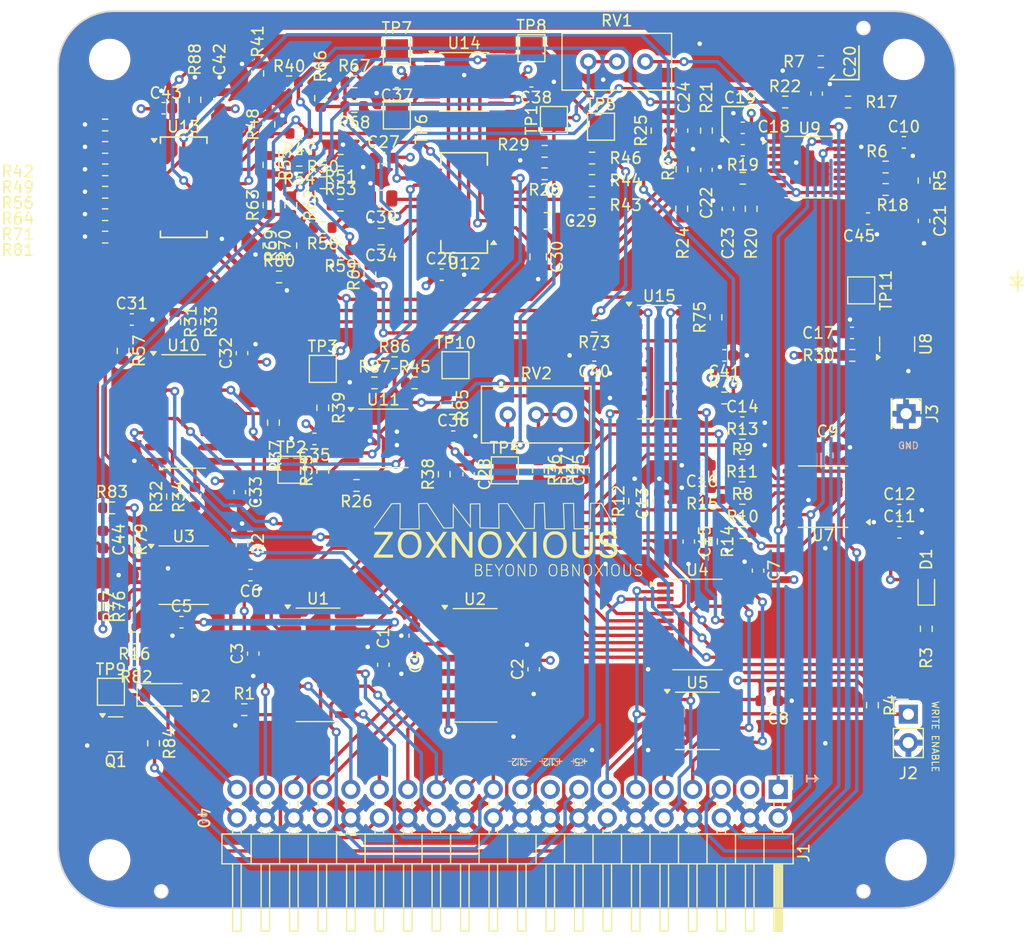
<source format=kicad_pcb>
(kicad_pcb (version 20221018) (generator pcbnew)
  (title_block (title "Zoxnoxious Pole Dancer Mixing Filter") (date "2024-11-17") (rev "0.1") (company "Zoxnoxious Engineering"))
  (layers (0 "F.Cu" signal) (1 "In1.Cu" power) (2 "In2.Cu" mixed) (31 "B.Cu" signal) (34 "B.Paste" user) (35 "F.Paste" user) (36 "B.SilkS" user "B.Silkscreen") (37 "F.SilkS" user "F.Silkscreen") (38 "B.Mask" user) (39 "F.Mask" user) (44 "Edge.Cuts" user))
  (net 0 "")
  (net 1 "GND")
  (net 2 "-12V")
  (net 3 "/CARD2_OUT2")
  (net 4 "+12V")
  (net 5 "/CARD3_OUT2")
  (net 6 "/CARD4_OUT2")
  (net 7 "+5V")
  (net 8 "/CARD5_OUT2")
  (net 9 "/SDA1")
  (net 10 "/SCL1")
  (net 11 "/CARD6_OUT2")
  (net 12 "/GPIO_MODULE_DRIVEN")
  (net 13 "/I2C_ADDR0")
  (net 14 "/I2C_ADDR2")
  (net 15 "/I2C_ADDR1")
  (net 16 "/LED_CTRL")
  (net 17 "/VREF_2.5V")
  (net 18 "/THIS_OUT2")
  (net 19 "/THIS_OUT1")
  (net 20 "/CARD6_OUT1")
  (net 21 "/CARD5_OUT1")
  (net 22 "/CARD4_OUT1")
  (net 23 "/CARD3_OUT1")
  (net 24 "/CARD2_OUT1")
  (net 25 "/CARD1_OUT2")
  (net 26 "/CARD1_OUT1")
  (net 27 "/SPI_CLK")
  (net 28 "/SPI_MISO")
  (net 29 "/SPI_MOSI")
  (net 30 "/CARD7_OUT1")
  (net 31 "/SPI_CS1")
  (net 32 "/SPI_CS0")
  (net 33 "/filter_ssi2140/VCF_MIXED_OUT")
  (net 34 "Net-(C10-Pad1)")
  (net 35 "/SOURCE1_AUDIO_CV")
  (net 36 "/SOURCE1_MOD_CV")
  (net 37 "/SOURCE2_MOD_CV")
  (net 38 "/SOURCE2_AUDIO_CV")
  (net 39 "Net-(C20-Pad1)")
  (net 40 "Net-(C21-Pad1)")
  (net 41 "Net-(C22-Pad1)")
  (net 42 "Net-(C23-Pad1)")
  (net 43 "Net-(C24-Pad1)")
  (net 44 "/filter_ssi2140/EXP_CTRL_SUM")
  (net 45 "Net-(C31-Pad1)")
  (net 46 "Net-(D2-K)")
  (net 47 "Net-(U13G-MIX)")
  (net 48 "Net-(D1-K)")
  (net 49 "Net-(J2-Pin_1)")
  (net 50 "Net-(U2-D)")
  (net 51 "Net-(U1-D)")
  (net 52 "/dac_2190/QCTRL_CV")
  (net 53 "/QCTRL_CURRENT")
  (net 54 "/dac_2140/SOURCE1_AUDIO")
  (net 55 "/dac_2140/SOURCE1_MOD")
  (net 56 "/dac_2140/SOURCE2_AUDIO")
  (net 57 "/dac_2140/SOURCE2_MOD")
  (net 58 "/dac_2190/DRY_CTRL")
  (net 59 "/dac_2190/POLE1_CTRL")
  (net 60 "/dac_2190/POLE2_CTRL")
  (net 61 "/dac_2190/POLE3_CTRL")
  (net 62 "/dac_2190/POLE4_CTRL")
  (net 63 "/DRY_LEVEL")
  (net 64 "/POLE1_LEVEL")
  (net 65 "/POLE2_LEVEL")
  (net 66 "/POLE3_LEVEL")
  (net 67 "/POLE4_LEVEL")
  (net 68 "Net-(C25-Pad1)")
  (net 69 "/VCF_CUTOFF_CV")
  (net 70 "Net-(U12E-EXPO_CTRL)")
  (net 71 "Net-(R29-Pad2)")
  (net 72 "/filter_ssi2140/QVCA_OUT")
  (net 73 "/INPUT1")
  (net 74 "Net-(U10D-Iin)")
  (net 75 "/INPUT2")
  (net 76 "Net-(U10E-Iin)")
  (net 77 "Net-(U10B-Iin)")
  (net 78 "Net-(U10C-Iin)")
  (net 79 "/filter_ssi2140/QVCA_VOLTAGE")
  (net 80 "Net-(U10B-Iout)")
  (net 81 "/filter_ssi2140/FILTER_SUM")
  (net 82 "/VCF_RAW")
  (net 83 "Net-(U13A-IN1+)")
  (net 84 "Net-(U12A-IN1)")
  (net 85 "/filter_ssi2140/DRY_TAP")
  (net 86 "/filter_ssi2140/POLE1_BUFFERED")
  (net 87 "/filter_ssi2140/POLE1_TAP")
  (net 88 "Net-(U13B-IN2+)")
  (net 89 "Net-(U12D-IN4)")
  (net 90 "/filter_ssi2140/POLE2_TAP")
  (net 91 "/filter_ssi2140/POLE2_BUFFERED")
  (net 92 "/filter_ssi2140/POLE3_TAP")
  (net 93 "Net-(U13C-IN3+)")
  (net 94 "Net-(U10A-Vref)")
  (net 95 "Net-(U12C-IN3)")
  (net 96 "/filter_ssi2140/POLE4_TAP")
  (net 97 "/filter_ssi2140/POLE3_BUFFERED")
  (net 98 "Net-(U13D-IN4+)")
  (net 99 "Net-(U12B-IN2)")
  (net 100 "/filter_ssi2140/POLE4_BUFFERED")
  (net 101 "Net-(U13E-IN5+)")
  (net 102 "Net-(R73-Pad1)")
  (net 103 "Net-(R74-Pad1)")
  (net 104 "Net-(R75-Pad1)")
  (net 105 "Net-(U3B--)")
  (net 106 "Net-(U11A-+)")
  (net 107 "Net-(U13F-IN6-)")
  (net 108 "Net-(U13F-IN6+)")
  (net 109 "Net-(R45-Pad1)")
  (net 110 "Net-(U11D--)")
  (net 111 "/filter_ssi2140/QVCA_IN+")
  (net 112 "Net-(U13F-CTRL6)")
  (net 113 "/VCF_SIG1_CTRL0")
  (net 114 "/VCF_SIG1_EN")
  (net 115 "/VCF_SIG1_CTRL2")
  (net 116 "/VCF_SIG1_CTRL1")
  (net 117 "/VCF_SIG2_CTRL0")
  (net 118 "/VCF_SIG2_EN")
  (net 119 "/VCF_SIG2_CTRL2")
  (net 120 "/VCF_SIG2_CTRL1")
  (net 123 "/REZ_STAGE1_EN")
  (net 124 "Net-(R45-Pad2)")
  (net 125 "/REZ_STAGE3_EN")
  (net 126 "/QVCA_INVERT")
  (net 132 "/filter_ssi2140/P2_OUT")
  (net 133 "Net-(U12B-CAP2)")
  (net 134 "/filter_ssi2140/P1_OUT")
  (net 135 "Net-(U12A-CAP1)")
  (net 136 "/filter_ssi2140/P4_OUT")
  (net 137 "Net-(U12D-CAP4)")
  (net 138 "/filter_ssi2140/P3_OUT")
  (net 139 "Net-(U12C-CAP3)")
  (net 141 "/REZ_STAGE2_EN")
  (net 145 "Net-(U10D-Iout)")
  (net 146 "Net-(R36-Pad1)")
  (footprint "Capacitor_SMD:C_0603_1608Metric" (layer "F.Cu") (at 121.025 35.55 -90)
    (fp_text reference "C24")
    (fp_text value "22n")
  )
  (footprint "Capacitor_SMD:C_0603_1608Metric" (layer "F.Cu") (at 110.225 65.83 90)
    (fp_text reference "C25")
    (fp_text value "47n")
  )
  (footprint "Resistor_SMD:R_0603_1608Metric" (layer "F.Cu") (at 86.899998 35.8 180)
    (fp_text reference "R47")
    (fp_text value "20k")
  )
  (footprint "Capacitor_SMD:C_0603_1608Metric" (layer "F.Cu") (at 119 68.6 90)
    (fp_text reference "C13")
    (fp_text value "22n")
  )
  (footprint "MountingHole:MountingHole_3.2mm_M3" (layer "F.Cu") (at 141 100.6 180)
    (fp_text reference "H1" hide)
    (fp_text value "MountingHole")
  )
  (footprint "MountingHole:MountingHole_3.2mm_M3" (layer "F.Cu") (at 140.8 29.2 180)
    (fp_text reference "H2" hide)
    (fp_text value "MountingHole")
  )
  (footprint "MountingHole:MountingHole_3.2mm_M3" (layer "F.Cu") (at 70 100.6 180)
    (fp_text reference "H3" hide)
    (fp_text value "MountingHole")
  )
  (footprint "MountingHole:MountingHole_3.2mm_M3" (layer "F.Cu") (at 70 29.2 180)
    (fp_text reference "H4" hide)
    (fp_text value "MountingHole")
  )
  (footprint "Package_SO:TSSOP-16_4.4x5mm_P0.65mm" (layer "F.Cu") (at 133.6 68.2 180)
    (fp_text reference "U7")
    (fp_text value "AD5328")
  )
  (footprint "Package_SO:TSSOP-14_4.4x5mm_P0.65mm" (layer "F.Cu") (at 101.6 31.2)
    (fp_text reference "U14")
    (fp_text value "TL074")
  )
  (footprint "project_footprints:zoxnoxious_small" (layer "F.Cu") (at 104.4 71.2)
    (fp_text reference "G***" hide)
    (fp_text value "LOGO" hide)
  )
  (footprint "Resistor_SMD:R_0603_1608Metric" (layer "F.Cu") (at 69.6 39.05 180)
    (fp_text reference "R56")
    (fp_text value "220")
  )
  (footprint "Connector_PinHeader_2.54mm:PinHeader_1x01_P2.54mm_Vertical" (layer "F.Cu") (at 141 60.8 -90)
    (fp_text reference "J3")
    (fp_text value "Conn_01x01")
  )
  (footprint "Capacitor_SMD:C_0603_1608Metric" (layer "F.Cu") (at 95.6 31.2 180)
    (fp_text reference "C37")
    (fp_text value "0.1u")
  )
  (footprint "Package_SO:SSOP-24_3.9x8.7mm_P0.635mm" (layer "F.Cu") (at 76.6 40.6)
    (fp_text reference "U13")
    (fp_text value "SSI2190")
  )
  (footprint "Capacitor_SMD:C_0805_2012Metric" (layer "F.Cu") (at 94.2 41.6 180)
    (fp_text reference "C39")
    (fp_text value "1000p")
  )
  (footprint "Package_SO:SOIC-16_3.9x9.9mm_P1.27mm" (layer "F.Cu") (at 119 56.2)
    (fp_text reference "U15")
    (fp_text value "DG442xY")
  )
  (footprint "Capacitor_SMD:C_0603_1608Metric" (layer "F.Cu") (at 76.4 79.4)
    (fp_text reference "C5")
    (fp_text value "0.1u")
  )
  (footprint "Resistor_SMD:R_0603_1608Metric" (layer "F.Cu") (at 88.8 32.65 90)
    (fp_text reference "R66")
    (fp_text value "200")
  )
  (footprint "Resistor_SMD:R_0603_1608Metric" (layer "F.Cu") (at 95.4 56.25)
    (fp_text reference "R86")
    (fp_text value "10k")
  )
  (footprint "Capacitor_SMD:C_0603_1608Metric" (layer "F.Cu") (at 134 63.8)
    (fp_text reference "C9")
    (fp_text value "0.1u")
  )
  (footprint "Package_SO:SOIC-16_3.9x9.9mm_P1.27mm" (layer "F.Cu") (at 76.6 60.6)
    (fp_text reference "U10")
    (fp_text value "AS3364")
  )
  (footprint "Capacitor_SMD:C_0603_1608Metric" (layer "F.Cu") (at 136.175 53.6 180)
    (fp_text reference "C17")
    (fp_text value "2u2")
  )
  (footprint "Capacitor_SMD:C_0603_1608Metric" (layer "F.Cu") (at 101.997 66.2 -90)
    (fp_text reference "C28")
    (fp_text value "100p")
  )
  (footprint "Connector_PinHeader_2.54mm:PinHeader_1x02_P2.54mm_Vertical" (layer "F.Cu") (at 141.2 87.6)
    (fp_text reference "J2")
    (fp_text value "Conn_01x02")
  )
  (footprint "Resistor_SMD:R_0603_1608Metric" (layer "F.Cu") (at 86.149998 45.8 90)
    (fp_text reference "R69")
    (fp_text value "20k")
  )
  (footprint "Resistor_SMD:R_0603_1608Metric" (layer "F.Cu") (at 89 44.2 180)
    (fp_text reference "R58")
    (fp_text value "10k")
  )
  (footprint "Resistor_SMD:R_0603_1608Metric" (layer "F.Cu") (at 108.775 37.4)
    (fp_text reference "R29")
    (fp_text value "18k")
  )
  (footprint "Resistor_SMD:R_0603_1608Metric" (layer "F.Cu") (at 135.825 33)
    (fp_text reference "R17")
    (fp_text value "10k")
  )
  (footprint "TestPoint:TestPoint_Pad_2.0x2.0mm" (layer "F.Cu") (at 86.2 65.8)
    (fp_text reference "TP2")
    (fp_text value "TestPoint")
  )
  (footprint "Resistor_SMD:R_0603_1608Metric" (layer "F.Cu") (at 139.175 40.8 180)
    (fp_text reference "R18")
    (fp_text value "10k")
  )
  (footprint "Resistor_SMD:R_0603_1608Metric" (layer "F.Cu") (at 91.8 31.2)
    (fp_text reference "R67")
    (fp_text value "10k")
  )
  (footprint "Resistor_SMD:R_0603_1608Metric" (layer "F.Cu") (at 86 31.2 180)
    (fp_text reference "R40")
    (fp_text value "20k")
  )
  (footprint "Resistor_SMD:R_0603_1608Metric" (layer "F.Cu") (at 71.4 78 90)
    (fp_text reference "R77")
    (fp_text value "20k")
  )
  (footprint "Resistor_SMD:R_0603_1608Metric" (layer "F.Cu") (at 123.65 72.2 -90)
    (fp_text reference "R14")
    (fp_text value "82k")
  )
  (footprint "Capacitor_SMD:C_0805_2012Metric" (layer "F.Cu") (at 108.2 46.8 -90)
    (fp_text reference "C30")
    (fp_text value "1000p")
  )
  (footprint "Resistor_SMD:R_0603_1608Metric" (layer "F.Cu") (at 77.6 52.6 -90)
    (fp_text reference "R33")
    (fp_text value "47k")
  )
  (footprint "Resistor_SMD:R_0603_1608Metric" (layer "F.Cu") (at 118.8 35.55 90)
    (fp_text reference "R25")
    (fp_text value "15k")
  )
  (footprint "Resistor_SMD:R_0603_1608Metric" (layer "F.Cu") (at 72.2 80.8 180)
    (fp_text reference "R16")
    (fp_text value "51")
  )
  (footprint "Capacitor_SMD:C_0603_1608Metric" (layer "F.Cu") (at 82.8 82.2 90)
    (fp_text reference "C3")
    (fp_text value "0.1u")
  )
  (footprint "Potentiometer_THT:Potentiometer_Bourns_3296W_Vertical" (layer "F.Cu") (at 110.565 60.875)
    (fp_text reference "RV2")
    (fp_text value "5k")
  )
  (footprint "Package_TO_SOT_SMD:SOT-23" (layer "F.Cu") (at 70.53 89.4)
    (fp_text reference "Q1")
    (fp_text value "MMBT3904")
  )
  (footprint "Resistor_SMD:R_0603_1608Metric" (layer "F.Cu") (at 84.6 61.6 -90)
    (fp_text reference "R37")
    (fp_text value "15k")
  )
  (footprint "Capacitor_SMD:C_0603_1608Metric" (layer "F.Cu") (at 94.4 38)
    (fp_text reference "C27")
    (fp_text value "0.1u")
  )
  (footprint "Resistor_SMD:R_0603_1608Metric" (layer "F.Cu") (at 133.4 29.4)
    (fp_text reference "R7")
    (fp_text value "3k9")
  )
  (footprint "Capacitor_SMD:C_0603_1608Metric" (layer "F.Cu") (at 81.8 55.4 90)
    (fp_text reference "C32")
    (fp_text value "0.1u")
  )
  (footprint "Resistor_SMD:R_0603_1608Metric" (layer "F.Cu") (at 84.2 45.8 -90)
    (fp_text reference "R70")
    (fp_text value "220")
  )
  (footprint "Resistor_SMD:R_0603_1608Metric" (layer "F.Cu") (at 84.2 35 90)
    (fp_text reference "R48")
    (fp_text value "220")
  )
  (footprint "Resistor_SMD:R_0603_1608Metric" (layer "F.Cu") (at 108.225 65.83 -90)
    (fp_text reference "R36")
    (fp_text value "27k")
  )
  (footprint "Resistor_SMD:R_0603_1608Metric" (layer "F.Cu") (at 86.899998 38.2 180)
    (fp_text reference "R54")
    (fp_text value "20k")
  )
  (footprint "Capacitor_SMD:C_0603_1608Metric" (layer "F.Cu") (at 127.8 74.8 -90)
    (fp_text reference "C7")
    (fp_text value "0.1u")
  )
  (footprint "Capacitor_SMD:C_0603_1608Metric" (layer "F.Cu") (at 100.625 62.85)
    (fp_text reference "C36")
    (fp_text value "0.1u")
  )
  (footprint "Capacitor_SMD:C_0603_1608Metric" (layer "F.Cu") (at 126.4375 35.3 180)
    (fp_text reference "C18")
    (fp_text value "4u7")
  )
  (footprint "Resistor_SMD:R_0603_1608Metric" (layer "F.Cu") (at 71.375 72.025 -90)
    (fp_text reference "R79")
    (fp_text value "39k")
  )
  (footprint "Capacitor_SMD:C_0603_1608Metric" (layer "F.Cu") (at 126.4 61.6)
    (fp_text reference "C14")
    (fp_text value "22n")
  )
  (footprint "Capacitor_SMD:C_0603_1608Metric" (layer "F.Cu") (at 113.2 55.6 180)
    (fp_text reference "C40")
    (fp_text value "0.1u")
  )
  (footprint "TestPoint:TestPoint_Pad_2.0x2.0mm" (layer "F.Cu") (at 70.11 85.6)
    (fp_text reference "TP9")
    (fp_text value "TestPoint")
  )
  (footprint "Capacitor_SMD:C_0603_1608Metric" (layer "F.Cu") (at 126.4375 37.3 180)
    (fp_text reference "C19")
    (fp_text value "0.1u")
  )
  (footprint "Resistor_SMD:R_0603_1608Metric" (layer "F.Cu") (at 113.2 53 180)
    (fp_text reference "R73")
    (fp_text value "20k")
  )
  (footprint "Resistor_SMD:R_0603_1608Metric" (layer "F.Cu") (at 83.2 30.45 90)
    (fp_text reference "R41")
    (fp_text value "220")
  )
  (footprint "Resistor_SMD:R_0603_1608Metric" (layer "F.Cu") (at 69.6 35.05 180)
    (fp_text reference "R42")
    (fp_text value "220")
  )
  (footprint "Resistor_SMD:R_0603_1608Metric" (layer "F.Cu") (at 113 42)
    (fp_text reference "R43")
    (fp_text value "10k")
  )
  (footprint "Package_SO:SOIC-16_3.9x9.9mm_P1.27mm" (layer "F.Cu") (at 88.575 83.2)
    (fp_text reference "U1")
    (fp_text value "PS508")
  )
  (footprint "Capacitor_SMD:C_0603_1608Metric" (layer "F.Cu") (at 142.6 43.6 -90)
    (fp_text reference "C21")
    (fp_text value "22n")
  )
  (footprint "Capacitor_SMD:C_0603_1608Metric" (layer "F.Cu") (at 133.025 32.25 90)
    (fp_text reference "C20")
    (fp_text value "22n")
  )
  (footprint "Resistor_SMD:R_0603_1608Metric" (layer "F.Cu") (at 69.425 78 -90)
    (fp_text reference "R76")
    (fp_text value "5k1")
  )
  (footprint "Resistor_SMD:R_0603_1608Metric" (layer "F.Cu") (at 122.825 67.4 180)
    (fp_text reference "R15")
    (fp_text value "82k")
  )
  (footprint "Resistor_SMD:R_0603_1608Metric" (layer "F.Cu") (at 130.225 33)
    (fp_text reference "R22")
    (fp_text value "15k")
  )
  (footprint "Capacitor_SMD:C_0805_2012Metric" (layer "F.Cu") (at 94.2 45 180)
    (fp_text reference "C34")
    (fp_text value "1000p")
  )
  (footprint "Resistor_SMD:R_0603_1608Metric" (layer "F.Cu") (at 69.6 43.05 180)
    (fp_text reference "R71")
    (fp_text value "220")
  )
  (footprint "Capacitor_SMD:C_0603_1608Metric" (layer "F.Cu") (at 137.6 43.4)
    (fp_text reference "C45")
    (fp_text value "0.1u")
  )
  (footprint "Resistor_SMD:R_0603_1608Metric" (layer "F.Cu") (at 100.025 60.05 -90)
    (fp_text reference "R85")
    (fp_text value "20k")
  )
  (footprint "Potentiometer_THT:Potentiometer_Bourns_3296W_Vertical" (layer "F.Cu") (at 117.75 29.4)
    (fp_text reference "RV1")
    (fp_text value "5k")
  )
  (footprint "TestPoint:TestPoint_Pad_2.0x2.0mm" (layer "F.Cu") (at 109.6 34.6 90)
    (fp_text reference "TP1")
    (fp_text value "TestPoint")
  )
  (footprint "project_footprints:SSOP-20_3.9x8.7mm_P0.635mm_HandSolder" (layer "F.Cu") (at 101.6 42 180)
    (fp_text reference "U12")
    (fp_text value "SSI2140")
  )
  (footprint "Capacitor_SMD:C_0603_1608Metric" (layer "F.Cu") (at 107.6 31.15)
    (fp_text reference "C38")
    (fp_text value "0.1u")
  )
  (footprint "Resistor_SMD:R_0603_1608Metric" (layer "F.Cu") (at 121 42.525 -90)
    (fp_text reference "R24")
    (fp_text value "15k")
  )
  (footprint "Package_SO:SOIC-16_3.9x9.9mm_P1.27mm" (layer "F.Cu") (at 102.575 83.245)
    (fp_text reference "U2")
    (fp_text value "PS508")
  )
  (footprint "Resistor_SMD:R_0603_1608Metric" (layer "F.Cu") (at 77.6 68.2 90)
    (fp_text reference "R34")
    (fp_text value "47k")
  )
  (footprint "Capacitor_SMD:C_0603_1608Metric" (layer "F.Cu") (at 99.6 48.4)
    (fp_text reference "C26")
    (fp_text value "0.1u")
  )
  (footprint "Capacitor_SMD:C_0603_1608Metric" (layer "F.Cu") (at 122.8 65.4 180)
    (fp_text reference "C16")
    (fp_text value "22n")
  )
  (footprint "Capacitor_SMD:C_0603_1608Metric" (layer "F.Cu") (at 79.8 32.8 90)
    (fp_text reference "C42")
    (fp_text value "0.1u")
  )
  (footprint "Resistor_SMD:R_0603_1608Metric" (layer "F.Cu") (at 85.1 48.6)
    (fp_text reference "R80")
    (fp_text value "220")
  )
  (footprint "Capacitor_SMD:C_0603_1608Metric" (layer "F.Cu") (at 97.2 80.6 -90)
    (fp_text reference "C4")
    (fp_text value "0.1u")
  )
  (footprint "Resistor_SMD:R_0603_1608Metric" (layer "F.Cu") (at 113 38 180)
    (fp_text reference "R46")
    (fp_text value "10k")
  )
  (footprint "Resistor_SMD:R_0603_1608Metric" (layer "F.Cu") (at 124.05 52.2 90)
    (fp_text reference "R75")
    (fp_text value "10k")
  )
  (footprint "Resistor_SMD:R_0603_1608Metric" (layer "F.Cu") (at 90.575 38.2 180)
    (fp_text reference "R51")
    (fp_text value "200")
  )
  (footprint "TestPoint:TestPoint_Pad_2.0x2.0mm" (layer "F.Cu") (at 100.825 56.475)
    (fp_text reference "TP10")
    (fp_text value "TestPoint")
  )
  (footprint "TestPoint:TestPoint_Pad_2.0x2.0mm" (layer "F.Cu") (at 113.8 35.2)
    (fp_text reference "TP5")
    (fp_text value "TestPoint")
  )
  (footprint "Package_SO:TSSOP-16_4.4x5mm_P0.65mm" (layer "F.Cu") (at 132.4 38.8)
    (fp_text reference "U9")
    (fp_text value "AD5328")
  )
  (footprint "Resistor_SMD:R_0603_1608Metric" (layer "F.Cu") (at 71.2 55.2 -90)
    (fp_text reference "R57")
    (fp_text value "100")
  )
  (footprint "Resistor_SMD:R_0603_1608Metric" (layer "F.Cu") (at 99.825 66.2 90)
    (fp_text reference "R38")
    (fp_text value "33k")
  )
  (footprint "Resistor_SMD:R_0603_1608Metric" (layer "F.Cu") (at 142.8 79.9875 -90)
    (fp_text reference "R3")
    (fp_text value "4k7")
  )
  (footprint "Resistor_SMD:R_0603_1608Metric" (layer "F.Cu") (at 90.575 46.2 180)
    (fp_text reference "R59")
    (fp_text value "200")
  )
  (footprint "Resistor_SMD:R_0603_1608Metric" (layer "F.Cu") (at 139.175 38.8 180)
    (fp_text reference "R6")
    (fp_text value "3k9")
  )
  (footprint "Resistor_SMD:R_0603_1608Metric" (layer "F.Cu") (at 69.6 45.05 180)
    (fp_text reference "R81")
    (fp_text value "220")
  )
  (footprint "Package_SO:TSSOP-24_4.4x7.8mm_P0.65mm" (layer "F.Cu") (at 122.4 79.6)
    (fp_text reference "U4")
    (fp_text value "PCA9555D")
  )
  (footprint "Resistor_SMD:R_0603_1608Metric" (layer "F.Cu") (at 126.4 63.6)
    (fp_text reference "R13")
    (fp_text value "82k")
  )
  (footprint "TestPoint:TestPoint_Pad_2.0x2.0mm" (layer "F.Cu") (at 95.6 34.2)
    (fp_text reference "TP6")
    (fp_text value "TestPoint")
  )
  (footprint "Capacitor_SMD:C_0603_1608Metric" (layer "F.Cu") (at 94.4 83.2 90)
    (fp_text reference "C1")
    (fp_text value "0.1u")
  )
  (footprint "Resistor_SMD:R_0603_1608Metric" (layer "F.Cu") (at 73.91 90.2 -90)
    (fp_text reference "R84")
    (fp_text value "10k")
  )
  (footprint "Resistor_SMD:R_0603_1608Metric" (layer "F.Cu") (at 86.149998 42.2 -90)
    (fp_text reference "R62")
    (fp_text value "20k")
  )
  (footprint "Capacitor_SMD:C_0603_1608Metric" (layer "F.Cu") (at 140.8 36.6)
    (fp_text reference "C10")
    (fp_text value "22n")
  )
  (footprint "Capacitor_SMD:C_0603_1608Metric" (layer "F.Cu") (at 107.8 83.6 90)
    (fp_text reference "C2")
    (fp_text value "0.1u")
  )
  (footprint "Capacitor_SMD:C_0603_1608Metric" (layer "F.Cu") (at 140.4 69.4)
    (fp_text reference "C12")
    (fp_text value "0.1u")
  )
  (footprint "Resistor_SMD:R_0603_1608Metric" (layer "F.Cu") (at 124.8 59.4)
    (fp_text reference "R74")
    (fp_text value "20k")
  )
  (footprint "Capacitor_SMD:C_0603_1608Metric" (layer "F.Cu") (at 140.4 71.384)
    (fp_text reference "C11")
    (fp_text value "4u7")
  )
  (footprint "Resistor_SMD:R_0603_1608Metric" (layer "F.Cu") (at 69.6 37.05 180)
    (fp_text reference "R49")
    (fp_text value "220")
  )
  (footprint "Capacitor_SMD:C_0603_1608Metric" (layer "F.Cu") (at 71.975 52.4)
    (fp_text reference "C31")
    (fp_text value "4n7")
  )
  (footprint "Resistor_SMD:R_0603_1608Metric" (layer "F.Cu") (at 93.6 58.05)
    (fp_text reference "R87")
    (fp_text value "1k")
  )
  (footprint "Capacitor_SMD:C_0603_1608Metric" (layer "F.Cu") (at 124.8 55.6 180)
    (fp_text reference "C41")
    (fp_text value "0.1u")
  )
  (footprint "Resistor_SMD:R_0603_1608Metric" (layer "F.Cu") (at 126.4375 39.8)
    (fp_text reference "R19")
    (fp_text value "10k")
  )
  (footprint "Capacitor_SMD:C_0603_1608Metric" (layer "F.Cu") (at 121.625 72.2 -90)
    (fp_text reference "C15")
    (fp_text value "22n")
  )
  (footprint "Package_SO:TSSOP-14_4.4x5mm_P0.65mm" (layer "F.Cu") (at 76.6 75.2)
    (fp_text reference "U3")
    (fp_text value "TL074")
  )
  (footprint "Resistor_SMD:R_0603_1608Metric" (layer "F.Cu") (at 112.225 65.83 90)
    (fp_text reference "R27")
    (fp_text value "3k")
  )
  (footprint "Resistor_SMD:R_0603_1608Metric" (layer "F.Cu") (at 70.2 69.2)
    (fp_text reference "R83")
    (fp_text value "51")
  )
  (footprint "Resistor_SMD:R_0603_1608Metric" (layer "F.Cu") (at 138 86.8 -90)
    (fp_text reference "R4")
    (fp_text value "10k")
  )
  (footprint "Resistor_SMD:R_0603_1608Metric" (layer "F.Cu") (at 126.425 71.4)
    (fp_text reference "R10")
    (fp_text value "18k")
  )
  (footprint "Resistor_SMD:R_0603_1608Metric" (layer "F.Cu") (at 75.8 52.6 -90)
    (fp_text reference "R31")
    (fp_text value "100k")
  )
  (footprint "Resistor_SMD:R_0603_1608Metric" (layer "F.Cu") (at 126.4 65.4)
    (fp_text reference "R9")
    (fp_text value "18k")
  )
  (footprint "TestPoint:TestPoint_Pad_2.0x2.0mm" (layer "F.Cu") (at 105.225 65.85)
    (fp_text reference "TP4")
    (fp_text value "TestPoint")
  )
  (footprint "Package_SO:SOIC-8_3.9x4.9mm_P1.27mm" (layer "F.Cu") (at 122.4 88.2)
    (fp_text reference "U5")
    (fp_text value "M24C02-WMN")
  )
  (footprint "Resistor_SMD:R_0603_1608Metric" (layer "F.Cu") (at 89 60.275 -90)
    (fp_text reference "R39")
    (fp_text value "15k")
  )
  (footprint "Capacitor_SMD:C_0603_1608Metric" (layer "F.Cu") (at 74.8 33.55)
    (fp_text reference "C43")
    (fp_text value "0.1u")
  )
  (footprint "TestPoint:TestPoint_Pad_2.0x2.0mm" (layer "F.Cu") (at 89 56.8)
    (fp_text reference "TP3")
    (fp_text value "TestPoint")
  )
  (footprint "Resistor_SMD:R_0603_1608Metric" (layer "F.Cu") (at 123.2 35.55 -90)
    (fp_text reference "R21")
    (fp_text value "10k")
  )
  (footprint "Capacitor_SMD:C_0603_1608Metric" (layer "F.Cu") (at 125.1125 42.525 90)
    (fp_text reference "C23")
    (fp_text value "22n")
  )
  (footprint "Resistor_SMD:R_0603_1608Metric" (layer "F.Cu") (at 126.4 69.4)
    (fp_text reference "R8")
    (fp_text value "18k")
  )
  (footprint "Resistor_SMD:R_0603_1608Metric" (layer "F.Cu") (at 97.185 58.05)
    (fp_text reference "R45")
    (fp_text value "6k2")
  )
  (footprint "Resistor_SMD:R_0603_1608Metric" (layer "F.Cu") (at 82 87.2)
    (fp_text reference "R1")
    (fp_text value "100k")
  )
  (footprint "Resistor_SMD:R_0603_1608Metric" (layer "F.Cu") (at 127.1875 42.525 90)
    (fp_text reference "R20")
    (fp_text value "10k")
  )
  (footprint "Resistor_SMD:R_0603_1608Metric" (layer "F.Cu") (at 92 67.2 180)
    (fp_text reference "R26")
    (fp_text value "15k")
  )
  (footprint "LED_SMD:LED_0603_1608Metric" (layer "F.Cu") (at 142.8 76.3875 90)
    (fp_text reference "D1")
    (fp_text value "LED")
  )
  (footprint "Connector_PinHeader_2.54mm:PinHeader_2x20_P2.54mm_Horizontal" (layer "F.Cu") (at 129.6 94.31 -90)
    (fp_text reference "J1")
    (fp_text value "Conn_02x20_Odd_Even")
  )
  (footprint "TestPoint:TestPoint_Pad_2.0x2.0mm" (layer "F.Cu") (at 137 49.8 90)
    (fp_text reference "TP11")
    (fp_text value "TestPoint")
  )
  (footprint "Resistor_SMD:R_0603_1608Metric" (layer "F.Cu") (at 69.6 41.05 180)
    (fp_text reference "R64")
    (fp_text value "220")
  )
  (footprint "Capacitor_SMD:C_0805_2012Metric" (layer "F.Cu") (at 109 43.6)
    (fp_text reference "C29")
    (fp_text value "1000p")
  )
  (footprint "Resistor_SMD:R_0603_1608Metric" (layer "F.Cu") (at 77.6 32.8 -90)
    (fp_text reference "R88")
    (fp_text value "47k")
  )
  (footprint "Resistor_SMD:R_0603_1608Metric" (layer "F.Cu") (at 136.2 55.6)
    (fp_text reference "R30")
    (fp_text value "4k7")
  )
  (footprint "TestPoint:TestPoint_Pad_2.0x2.0mm" (layer "F.Cu") (at 107.6 28.2)
    (fp_text reference "TP8")
    (fp_text value "TestPoint")
  )
  (footprint "Resistor_SMD:R_0603_1608Metric" (layer "F.Cu") (at 84.2 38.6 -90)
    (fp_text reference "R55")
    (fp_text value "220")
  )
  (footprint "Resistor_SMD:R_0603_1608Metric" (layer "F.Cu") (at 126.375 67.4)
    (fp_text reference "R11")
    (fp_text value "18k")
  )
  (footprint "Resistor_SMD:R_0603_1608Metric" (layer "F.Cu") (at 121.0175 39 -90)
    (fp_text reference "R23")
    (fp_text value "15k")
  )
  (footprint "Resistor_SMD:R_0603_1608Metric" (layer "F.Cu") (at 75.6 68.2 90)
    (fp_text reference "R32")
    (fp_text value "100k")
  )
  (footprint "Resistor_SMD:R_0603_1608Metric" (layer "F.Cu") (at 93.2 48.4 90)
    (fp_text reference "R61")
    (fp_text value "10k")
  )
  (footprint "Resistor_SMD:R_0603_1608Metric" (layer "F.Cu") (at 72.2 82.875)
    (fp_text reference "R82")
    (fp_text value "100k")
  )
  (footprint "Capacitor_SMD:C_0603_1608Metric" (layer "F.Cu") (at 123.2 39.05 90)
    (fp_text reference "C22")
    (fp_text value "22n")
  )
  (footprint "Resistor_SMD:R_0603_1608Metric" (layer "F.Cu") (at 108.775 39.4 180)
    (fp_text reference "R28")
    (fp_text value "12k")
  )
  (footprint "Capacitor_SMD:C_0603_1608Metric" (layer "F.Cu") (at 88.25 63.05 180)
    (fp_text reference "C35")
    (fp_text value "0.1u")
  )
  (footprint "Package_TO_SOT_SMD:SOT-23" (layer "F.Cu") (at 140.2 54.6 90)
    (fp_text reference "U8")
    (fp_text value "LM4040AIM3-2.5")
  )
  (footprint "Capacitor_SMD:C_0603_1608Metric" (layer "F.Cu") (at 128.8 86.4 180)
    (fp_text reference "C8")
    (fp_text value "0.1u")
  )
  (footprint "Resistor_SMD:R_0603_1608Metric" (layer "F.Cu") (at 89 65.875 90)
    (fp_text reference "R35")
    (fp_text value "10k")
  )
  (footprint "Package_SO:TSSOP-14_4.4x5mm_P0.65mm" (layer "F.Cu") (at 94.4 63)
    (fp_text reference "U11")
    (fp_text value "TL074")
  )
  (footprint "Resistor_SMD:R_0603_1608Metric" (layer "F.Cu") (at 116.8 68.6 90)
    (fp_text reference "R12")
    (fp_text value "82k")
  )
  (footprint "Resistor_SMD:R_0603_1608Metric" (layer "F.Cu") (at 142.6 40 -90)
    (fp_text reference "R5")
    (fp_text value "15k")
  )
  (footprint "Capacitor_SMD:C_0603_1608Metric" (layer "F.Cu") (at 82.55 75.2 180)
    (fp_text reference "C6")
    (fp_text value "0.1u")
  )
  (footprint "Diode_SMD:D_SOD-123" (layer "F.Cu") (at 74.8 85.875)
    (fp_text reference "D2")
    (fp_text value "1N4148W")
  )
  (footprint "Resistor_SMD:R_0603_1608Metric" (layer "F.Cu") (at 89 40.2)
    (fp_text reference "R50")
    (fp_text value "10k")
  )
  (footprint "Resistor_SMD:R_0603_1608Metric" (layer "F.Cu") (at 113 40)
    (fp_text reference "R44")
    (fp_text value "200")
  )
  (footprint "Capacitor_SMD:C_0603_1608Metric" (layer "F.Cu") (at 69.4 72.025 -90)
    (fp_text reference "C44")
    (fp_text value "150p")
  )
  (footprint "TestPoint:TestPoint_Pad_2.0x2.0mm" (layer "F.Cu") (at 95.6 28.4)
    (fp_text reference "TP7")
    (fp_text value "TestPoint")
  )
  (footprint "Resistor_SMD:R_0603_1608Metric" (layer "F.Cu") (at 90.575 42.2)
    (fp_text reference "R53")
    (fp_text value "10k")
  )
  (footprint "Resistor_SMD:R_0603_1608Metric" (layer "F.Cu") (at 81.8 72.4 -90)
    (fp_text reference "R2")
    (fp_text value "100k")
  )
  (footprint "Capacitor_SMD:C_0603_1608Metric" (layer "F.Cu") (at 81.6 67.8 -90)
    (fp_text reference "C33")
    (fp_text value "0.1u")
  )
  (footprint "Resistor_SMD:R_0603_1608Metric" (layer "F.Cu") (at 84.2 42.2 90)
    (fp_text reference "R63")
    (fp_text value "220")
  )
  (footprint "Resistor_SMD:R_0603_1608Metric" (layer "F.Cu") (at 91.8 33.4 180)
    (fp_text reference "R68")
    (fp_text value "10k")
  )
  (gr_line (start 151.45 48.65) (end 150.35 48.65) (stroke (width 0.15)) (layer "F.SilkS"))
  (gr_line (start 151.45 49.35) (end 150.35 49.35) (stroke (width 0.15)) (layer "F.SilkS"))
  (gr_line (start 150.35 48.65) (end 150.95 49.35) (stroke (width 0.15)) (layer "F.SilkS"))
  (gr_line (start 150.35 49.35) (end 150.85 49.35) (stroke (width 0.15)) (layer "F.SilkS"))
  (gr_line (start 150.85 49.35) (end 151.45 48.65) (stroke (width 0.15)) (layer "F.SilkS"))
  (gr_line (start 150.95 49.85) (end 150.95 48.05) (stroke (width 0.15)) (layer "F.SilkS"))
  (gr_line (start 124.6 33.4) (end 124.6 36) (stroke (width 0.15)) (layer "F.SilkS"))
  (gr_line (start 136.8 28) (end 136.8 31) (stroke (width 0.15)) (layer "F.SilkS"))
  (gr_line (start 134.2 31) (end 134.6 30.6) (stroke (width 0.15)) (layer "F.SilkS"))
  (gr_line (start 136.8 31) (end 134.2 31) (stroke (width 0.15)) (layer "F.SilkS"))
  (gr_line (start 124.6 36) (end 125.2 36.6) (stroke (width 0.15)) (layer "F.SilkS"))
  (gr_line (start 127.6 33.4) (end 124.6 33.4) (stroke (width 0.15)) (layer "F.SilkS"))
  (gr_arc (start 70.9 104.9) (mid 67.010913 103.289087) (end 65.4 99.4) (stroke (width 0.15)) (layer "Edge.Cuts"))
  (gr_arc (start 145.4 99.9) (mid 143.935534 103.435534) (end 140.4 104.9) (stroke (width 0.15)) (layer "Edge.Cuts"))
  (gr_line (start 140.4 104.9) (end 70.9 104.9) (stroke (width 0.15)) (layer "Edge.Cuts"))
  (gr_arc (start 65.4 29.9) (mid 66.864466 26.364466) (end 70.4 24.9) (stroke (width 0.15)) (layer "Edge.Cuts"))
  (gr_arc (start 139.9 24.9) (mid 143.789087 26.510913) (end 145.4 30.4) (stroke (width 0.15)) (layer "Edge.Cuts"))
  (gr_line (start 70.4 24.9) (end 139.9 24.9) (stroke (width 0.15)) (layer "Edge.Cuts"))
  (gr_line (start 145.4 99.9) (end 145.4 30.4) (stroke (width 0.15)) (layer "Edge.Cuts"))
  (gr_line (start 65.4 29.9) (end 65.4 99.4) (stroke (width 0.15)) (layer "Edge.Cuts"))
  (gr_circle (center 74.6 103.4) (end 74.024 103.4) (stroke (width 0.05)) (fill none) (layer "Edge.Cuts"))
  (gr_circle (center 137.2 26.4) (end 136.624 26.4) (stroke (width 0.05)) (fill none) (layer "Edge.Cuts"))
  (gr_circle (center 137.2 103.4) (end 136.624 103.4) (stroke (width 0.05)) (fill none) (layer "Edge.Cuts"))
  (gr_text "-12  +12  +5" (at 108.85 91.85 180) (layer "B.SilkS") (effects (font (size 0.6 0.6) (thickness 0.09)) (justify mirror)))
  (gr_text "GND" (at 141.2 63.6 180) (layer "B.SilkS") (effects (font (size 0.6 0.6) (thickness 0.09)) (justify mirror)))
  (gr_text "40" (at 78.35 96.85 270) (layer "B.SilkS") (effects (font (size 0.6 0.6) (thickness 0.09)) (justify mirror)))
  (gr_text "1" (at 132.6 93.35 270) (layer "B.SilkS") (effects (font (size 1 1)) (justify mirror)))
  (gr_text "+5  +12  -12" (at 109.25 91.85 180) (layer "F.SilkS") (effects (font (size 0.6 0.6) (thickness 0.09))))
  (gr_text "40" (at 78.35 96.85 270) (layer "F.SilkS") (effects (font (size 1 1))))
  (gr_text "BEYOND OBNOXIOUS" (at 110 74.8) (layer "F.SilkS") (effects (font (size 1 1) (thickness 0.09))))
  (gr_text "WRITE ENABLE" (at 143.6 89.6 270) (layer "F.SilkS") (effects (font (size 0.6 0.6) (thickness 0.09))))
  (gr_text "1" (at 132.6 93.35 270) (layer "F.SilkS") (effects (font (size 1 1))))
  (gr_text "GND" (at 141.2 63.65) (layer "F.SilkS") (effects (font (size 0.6 0.6) (thickness 0.09))))
  (segment (start 112.425 55.6) (end 111 55.6) (width 0.3) (layer "F.Cu") (net 1))
  (segment (start 106.6 38.2) (end 105.6575 39.1425) (width 0.4) (layer "F.Cu") (net 1))
  (segment (start 68.775 45.05) (end 67.85 45.05) (width 0.3) (layer "F.Cu") (net 1))
  (segment (start 121 67.4) (end 121.95 67.4) (width 0.3) (layer "F.Cu") (net 1))
  (segment (start 122.025 65.4) (end 121 65.4) (width 0.3) (layer "F.Cu") (net 1))
  (segment (start 106.74 96.85) (end 107.94 95.65) (width 0.3) (layer "F.Cu") (net 1))
  (segment (start 69.5925 90.35) (end 68.05 90.35) (width 0.3) (layer "F.Cu") (net 1))
  (segment (start 94.8 31.2) (end 93.8 32.2) (width 0.3) (layer "F.Cu") (net 1))
  (segment (start 89.75 46.2) (end 89.75 47.55) (width 0.3) (layer "F.Cu") (net 1))
  (segment (start 83 54.6) (end 82.975 54.625) (width 0.3) (layer "F.Cu") (net 1))
  (segment (start 83.325 76.325) (end 83.4 76.4) (width 0.3) (layer "F.Cu") (net 1))
  (segment (start 123.32 95.51) (end 123.32 93.48) (width 0.3) (layer "F.Cu") (net 1))
  (segment (start 82.975 54.625) (end 81.8 54.625) (width 0.3) (layer "F.Cu") (net 1))
  (segment (start 76.575 86) (end 76.45 85.875) (width 0.3) (layer "F.Cu") (net 1))
  (segment (start 92.6 38.8) (end 93.4 38) (width 0.3) (layer "F.Cu") (net 1))
  (segment (start 95.65 63.65) (end 95.6 63.6) (width 0.3) (layer "F.Cu") (net 1))
  (segment (start 118.2 95.55) (end 118.2 93.2) (width 0.3) (layer "F.Cu") (net 1))
  (segment (start 73.8 52.4) (end 72.75 52.4) (width 0.3) (layer "F.Cu") (net 1))
  (segment (start 110.225 65.055) (end 110.225 64.025) (width 0.3) (layer "F.Cu") (net 1))
  (segment (start 85.925 48.6) (end 85.925 49.675) (width 0.3) (layer "F.Cu") (net 1))
  (segment (start 110.225 64.025) (end 110.2 64) (width 0.3) (layer "F.Cu") (net 1))
  (segment (start 93.2 43.6) (end 93.25 43.65) (width 0.3) (layer "F.Cu") (net 1))
  (segment (start 125.6625 37.3) (end 125.5 37.3) (width 0.3) (layer "F.Cu") (net 1))
  (segment (start 107.2 81.4) (end 107.14 81.34) (width 0.3) (layer "F.Cu") (net 1))
  (segment (start 105.6575 39.1425) (end 104.45 39.1425) (width 0.4) (layer "F.Cu") (net 1))
  (segment (start 93 81.6) (end 92.8 81.4) (width 0.3) (layer "F.Cu") (net 1))
  (segment (start 126.625 74.025) (end 127.8 74.025) (width 0.3) (layer "F.Cu") (net 1))
  (segment (start 89.6 31) (end 89.6 31.025) (width 0.3) (layer "F.Cu") (net 1))
  (segment (start 125.575 55.6) (end 126.8 55.6) (width 0.6) (layer "F.Cu") (net 1))
  (segment (start 114.965 56.835) (end 114.6 57.2) (width 0.3) (layer "F.Cu") (net 1))
  (segment (start 135.4 53.6) (end 135.4 53) (width 0.3) (layer "F.Cu") (net 1))
  (segment (start 83.025 46.625) (end 84.2 46.625) (width 0.3) (layer "F.Cu") (net 1))
  (segment (start 71.45 75.85) (end 73.7375 75.85) (width 0.3) (layer "F.Cu") (net 1))
  (segment (start 67.85 37.05) (end 67.8 37) (width 0.3) (layer "F.Cu") (net 1))
  (segment (start 141.15 55.5375) (end 141.15 56.95) (width 0.3) (layer "F.Cu") (net 1))
  (segment (start 68.775 41.05) (end 67.85 41.05) (width 0.3) (layer "F.Cu") (net 1))
  (segment (start 132.3 68.5) (end 131.625 69.175) (width 0.3) (layer "F.Cu") (net 1))
  (segment (start 85.375 34.175) (end 85.4 34.2) (width 0.3) (layer "F.Cu") (net 1))
  (segment (start 116.8 67.775) (end 116.8 66.6) (width 0.3) (layer "F.Cu") (net 1))
  (segment (start 123.8 41.8) (end 123.85 41.75) (width 0.3) (layer "F.Cu") (net 1))
  (segment (start 116.9 96.85) (end 118.2 95.55) (width 0.3) (layer "F.Cu") (net 1))
  (segment (start 77.6 31.975) (end 77.6 30.8) (width 0.3) (layer "F.Cu") (net 1))
  (segment (start 124.975 73.025) (end 125 73) (width 0.3) (layer "F.Cu") (net 1))
  (segment (start 93.25 43.65) (end 93.25 45) (width 0.3) (layer "F.Cu") (net 1))
  (segment (start 101.4 62.85) (end 102.55 62.85) (width 0.3) (layer "F.Cu") (net 1))
  (segment (start 129.575 86.4) (end 130.8 86.4) (width 0.6) (layer "F.Cu") (net 1))
  (segment (start 107.94 95.65) (end 107.94 92.86) (width 0.3) (layer "F.Cu") (net 1))
  (segment (start 81.825 29.625) (end 81.8 29.6) (width 0.3) (layer "F.Cu") (net 1))
  (segment (start 138.375 43.4) (end 138.375 44.775) (width 0.3) (layer "F.Cu") (net 1))
  (segment (start 79.8 30.8) (end 79.8 32.025) (width 0.3) (layer "F.Cu") (net 1))
  (segment (start 67.85 43.05) (end 67.8 43) (width 0.3) (layer "F.Cu") (net 1))
  (segment (start 121.98 96.85) (end 123.32 95.51) (width 0.3) (layer "F.Cu") (net 1))
  (segment (start 96 80.6) (end 96.775 79.825) (width 0.3) (layer "F.Cu") (net 1))
  (segment (start 81.175 88.575) (end 81.2 88.6) (width 0.3) (layer "F.Cu") (net 1))
  (segment (start 141.175 69.4) (end 142.4 69.4) (width 0.3) (layer "F.Cu") (net 1))
  (segment (start 114.625 59.375) (end 114.6 59.4) (width 0.3) (layer "F.Cu") (net 1))
  (segment (start 93.2 63.2) (end 92.75 63.65) (width 0.3) (layer "F.Cu") (net 1))
  (segment (start 87.475 63.05) (end 86.25 63.05) (width 0.3) (layer "F.Cu") (net 1))
  (segment (start 90.8 36.8) (end 90.8 37.15) (width 0.3) (layer "F.Cu") (net 1))
  (segment (start 128.26 95.65) (end 131.35 95.65) (width 0.3) (layer "F.Cu") (net 1))
  (segment (start 86.25 63.05) (end 86.2 63) (width 0.3) (layer "F.Cu") (net 1))
  (segment (start 100.375 48.4) (end 101.6 48.4) (width 0.3) (layer "F.Cu") (net 1))
  (segment (start 123.725 38.8) (end 123.2 38.275) (width 0.3) (layer "F.Cu") (net 1))
  (segment (start 68.05 90.35) (end 68 90.4) (width 0.3) (layer "F.Cu") (net 1))
  (segment (start 128.425 36.525) (end 128.2 36.3) (width 0.3) (layer "F.Cu") (net 1))
  (segment (start 94.4 83.975) (end 95.975 83.975) (width 0.3) (layer "F.Cu") (net 1))
  (segment (start 94.825 31.2) (end 94.8 31.2) (width 0.3) (layer "F.Cu") (net 1))
  (segment (start 68.775 37.05) (end 67.85 37.05) (width 0.3) (layer "F.Cu") (net 1))
  (segment (start 125.6 34) (end 125.6625 34.0625) (width 0.3) (layer "F.Cu") (net 1))
  (segment (start 80 44.8925) (end 79.2 44.0925) (width 0.3) (layer "F.Cu") (net 1))
  (segment (start 113.02 95.65) (end 113.02 93.22) (width 0.3) (layer "F.Cu") (net 1))
  (segment (start 134.2 31.4) (end 133.1 31.4) (width 0.3) (layer "F.Cu") (net 1))
  (segment (start 75.15 74.55) (end 75.2 74.6) (width 0.3) (layer "F.Cu") (net 1))
  (segment (start 129.5375 36.525) (end 128.425 36.525) (width 0.3) (layer "F.Cu") (net 1))
  (segment (start 138.125 70.475) (end 136.4625 70.475) (width 0.3) (layer "F.Cu") (net 1))
  (segment (start 81.625 68.6) (end 81.6 68.575) (width 0.3) (layer "F.Cu") (net 1))
  (segment (start 127.06 96.85) (end 128.26 95.65) (width 0.3) (layer "F.Cu") (net 1))
  (segment (start 89.75 47.55) (end 89.8 47.6) (width 0.3) (layer "F.Cu") (net 1))
  (segment (start 135.2625 37.825) (end 136.175 37.825) (width 0.3) (layer "F.Cu") (net 1))
  (segment (start 122 37.2) (end 121.9 37.2) (width 0.3) (layer "F.Cu") (net 1))
  (segment (start 141.15 56.95) (end 141.2 57) (width 0.3) (layer "F.Cu") (net 1))
  (segment (start 109.55 31.15) (end 109.6 31.2) (width 0.6) (layer "F.Cu") (net 1))
  (segment (start 68.775 39.05) (end 67.85 39.05) (width 0.3) (layer "F.Cu") (net 1))
  (segment (start 119.925 90.105) (end 118.695 90.105) (width 0.3) (layer "F.Cu") (net 1))
  (segment (start 90.8 37.15) (end 89.75 38.2) (width 0.3) (layer "F.Cu") (net 1))
  (segment (start 96.775 79.825) (end 97.2 79.825) (width 0.3) (layer "F.Cu") (net 1))
  (segment (start 81.8 70.6) (end 81.8 71.575) (width 0.3) (layer "F.Cu") (net 1))
  (segment (start 92.8 81.4) (end 91.155 81.4) (width 0.3) (layer "F.Cu") (net 1))
  (segment (start 109.95 43.6) (end 111.2 43.6) (width 0.3) (layer "F.Cu") (net 1))
  (segment (start 127.06 96.85) (end 125.72 95.51) (width 0.3) (layer "F.Cu") (net 1))
  (segment (start 89.6 31.025) (end 88.8 31.825) (width 0.3) (layer "F.Cu") (net 1))
  (segment (start 116.525 56.835) (end 114.965 56.835) (width 0.3) (layer "F.Cu") (net 1))
  (segment (start 109.28 96.85) (end 108.08 95.65) (width 0.3) (layer "F.Cu") (net 1))
  (segment (start 121.625 74.175) (end 121.6 74.2) (width 0.3) (layer "F.Cu") (net 1))
  (segment (start 75.575 32.975) (end 75.575 33.55) (width 0.3) (layer "F.Cu") (net 1))
  (segment (start 97.2625 62.35) (end 95.65 62.35) (width 0.3) (layer "F.Cu") (net 1))
  (segment (start 142.384 71.384) (end 142.4 71.4) (width 0.3) (layer "F.Cu") (net 1))
  (segment (start 83.2 29.625) (end 81.825 29.625) (width 0.3) (layer "F.Cu") (net 1))
  (segment (start 124.4 38.8) (end 123.725 38.8) (width 0.3) (layer "F.Cu") (net 1))
  (segment (start 67.85 39.05) (end 67.8 39) (width 0.3) (layer "F.Cu") (net 1))
  (segment (start 92.775 58.05) (end 91.45 58.05) (width 0.3) (layer "F.Cu") (net 1))
  (segment (start 84.2 39.425) (end 86.575 39.425) (width 0.3) (layer "F.Cu") (net 1))
  (segment (start 125.6625 34.0625) (end 125.6625 35.3) (width 0.3) (layer "F.Cu") (net 1))
  (segment (start 121.625 72.975) (end 121.625 74.175) (width 0.3) (layer "F.Cu") (net 1))
  (segment (start 141.575 37.775) (end 141.6 37.8) (width 0.3) (layer "F.Cu") (net 1))
  (segment (start 81.175 87.2) (end 81.175 88.575) (width 0.3) (layer "F.Cu") (net 1))
  (segment (start 108.08 95.65) (end 107.94 95.65) (width 0.3) (layer "F.Cu") (net 1))
  (segment (start 135.4 53) (end 136 52.4) (width 0.3) (layer "F.Cu") (net 1))
  (segment (start 119.5375 83.175) (end 118.425 83.175) (width 0.3) (layer "F.Cu") (net 1))
  (segment (start 82.8 82.975) (end 82.8 84.2) (width 0.3) (layer "F.Cu") (net 1))
  (segment (start 86.575 39.425) (end 86.6 39.4) (width 0.3) (layer "F.Cu") (net 1))
  (segment (start 134.775 63.8) (end 136 63.8) (width 0.3) (layer "F.Cu") (net 1))
  (segment (start 82.8 41.4) (end 82.825 41.375) (width 0.3) (layer "F.Cu") (net 1))
  (segment (start 74.6 32) (end 75.575 32.975) (width 0.3) (layer "F.Cu") (net 1))
  (segment (start 84.2 34.175) (end 85.375 34.175) (width 0.3) (layer "F.Cu") (net 1))
  (segment (start 108.375 31.15) (end 109.55 31.15) (width 0.6) (layer "F.Cu") (net 1))
  (segment (start 83 46.6) (end 83.025 46.625) (width 0.3) (layer "F.Cu") (net 1))
  (segment (start 121.9 37.2) (end 121.025 36.325) (width 0.3) (layer "F.Cu") (net 1))
  (segment (start 96.58 96.85) (end 97.78 95.65) (width 0.3) (layer "F.Cu") (net 1))
  (segment (start 74.125 65.045) (end 72.245 65.045) (width 0.3) (layer "F.Cu") (net 1))
  (segment (start 142.6 44.375) (end 142.6 45.6) (width 0.3) (layer "F.Cu") (net 1))
  (segment (start 82.6 95.57) (end 82.6 93) (width 0.3) (layer "F.Cu") (net 1))
  (segment (start 127.225 63.6) (end 128.4 63.6) (width 0.3) (layer "F.Cu") (net 1))
  (segment (start 68.775 35.05) (end 67.85 35.05) (width 0.3) (layer "F.Cu") (net 1))
  (segment (start 107.14 81.34) (end 105.05 81.34) (width 0.3) (layer "F.Cu") (net 1))
  (segment (start 126.6 74) (end 126.625 74.025) (width 0.3) (layer "F.Cu") (net 1))
  (segment (start 133.1 31.4) (end 133.025 31.475) (width 0.3) (layer "F.Cu") (net 1))
  (segment (start 82.825 41.375) (end 84.2 41.375) (width 0.3) (layer "F.Cu") (net 1))
  (segment (start 116.9 96.85) (end 115.7 95.65) (width 0.3) (layer "F.Cu") (net 1))
  (segment (start 67.85 41.05) (end 67.8 41) (width 0.3) (layer "F.Cu") (net 1))
  (segment (start 68.775 43.05) (end 67.85 43.05) (width 0.3) (layer "F.Cu") (net 1))
  (segment (start 83.325 75.2) (end 83.325 76.325) (width 0.3) (layer "F.Cu") (net 1))
  (segment (start 67.85 35.05) (end 67.8 35) (width 0.3) (layer "F.Cu") (net 1))
  (segment (start 123.65 73.025) (end 124.975 73.025) (width 0.3) (layer "F.Cu") (net 1))
  (segment (start 115.7 95.65) (end 115.7 93.1) (width 0.3) (layer "F.Cu") (net 1))
  (segment (start 138.375 44.775) (end 138.4 44.8) (width 0.3) (layer "F.Cu") (net 1))
  (segment (start 97.2625 63.65) (end 95.65 63.65) (width 0.3) (layer "F.Cu") (net 1))
  (segment (start 119 67.825) (end 119 66.6) (width 0.3) (layer "F.Cu") (net 1))
  (segment (start 95.65 62.35) (end 95.6 62.4) (width 0.3) (layer "F.Cu") (net 1))
  (segment (start 125.72 95.51) (end 125.72 93.28) (width 0.3) (layer "F.Cu") (net 1))
  (segment (start 83 68.6) (end 81.625 68.6) (width 0.3) (layer "F.Cu") (net 1))
  (segment (start 123.85 41.75) (end 125.1125 41.75) (width 0.3) (layer "F.Cu") (net 1))
  (segment (start 72.245 65.045) (end 72.2 65) (width 0.3) (layer "F.Cu") (net 1))
  (segment (start 91.155 81.4) (end 91.05 81.295) (width 0.3) (layer "F.Cu") (net 1))
  (segment (start 75.625 80.575) (end 75.6 80.6) (width 0.3) (layer "F.Cu") (net 1))
  (segment (start 110.62 95.65) (end 110.48 95.65) (width 0.3) (layer "F.Cu") (net 1))
  (segment (start 102.55 62.85) (end 102.6 62.8) (width 0.3) (layer "F.Cu") (net 1))
  (segment (start 75.625 79.4) (end 75.625 80.575) (width 0.3) (layer "F.Cu") (net 1))
  (segment (start 113.825 40) (end 114.85 40) (width 0.3) (layer "F.Cu") (net 1))
  (segment (start 110.48 95.65) (end 110.48 93.08) (width 0.3) (layer "F.Cu") (net 1))
  (segment (start 128.26 95.65) (end 128.26 93.26) (width 0.3) (layer "F.Cu") (net 1))
  (segment (start 131.625 69.175) (end 130.7375 69.175) (width 0.3) (layer "F.Cu") (net 1))
  (segment (start 109.28 96.85) (end 110.48 95.65) (width 0.3) (layer "F.Cu") (net 1))
  (segment (start 141.175 71.384) (end 142.384 71.384) (width 0.3) (layer "F.Cu") (net 1))
  (segment (start 83.88 96.85) (end 82.6 95.57) (width 0.3) (layer "F.Cu") (net 1))
  (segment (start 92.75 63.65) (end 91.5375 63.65) (width 0.3) (layer "F.Cu") (net 1))
  (segment (start 91.45 58.05) (end 91.4 58) (width 0.3) (layer "F.Cu") (net 1))
  (segment (start 127.175 61.6) (end 128.4 61.6) (width 0.3) (layer "F.Cu") (net 1))
  (segment (start 73.7375 74.55) (end 75.15 74.55) (width 0.3) (layer "F.Cu") (net 1))
  (segment (start 80 45.2) (end 80 44.8925) (width 0.3) (layer "F.Cu") (net 1))
  (segment (start 111.82 96.85) (end 113.02 95.65) (width 0.3) (layer "F.Cu") (net 1))
  (segment (start 111.82 96.85) (end 110.62 95.65) (width 0.3) (layer "F.Cu") (net 1))
  (segment (start 77.6 86) (end 76.575 86) (width 0.3) (layer "F.Cu") (net 1))
  (segment (start 118.695 90.105) (end 118 90.8) (width 0.3) (layer "F.Cu") (net 1))
  (segment (start 95.975 83.975) (end 96 84) (width 0.3) (layer "F.Cu") (net 1))
  (segment (start 118.425 83.175) (end 118 83.6) (width 0.3) (layer "F.Cu") (net 1))
  (segment (start 125.5 37.3) (end 124.6 36.4) (width 0.3) (layer "F.Cu") (net 1))
  (segment (start 85.925 49.675) (end 85.8 49.8) (width 0.3) (layer "F.Cu") (net 1))
  (segment (start 107.8 84.375) (end 107.8 85.8) (width 0.3) (layer "F.Cu") (net 1))
  (segment (start 136.175 37.825) (end 137 37) (width 0.3) (layer "F.Cu") (net 1))
  (segment (start 97.78 95.65) (end 97.78 92.82) (width 0.3) (layer "F.Cu") (net 1))
  (segment (start 70.8 75.2) (end 71.45 75.85) (width 0.3) (layer "F.Cu") (net 1))
  (segment (start 116.525 59.375) (end 114.625 59.375) (width 0.3) (layer "F.Cu") (net 1))
  (segment (start 108.2 48.8) (end 108.2 47.75) (width 0.3) (layer "F.Cu") (net 1))
  (segment (start 93.25 40.25) (end 93.25 41.6) (width 0.3) (layer "F.Cu") (net 1))
  (segment (start 141.575 36.6) (end 141.575 37.775) (width 0.3) (layer "F.Cu") (net 1))
  (segment (start 67.85 45.05) (end 67.8 45) (width 0.3) (layer "F.Cu") (net 1))
  (segment (start 93.4 38) (end 93.625 38) (width 0.3) (layer "F.Cu") (net 1))
  (via (at 81.2 88.6) (size 0.8) (drill 0.4) (layers "F.Cu" "B.Cu") (net 1))
  (via (at 83 54.6) (size 0.8) (drill 0.4) (layers "F.Cu" "B.Cu") (net 1))
  (via (at 91.4 58) (size 0.8) (drill 0.4) (layers "F.Cu" "B.Cu") (net 1))
  (via (at 83.4 76.4) (size 0.8) (drill 0.4) (layers "F.Cu" "B.Cu") (net 1))
  (via (at 133.8 90.2) (size 0.8) (drill 0.4) (layers "F.Cu" "B.Cu") (net 1))
  (via (at 114.6 59.4) (size 0.8) (drill 0.4) (layers "F.Cu" "B.Cu") (net 1))
  (via (at 141.6 37.8) (size 0.8) (drill 0.4) (layers "F.Cu" "B.Cu") (net 1))
  (via (at 137 37) (size 0.8) (drill 0.4) (layers "F.Cu" "B.Cu") (net 1))
  (via (at 96 84) (size 0.8) (drill 0.4) (layers "F.Cu" "B.Cu") (net 1))
  (via (at 107.8 85.8) (size 0.8) (drill 0.4) (layers "F.Cu" "B.Cu") (net 1))
  (via (at 121 67.4) (size 0.8) (drill 0.4) (layers "F.Cu" "B.Cu") (net 1))
  (via (at 136 63.8) (size 0.8) (drill 0.4) (layers "F.Cu" "B.Cu") (net 1))
  (via (at 121 65.4) (size 0.8) (drill 0.4) (layers "F.Cu" "B.Cu") (net 1))
  (via (at 83 46.6) (size 0.8) (drill 0.4) (layers "F.Cu" "B.Cu") (net 1))
  (via (at 134.2 31.4) (size 0.8) (drill 0.4) (layers "F.Cu" "B.Cu") (net 1))
  (via (at 83 68.6) (size 0.8) (drill 0.4) (layers "F.Cu" "B.Cu") (net 1))
  (via (at 128.4 63.6) (size 0.8) (drill 0.4) (layers "F.Cu" "B.Cu") (net 1))
  (via (at 67.8 37) (size 0.8) (drill 0.4) (layers "F.Cu" "B.Cu") (net 1))
  (via (at 101.6 48.4) (size 0.8) (drill 0.4) (layers "F.Cu" "B.Cu") (net 1))
  (via (at 116.8 66.6) (size 0.8) (drill 0.4) (layers "F.Cu" "B.Cu") (net 1))
  (via (at 131.2 38.4) (size 0.8) (drill 0.4) (layers "F.Cu" "B.Cu") (net 1))
  (via (at 138.4 44.8) (size 0.8) (drill 0.4) (layers "F.Cu" "B.Cu") (net 1))
  (via (at 93.2 63.2) (size 0.8) (drill 0.4) (layers "F.Cu" "B.Cu") (net 1))
  (via (at 106.6 38.2) (size 0.8) (drill 0.4) (layers "F.Cu" "B.Cu") (net 1))
  (via (at 114.2 74.2) (size 0.8) (drill 0.4) (layers "F.Cu" "B.Cu") (net 1))
  (via (at 95.6 62.4) (size 0.8) (drill 0.4) (layers "F.Cu" "B.Cu") (net 1))
  (via (at 123.8 41.8) (size 0.8) (drill 0.4) (layers "F.Cu" "B.Cu") (net 1))
  (via (at 86.6 39.4) (size 0.8) (drill 0.4) (layers "F.Cu" "B.Cu") (net 1))
  (via (at 113 90.8) (size 0.8) (drill 0.4) (layers "F.Cu" "B.Cu") (net 1))
  (via (at 110.2 64) (size 0.8) (drill 0.4) (layers "F.Cu" "B.Cu") (net 1))
  (via (at 125.6 34) (size 0.8) (drill 0.4) (layers "F.Cu" "B.Cu") (net 1))
  (via (at 70.8 75.2) (size 0.8) (drill 0.4) (layers "F.Cu" "B.Cu") (net 1))
  (via (at 114 31) (size 0.8) (drill 0.4) (layers "F.Cu" "B.Cu") (net 1))
  (via (at 132.3 68.5) (size 0.8) (drill 0.4) (layers "F.Cu" "B.Cu") (net 1))
  (via (at 121.6 74.2) (size 0.8) (drill 0.4) (layers "F.Cu" "B.Cu") (net 1))
  (via (at 85.8 49.8) (size 0.8) (drill 0.4) (layers "F.Cu" "B.Cu") (net 1))
  (via (at 89.6 31) (size 0.8) (drill 0.4) (layers "F.Cu" "B.Cu") (net 1))
  (via (at 85.4 34.2) (size 0.8) (drill 0.4) (layers "F.Cu" "B.Cu") (net 1))
  (via (at 122 37.2) (size 0.8) (drill 0.4) (layers "F.Cu" "B.Cu") (net 1))
  (via (at 72.2 65) (size 0.8) (drill 0.4) (layers "F.Cu" "B.Cu") (net 1))
  (via (at 93.8 32.2) (size 0.8) (drill 0.4) (layers "F.Cu" "B.Cu") (net 1))
  (via (at 77.6 86) (size 0.8) (drill 0.4) (layers "F.Cu" "B.Cu") (net 1))
  (via (at 93.2 43.6) (size 0.8) (drill 0.4) (layers "F.Cu" "B.Cu") (net 1))
  (via (at 142.4 69.4) (size 0.8) (drill 0.4) (layers "F.Cu" "B.Cu") (net 1))
  (via (at 92.6 38.8) (size 0.8) (drill 0.4) (layers "F.Cu" "B.Cu") (net 1))
  (via (at 74.6 32) (size 0.8) (drill 0.4) (layers "F.Cu" "B.Cu") (net 1))
  (via (at 130 30.2) (size 0.8) (drill 0.4) (layers "F.Cu" "B.Cu") (net 1))
  (via (at 67.8 45) (size 0.8) (drill 0.4) (layers "F.Cu" "B.Cu") (net 1))
  (via (at 124.4 38.8) (size 0.8) (drill 0.4) (layers "F.Cu" "B.Cu") (net 1))
  (via (at 93.25 40.25) (size 0.8) (drill 0.4) (layers "F.Cu" "B.Cu") (net 1))
  (via (at 138.125 70.475) (size 0.8) (drill 0.4) (layers "F.Cu" "B.Cu") (net 1))
  (via (at 75.6 80.6) (size 0.8) (drill 0.4) (layers "F.Cu" "B.Cu") (net 1))
  (via (at 111 55.6) (size 0.8) (drill 0.4) (layers "F.Cu" "B.Cu") (net 1))
  (via (at 82.8 84.2) (size 0.8) (drill 0.4) (layers "F.Cu" "B.Cu") (net 1))
  (via (at 119 66.6) (size 0.8) (drill 0.4) (layers "F.Cu" "B.Cu") (net 1))
  (via (at 118 83.6) (size 0.8) (drill 0.4) (layers "F.Cu" "B.Cu") (net 1))
  (via (at 128.4 61.6) (size 0.8) (drill 0.4) (layers "F.Cu" "B.Cu") (net 1))
  (via (at 82.8 41.4) (size 0.8) (drill 0.4) (layers "F.Cu" "B.Cu") (net 1))
  (via (at 142.6 45.6) (size 0.8) (drill 0.4) (layers "F.Cu" "B.Cu") (net 1))
  (via (at 142.4 71.4) (size 0.8) (drill 0.4) (layers "F.Cu" "B.Cu") (net 1))
  (via (at 102.6 62.8) (size 0.8) (drill 0.4) (layers "F.Cu" "B.Cu") (net 1))
  (via (at 81.8 29.6) (size 0.8) (drill 0.4) (layers "F.Cu" "B.Cu") (net 1))
  (via (at 126.8 55.6) (size 0.8) (drill 0.4) (layers "F.Cu" "B.Cu") (net 1))
  (via (at 141.2 57) (size 0.8) (drill 0.4) (layers "F.Cu" "B.Cu") (net 1))
  (via (at 96 80.6) (size 0.8) (drill 0.4) (layers "F.Cu" "B.Cu") (net 1))
  (via (at 79.8 30.8) (size 0.8) (drill 0.4) (layers "F.Cu" "B.Cu") (net 1))
  (via (at 111.2 43.6) (size 0.8) (drill 0.4) (layers "F.Cu" "B.Cu") (net 1))
  (via (at 106 89.6) (size 0.8) (drill 0.4) (layers "F.Cu" "B.Cu") (net 1))
  (via (at 128.2 36.3) (size 0.8) (drill 0.4) (layers "F.Cu" "B.Cu") (net 1))
  (via (at 124.6 36.4) (size 0.8) (drill 0.4) (layers "F.Cu" "B.Cu") (net 1))
  (via (at 101.6 30.6) (size 0.8) (drill 0.4) (layers "F.Cu" "B.Cu") (net 1))
  (via (at 114.85 40) (size 0.8) (drill 0.4) (layers "F.Cu" "B.Cu") (net 1))
  (via (at 130.8 86.4) (size 0.8) (drill 0.4) (layers "F.Cu" "B.Cu") (net 1))
  (via (at 125 73) (size 0.8) (drill 0.4) (layers "F.Cu" "B.Cu") (net 1))
  (via (at 67.8 43) (size 0.8) (drill 0.4) (layers "F.Cu" "B.Cu") (net 1))
  (via (at 108.2 48.8) (size 0.8) (drill 0.4) (layers "F.Cu" "B.Cu") (net 1))
  (via (at 67.8 41) (size 0.8) (drill 0.4) (layers "F.Cu" "B.Cu") (net 1))
  (via (at 107.2 81.4) (size 0.8) (drill 0.4) (layers "F.Cu" "B.Cu") (net 1))
  (via (at 93 81.6) (size 0.8) (drill 0.4) (layers "F.Cu" "B.Cu") (net 1))
  (via (at 80 45.2) (size 0.8) (drill 0.4) (layers "F.Cu" "B.Cu") (net 1))
  (via (at 77.6 30.8) (size 0.8) (drill 0.4) (layers "F.Cu" "B.Cu") (net 1))
  (via (at 81.8 70.6) (size 0.8) (drill 0.4) (layers "F.Cu" "B.Cu") (net 1))
  (via (at 109.6 31.2) (size 0.8) (drill 0.4) (layers "F.Cu" "B.Cu") (net 1))
  (via (at 95.6 63.6) (size 0.8) (drill 0.4) (layers "F.Cu" "B.Cu") (net 1))
  (via (at 68 90.4) (size 0.8) (drill 0.4) (layers "F.Cu" "B.Cu") (net 1))
  (via (at 90.8 36.8) (size 0.8) (drill 0.4) (layers "F.Cu" "B.Cu") (net 1))
  (via (at 118 90.8) (size 0.8) (drill 0.4) (layers "F.Cu" "B.Cu") (net 1))
  (via (at 114.6 57.2) (size 0.8) (drill 0.4) (layers "F.Cu" "B.Cu") (net 1))
  (via (at 136 52.4) (size 0.8) (drill 0.4) (layers "F.Cu" "B.Cu") (net 1))
  (via (at 122.6 27.8) (size 0.8) (drill 0.4) (layers "F.Cu" "B.Cu") (net 1))
  (via (at 133.8 72.8) (size 0.8) (drill 0.4) (layers "F.Cu" "B.Cu") (net 1))
  (via (at 73.8 52.4) (size 0.8) (drill 0.4) (layers "F.Cu" "B.Cu") (net 1))
  (via (at 75.2 74.6) (size 0.8) (drill 0.4) (layers "F.Cu" "B.Cu") (net 1))
  (via (at 126.6 74) (size 0.8) (drill 0.4) (layers "F.Cu" "B.Cu") (net 1))
  (via (at 67.8 35) (size 0.8) (drill 0.4) (layers "F.Cu" "B.Cu") (net 1))
  (via (at 67.8 39) (size 0.8) (drill 0.4) (layers "F.Cu" "B.Cu") (net 1))
  (via (at 89.8 47.6) (size 0.8) (drill 0.4) (layers "F.Cu" "B.Cu") (net 1))
  (via (at 86.2 63) (size 0.8) (drill 0.4) (layers "F.Cu" "B.Cu") (net 1))
  (segment (start 111.82 96.85) (end 113.02 95.65) (width 0.3) (layer "B.Cu") (net 1))
  (segment (start 113.02 92.82) (end 113.02 90.82) (width 0.3) (layer "B.Cu") (net 1))
  (segment (start 113.02 90.82) (end 113 90.8) (width 0.3) (layer "B.Cu") (net 1))
  (segment (start 113.02 95.65) (end 113.02 92.82) (width 0.3) (layer "B.Cu") (net 1))
  (segment (start 82 80.625) (end 82.8 81.425) (width 0.3) (layer "F.Cu") (net 2))
  (segment (start 97.2625 63) (end 99.7 63) (width 0.3) (layer "F.Cu") (net 2))
  (segment (start 99.85 62.85) (end 99.85 63.25) (width 0.3) (layer "F.Cu") (net 2))
  (segment (start 96.8 37.927207) (end 95.247793 37.927207) (width 0.3) (layer "F.Cu") (net 2))
  (segment (start 114.01 55.565) (end 113.975 55.6) (width 0.3) (layer "F.Cu") (net 2))
  (segment (start 81.6 65.8) (end 80.845 65.045) (width 0.3) (layer "F.Cu") (net 2))
  (segment (start 113 57.2) (end 113.975 56.225) (width 0.3) (layer "F.Cu") (net 2))
  (segment (start 81.775 75.2) (end 79.4625 75.2) (width 0.3) (layer "F.Cu") (net 2))
  (segment (start 106.775 31.2) (end 104.4625 31.2) (width 0.3) (layer "F.Cu") (net 2))
  (segment (start 106.825 31.15) (end 106.775 31.2) (width 0.3) (layer "F.Cu") (net 2))
  (segment (start 79.4 66.8) (end 81.375 66.8) (width 0.3) (layer "F.Cu") (net 2))
  (segment (start 97.235 81.34) (end 97.2 81.375) (width 0.3) (layer "F.Cu") (net 2))
  (segment (start 82.93 81.295) (end 82.8 81.425) (width 0.3) (layer "F.Cu") (net 2))
  (segment (start 81.6 67.025) (end 81.6 65.8) (width 0.3) (layer "F.Cu") (net 2))
  (segment (start 73.975 33.6) (end 74.025 33.55) (width 0.3) (layer "F.Cu") (net 2))
  (segment (start 116.525 55.565) (end 114.01 55.565) (width 0.3) (layer "F.Cu") (net 2))
  (segment (start 99.7 63) (end 99.85 62.85) (width 0.3) (layer "F.Cu") (net 2))
  (segment (start 95.247793 37.927207) (end 95.175 38) (width 0.3) (layer "F.Cu") (net 2))
  (segment (start 82 78.4) (end 82 80.625) (width 0.3) (layer "F.Cu") (net 2))
  (segment (start 100.1 81.34) (end 97.235 81.34) (width 0.3) (layer "F.Cu") (net 2))
  (segment (start 113.975 56.225) (end 113.975 55.6) (width 0.3) (layer "F.Cu") (net 2))
  (segment (start 107.3 30.1) (end 106.825 30.575) (width 0.3) (layer "F.Cu") (net 2))
  (segment (start 86.1 81.295) (end 82.93 81.295) (width 0.3) (layer "F.Cu") (net 2))
  (segment (start 97.2 82.8) (end 97.2 81.375) (width 0.3) (layer "F.Cu") (net 2))
  (segment (start 74.025 37.0825) (end 74 37.1075) (width 0.3) (layer "F.Cu") (net 2))
  (segment (start 72.8 33.6) (end 73.975 33.6) (width 0.3) (layer "F.Cu") (net 2))
  (segment (start 80.845 65.045) (end 79.075 65.045) (width 0.3) (layer "F.Cu") (net 2))
  (segment (start 82 75.425) (end 81.775 75.2) (width 0.3) (layer "F.Cu") (net 2))
  (segment (start 74.025 33.55) (end 74.025 37.0825) (width 0.3) (layer "F.Cu") (net 2))
  (segment (start 99.85 63.25) (end 100.8 64.2) (width 0.3) (layer "F.Cu") (net 2))
  (segment (start 96.3025 39.1275) (end 98.75 39.1275) (width 0.3) (layer "F.Cu") (net 2))
  (segment (start 106.825 30.575) (end 106.825 31.15) (width 0.3) (layer "F.Cu") (net 2))
  (segment (start 82 78.4) (end 82 75.425) (width 0.3) (layer "F.Cu") (net 2))
  (segment (start 81.375 66.8) (end 81.6 67.025) (width 0.3) (layer "F.Cu") (net 2))
  (segment (start 95.175 38) (end 96.3025 39.1275) (width 0.3) (layer "F.Cu") (net 2))
  (via (at 107.3 30.1) (size 0.8) (drill 0.4) (layers "F.Cu" "B.Cu") (net 2))
  (via (at 96.8 37.927207) (size 0.8) (drill 0.4) (layers "F.Cu" "B.Cu") (net 2))
  (via (at 100.8 64.2) (size 0.8) (drill 0.4) (layers "F.Cu" "B.Cu") (net 2))
  (via (at 82 78.4) (size 0.8) (drill 0.4) (layers "F.Cu" "B.Cu") (net 2))
  (via (at 79.4 66.8) (size 0.8) (drill 0.4) (layers "F.Cu" "B.Cu") (net 2))
  (via (at 72.8 33.6) (size 0.8) (drill 0.4) (layers "F.Cu" "B.Cu") (net 2))
  (via (at 113 57.2) (size 0.8) (drill 0.4) (layers "F.Cu" "B.Cu") (net 2))
  (via (at 97.2 82.8) (size 0.8) (drill 0.4) (layers "F.Cu" "B.Cu") (net 2))
  (segment (start 113 88.05) (end 113 66) (width 0.6) (layer "B.Cu") (net 2))
  (segment (start 100.8 64.2) (end 102.6 66) (width 0.6) (layer "B.Cu") (net 2))
  (segment (start 106.74 94.31) (end 113 88.05) (width 0.6) (layer "B.Cu") (net 2))
  (segment (start 113 66) (end 113 57.2) (width 0.6) (layer "B.Cu") (net 2))
  (segment (start 102.6 66) (end 113 66) (width 0.6) (layer "B.Cu") (net 2))
  (segment (start 99.12 94.31) (end 102.4 91.03) (width 0.3) (layer "F.Cu") (net 3))
  (segment (start 104.075001 83.88) (end 105.05 83.88) (width 0.3) (layer "F.Cu") (net 3))
  (segment (start 102.4 91.03) (end 102.4 85.555001) (width 0.3) (layer "F.Cu") (net 3))
  (segment (start 102.4 85.555001) (end 104.075001 83.88) (width 0.3) (layer "F.Cu") (net 3))
  (segment (start 93.105 85.105) (end 91.05 85.105) (width 0.3) (layer "F.Cu") (net 3))
  (segment (start 93.9 85.9) (end 93.105 85.105) (width 0.3) (layer "F.Cu") (net 3))
  (via (at 93.9 85.9) (size 0.8) (drill 0.4) (layers "F.Cu" "B.Cu") (net 3))
  (segment (start 99.12 91.12) (end 99.12 94.31) (width 0.3) (layer "B.Cu") (net 3))
  (segment (start 93.9 85.9) (end 99.12 91.12) (width 0.3) (layer "B.Cu") (net 3))
  (segment (start 91.05 82.565) (end 94.26 82.565) (width 0.3) (layer "F.Cu") (net 4))
  (segment (start 98.7375 31.2) (end 96.375 31.2) (width 0.3) (layer "F.Cu") (net 4))
  (segment (start 124.025 57.175) (end 123.6 57.6) (width 0.3) (layer "F.Cu") (net 4))
  (segment (start 96.375 31.2) (end 96.375 30.575) (width 0.3) (layer "F.Cu") (net 4))
  (segment (start 79.825 33.6) (end 79.8 33.575) (width 0.4) (layer "F.Cu") (net 4))
  (segment (start 107.585 82.61) (end 105.05 82.61) (width 0.3) (layer "F.Cu") (net 4))
  (segment (start 74.474999 75.2) (end 77.175 77.900001) (width 0.3) (layer "F.Cu") (net 4))
  (segment (start 78.4 79.4) (end 77.175 79.4) (width 0.3) (layer "F.Cu") (net 4))
  (segment (start 96.375 30.575) (end 96 30.2) (width 0.3) (layer "F.Cu") (net 4))
  (segment (start 94.4 80.4) (end 94.4 82.425) (width 0.3) (layer "F.Cu") (net 4))
  (segment (start 81.8 56.175) (end 83.975 56.175) (width 0.3) (layer "F.Cu") (net 4))
  (segment (start 79.075 56.155) (end 81.78 56.155) (width 0.3) (layer "F.Cu") (net 4))
  (segment (start 89.025 63.05) (end 89.075 63) (width 0.3) (layer "F.Cu") (net 4))
  (segment (start 94.26 82.565) (end 94.4 82.425) (width 0.3) (layer "F.Cu") (net 4))
  (segment (start 81.2 33.6) (end 79.825 33.6) (width 0.4) (layer "F.Cu") (net 4))
  (segment (start 81.78 56.155) (end 81.8 56.175) (width 0.3) (layer "F.Cu") (net 4))
  (segment (start 98.825 48.775) (end 98.825 48.4) (width 0.3) (layer "F.Cu") (net 4))
  (segment (start 98.2 49.4) (end 98.825 48.775) (width 0.5) (layer "F.Cu") (net 4))
  (segment (start 124.025 55.6) (end 124.025 57.175) (width 0.3) (layer "F.Cu") (net 4))
  (segment (start 87.5 61.7) (end 87.675 61.7) (width 0.3) (layer "F.Cu") (net 4))
  (segment (start 123.99 55.565) (end 121.475 55.565) (width 0.3) (layer "F.Cu") (net 4))
  (segment (start 98.825 44.9325) (end 98.75 44.8575) (width 0.3) (layer "F.Cu") (net 4))
  (segment (start 107.825 82.8) (end 107.8 82.825) (width 0.3) (layer "F.Cu") (net 4))
  (segment (start 87.675 61.7) (end 89.025 63.05) (width 0.3) (layer "F.Cu") (net 4))
  (segment (start 79.2 34.175) (end 79.2 36.8) (width 0.3) (layer "F.Cu") (net 4))
  (segment (start 95.4 79.4) (end 94.4 80.4) (width 0.3) (layer "F.Cu") (net 4))
  (segment (start 89.075 63) (end 91.5375 63) (width 0.3) (layer "F.Cu") (net 4))
  (segment (start 79.2 36.8) (end 79.2 37.1075) (width 0.3) (layer "F.Cu") (net 4))
  (segment (start 79.8 33.575) (end 79.2 34.175) (width 0.3) (layer "F.Cu") (net 4))
  (segment (start 83.975 56.175) (end 84 56.2) (width 0.3) (layer "F.Cu") (net 4))
  (segment (start 107.8 82.825) (end 107.585 82.61) (width 0.3) (layer "F.Cu") (net 4))
  (segment (start 109.28 82.8) (end 107.825 82.8) (width 0.3) (layer "F.Cu") (net 4))
  (segment (start 98.825 48.4) (end 98.825 44.9325) (width 0.5) (layer "F.Cu") (net 4))
  (segment (start 79.2 36.8) (end 79.5925 37.1925) (width 0.3) (layer "F.Cu") (net 4))
  (segment (start 77.175 77.900001) (end 77.175 79.4) (width 0.3) (layer "F.Cu") (net 4))
  (segment (start 73.7375 75.2) (end 74.474999 75.2) (width 0.3) (layer "F.Cu") (net 4))
  (via (at 123.6 57.6) (size 0.8) (drill 0.4) (layers "F.Cu" "B.Cu") (net 4))
  (via (at 78.4 79.4) (size 0.8) (drill 0.4) (layers "F.Cu" "B.Cu") (net 4))
  (via (at 109.28 82.8) (size 0.8) (drill 0.4) (layers "F.Cu" "B.Cu") (net 4))
  (via (at 84 56.2) (size 0.8) (drill 0.4) (layers "F.Cu" "B.Cu") (net 4))
  (via (at 96 30.2) (size 0.8) (drill 0.4) (layers "F.Cu" "B.Cu") (net 4))
  (via (at 98.2 49.4) (size 0.8) (drill 0.4) (layers "F.Cu" "B.Cu") (net 4))
  (via (at 87.5 61.7) (size 0.8) (drill 0.4) (layers "F.Cu" "B.Cu") (net 4))
  (via (at 95.4 79.4) (size 0.8) (drill 0.4) (layers "F.Cu" "B.Cu") (net 4))
  (via (at 81.2 33.6) (size 0.8) (drill 0.4) (layers "F.Cu" "B.Cu") (net 4))
  (segment (start 95.4 79.4) (end 78.4 79.4) (width 0.6) (layer "B.Cu") (net 4))
  (segment (start 99.125001 86.42) (end 96.58 88.965001) (width 0.3) (layer "F.Cu") (net 5))
  (segment (start 100.1 86.42) (end 99.125001 86.42) (width 0.3) (layer "F.Cu") (net 5))
  (segment (start 96.58 88.965001) (end 96.58 94.31) (width 0.3) (layer "F.Cu") (net 5))
  (segment (start 88 89.8) (end 85.22 92.58) (width 0.3) (layer "F.Cu") (net 6))
  (segment (start 88 86.8) (end 88 89.8) (width 0.3) (layer "F.Cu") (net 6))
  (segment (start 87.575 86.375) (end 88 86.8) (width 0.3) (layer "F.Cu") (net 6))
  (segment (start 85.22 97.82) (end 86 98.6) (width 0.3) (layer "F.Cu") (net 6))
  (segment (start 86 98.6) (end 92.29 98.6) (width 0.3) (layer "F.Cu") (net 6))
  (segment (start 86.1 86.375) (end 87.575 86.375) (width 0.3) (layer "F.Cu") (net 6))
  (segment (start 85.22 92.58) (end 85.22 97.82) (width 0.3) (layer "F.Cu") (net 6))
  (segment (start 92.29 98.6) (end 94.04 96.85) (width 0.3) (layer "F.Cu") (net 6))
  (segment (start 128 86.375) (end 128 84.8) (width 0.3) (layer "F.Cu") (net 7))
  (segment (start 139.6 75.6) (end 139.625 75.575) (width 0.3) (layer "F.Cu") (net 7))
  (segment (start 127.8 84.6) (end 128 84.6) (width 0.3) (layer "F.Cu") (net 7))
  (segment (start 128 84.8) (end 127.8 84.6) (width 0.3) (layer "F.Cu") (net 7))
  (segment (start 128 84.8) (end 128 84.6) (width 0.3) (layer "F.Cu") (net 7))
  (segment (start 127.825 75.6) (end 127.8 75.575) (width 0.6) (layer "F.Cu") (net 7))
  (segment (start 135.375 55.6) (end 131 55.6) (width 0.6) (layer "F.Cu") (net 7))
  (segment (start 74 91.115) (end 73.91 91.025) (width 0.3) (layer "F.Cu") (net 7))
  (segment (start 127.2125 34.0125) (end 127.2 34) (width 0.3) (layer "F.Cu") (net 7))
  (segment (start 136.4625 69.175) (end 139.4 69.175) (width 0.3) (layer "F.Cu") (net 7))
  (segment (start 126 84.6) (end 127.8 84.6) (width 0.3) (layer "F.Cu") (net 7))
  (segment (start 127.2 35.2875) (end 127.2125 35.3) (width 0.6) (layer "F.Cu") (net 7))
  (segment (start 128 84.6) (end 128.2 84.6) (width 0.3) (layer "F.Cu") (net 7))
  (segment (start 136.625 84.6) (end 138 85.975) (width 0.3) (layer "F.Cu") (net 7))
  (segment (start 127.35 76.025) (end 127.8 75.575) (width 0.3) (layer "F.Cu") (net 7))
  (segment (start 74 92.4) (end 74 91.115) (width 0.3) (layer "F.Cu") (net 7))
  (segment (start 139.625 71.384) (end 139.625 69.4) (width 0.3) (layer "F.Cu") (net 7))
  (segment (start 139.4 69.175) (end 139.625 69.4) (width 0.3) (layer "F.Cu") (net 7))
  (segment (start 125.2625 76.025) (end 127.35 76.025) (width 0.3) (layer "F.Cu") (net 7))
  (segment (start 128.2 84.6) (end 136.625 84.6) (width 0.3) (layer "F.Cu") (net 7))
  (segment (start 127.2125 35.3) (end 127.2125 34.0125) (width 0.3) (layer "F.Cu") (net 7))
  (segment (start 128.025 86.4) (end 127.92 86.295) (width 0.3) (layer "F.Cu") (net 7))
  (segment (start 129.5375 37.825) (end 127.7375 37.825) (width 0.3) (layer "F.Cu") (net 7))
  (segment (start 127.2125 37.3) (end 127.2125 35.3) (width 0.3) (layer "F.Cu") (net 7))
  (segment (start 127.7375 37.825) (end 127.2125 37.3) (width 0.3) (layer "F.Cu") (net 7))
  (segment (start 131 75.6) (end 127.825 75.6) (width 0.6) (layer "F.Cu") (net 7))
  (segment (start 128.025 86.4) (end 128 86.375) (width 0.3) (layer "F.Cu") (net 7))
  (segment (start 139.625 75.575) (end 139.625 71.384) (width 0.3) (layer "F.Cu") (net 7))
  (segment (start 142.8 75.6) (end 139.6 75.6) (width 0.3) (layer "F.Cu") (net 7))
  (segment (start 128 84.8) (end 128.2 84.6) (width 0.3) (layer "F.Cu") (net 7))
  (segment (start 127.92 86.295) (end 124.875 86.295) (width 0.3) (layer "F.Cu") (net 7))
  (via (at 131 55.6) (size 0.8) (drill 0.4) (layers "F.Cu" "B.Cu") (net 7))
  (via (at 127.2 34) (size 0.8) (drill 0.4) (layers "F.Cu" "B.Cu") (net 7))
  (via (at 126 84.6) (size 0.8) (drill 0.4) (layers "F.Cu" "B.Cu") (net 7))
  (via (at 139.6 75.6) (size 0.8) (drill 0.4) (layers "F.Cu" "B.Cu") (net 7))
  (via (at 74 92.4) (size 0.8) (drill 0.4) (layers "F.Cu" "B.Cu") (net 7))
  (via (at 131 75.6) (size 0.8) (drill 0.4) (layers "F.Cu" "B.Cu") (net 7))
  (segment (start 111.82 94.31) (end 110.6 95.53) (width 0.3) (layer "B.Cu") (net 7))
  (segment (start 107.4 101) (end 82.6 101) (width 0.3) (layer "B.Cu") (net 7))
  (segment (start 82.6 101) (end 74 92.4) (width 0.3) (layer "B.Cu") (net 7))
  (segment (start 110.6 97.8) (end 107.4 101) (width 0.3) (layer "B.Cu") (net 7))
  (segment (start 110.6 95.53) (end 110.6 97.8) (width 0.3) (layer "B.Cu") (net 7))
  (segment (start 99.12 83.88) (end 88.96 94.04) (width 0.3) (layer "F.Cu") (net 8))
  (segment (start 100.1 83.88) (end 99.12 83.88) (width 0.3) (layer "F.Cu") (net 8))
  (segment (start 88.96 94.04) (end 88.96 94.31) (width 0.3) (layer "F.Cu") (net 8))
  (segment (start 124.875 90.105) (end 128.095 90.105) (width 0.3) (layer "F.Cu") (net 9))
  (segment (start 123.695 90.105) (end 124.875 90.105) (width 0.3) (layer "F.Cu") (net 9))
  (segment (start 128.095 90.105) (end 128.2 90) (width 0.3) (layer "F.Cu") (net 9))
  (segment (start 127.275 76.675) (end 125.2625 76.675) (width 0.3) (layer "F.Cu") (net 9))
  (segment (start 128.2 77.6) (end 127.275 76.675) (width 0.3) (layer "F.Cu") (net 9))
  (segment (start 121.98 91.82) (end 123.695 90.105) (width 0.3) (layer "F.Cu") (net 9))
  (segment (start 121.98 94.31) (end 121.98 91.82) (width 0.3) (layer "F.Cu") (net 9))
  (via (at 128.2 90) (size 0.8) (drill 0.4) (layers "F.Cu" "B.Cu") (net 9))
  (via (at 128.2 77.6) (size 0.8) (drill 0.4) (layers "F.Cu" "B.Cu") (net 9))
  (segment (start 128.2 90) (end 128.2 77.6) (width 0.3) (layer "B.Cu") (net 9))
  (segment (start 119.44 94.31) (end 119.44 93.107919) (width 0.3) (layer "F.Cu") (net 10))
  (segment (start 123.712919 88.835) (end 124.875 88.835) (width 0.3) (layer "F.Cu") (net 10))
  (segment (start 124.875 88.835) (end 126.965 88.835) (width 0.3) (layer "F.Cu") (net 10))
  (segment (start 125.989168 77.325) (end 125.2625 77.325) (width 0.3) (layer "F.Cu") (net 10))
  (segment (start 126.965 88.835) (end 127 88.8) (width 0.3) (layer "F.Cu") (net 10))
  (segment (start 127 78.335832) (end 125.989168 77.325) (width 0.3) (layer "F.Cu") (net 10))
  (segment (start 119.44 93.107919) (end 123.712919 88.835) (width 0.3) (layer "F.Cu") (net 10))
  (segment (start 127 78.6) (end 127 78.335832) (width 0.3) (layer "F.Cu") (net 10))
  (via (at 127 88.8) (size 0.8) (drill 0.4) (layers "F.Cu" "B.Cu") (net 10))
  (via (at 127 78.6) (size 0.8) (drill 0.4) (layers "F.Cu" "B.Cu") (net 10))
  (segment (start 127 88.8) (end 127 78.6) (width 0.3) (layer "B.Cu") (net 10))
  (segment (start 87.635 83.835) (end 86.1 83.835) (width 0.3) (layer "F.Cu") (net 11))
  (segment (start 88.8 91.2) (end 88.8 85) (width 0.3) (layer "F.Cu") (net 11))
  (segment (start 86.42 93.58) (end 88.8 91.2) (width 0.3) (layer "F.Cu") (net 11))
  (segment (start 88.8 85) (end 87.635 83.835) (width 0.3) (layer "F.Cu") (net 11))
  (segment (start 86.42 94.31) (end 86.42 93.58) (width 0.3) (layer "F.Cu") (net 11))
  (segment (start 71.4675 89.4) (end 71.4675 92.8675) (width 0.3) (layer "F.Cu") (net 12))
  (segment (start 112.005 99.8) (end 114.36 97.445) (width 0.3) (layer "F.Cu") (net 12))
  (segment (start 71.4675 89.4) (end 73.885 89.4) (width 0.3) (layer "F.Cu") (net 12))
  (segment (start 114.36 97.445) (end 114.36 96.85) (width 0.3) (layer "F.Cu") (net 12))
  (segment (start 78.4 99.8) (end 112.005 99.8) (width 0.3) (layer "F.Cu") (net 12))
  (segment (start 73.885 89.4) (end 73.91 89.375) (width 0.3) (layer "F.Cu") (net 12))
  (segment (start 71.4675 92.8675) (end 78.4 99.8) (width 0.3) (layer "F.Cu") (net 12))
  (segment (start 121.8 86.4) (end 121.695 86.295) (width 0.3) (layer "F.Cu") (net 13))
  (segment (start 121.695 86.295) (end 119.925 86.295) (width 0.3) (layer "F.Cu") (net 13))
  (segment (start 125.2625 77.975) (end 122.425 77.975) (width 0.3) (layer "F.Cu") (net 13))
  (segment (start 121.8 78.6) (end 121.8 86.4) (width 0.3) (layer "F.Cu") (net 13))
  (segment (start 122.425 77.975) (end 121.8 78.6) (width 0.3) (layer "F.Cu") (net 13))
  (via (at 121.8 86.4) (size 0.8) (drill 0.4) (layers "F.Cu" "B.Cu") (net 13))
  (segment (start 120.78 93.22) (end 121.8 92.2) (width 0.3) (layer "B.Cu") (net 13))
  (segment (start 119.44 96.85) (end 120.78 95.51) (width 0.3) (layer "B.Cu") (net 13))
  (segment (start 120.78 95.51) (end 120.78 93.22) (width 0.3) (layer "B.Cu") (net 13))
  (segment (start 121.8 92.2) (end 121.8 86.4) (width 0.3) (layer "B.Cu") (net 13))
  (segment (start 119.5125 77.35) (end 119.5375 77.325) (width 0.3) (layer "F.Cu") (net 14))
  (segment (start 115.6 77.35) (end 119.5125 77.35) (width 0.3) (layer "F.Cu") (net 14))
  (segment (start 114.36 92.64) (end 118.165 88.835) (width 0.3) (layer "F.Cu") (net 14))
  (segment (start 114.36 94.31) (end 114.36 92.64) (width 0.3) (layer "F.Cu") (net 14))
  (segment (start 118.165 88.835) (end 119.925 88.835) (width 0.3) (layer "F.Cu") (net 14))
  (via (at 115.6 77.35) (size 0.8) (drill 0.4) (layers "F.Cu" "B.Cu") (net 14))
  (segment (start 114.36 78.59) (end 114.36 94.31) (width 0.3) (layer "B.Cu") (net 14))
  (segment (start 115.6 77.35) (end 114.36 78.59) (width 0.3) (layer "B.Cu") (net 14))
  (segment (start 117.075 76.675) (end 119.5375 76.675) (width 0.3) (layer "F.Cu") (net 15))
  (segment (start 119.89 87.6) (end 119.925 87.565) (width 0.3) (layer "F.Cu") (net 15))
  (segment (start 117 87.6) (end 119.89 87.6) (width 0.3) (layer "F.Cu") (net 15))
  (segment (start 117 76.6) (end 117.075 76.675) (width 0.3) (layer "F.Cu") (net 15))
  (via (at 117 87.6) (size 0.8) (drill 0.4) (layers "F.Cu" "B.Cu") (net 15))
  (via (at 117 76.6) (size 0.8) (drill 0.4) (layers "F.Cu" "B.Cu") (net 15))
  (segment (start 117 87.6) (end 117 76.6) (width 0.3) (layer "B.Cu") (net 15))
  (segment (start 117 87.6) (end 116.9 87.7) (width 0.3) (layer "B.Cu") (net 15))
  (segment (start 116.9 87.7) (end 116.9 94.31) (width 0.3) (layer "B.Cu") (net 15))
  (segment (start 140.4375 83.175) (end 142.8 80.8125) (width 0.3) (layer "F.Cu") (net 16))
  (segment (start 125.2625 83.175) (end 140.4375 83.175) (width 0.3) (layer "F.Cu") (net 16))
  (segment (start 136.825 43.4) (end 136.825 41.825) (width 0.3) (layer "F.Cu") (net 17))
  (segment (start 133.225 65.6) (end 133.225 65.9) (width 0.3) (layer "F.Cu") (net 17))
  (segment (start 136.95 53.6) (end 136.95 55.525) (width 0.3) (layer "F.Cu") (net 17))
  (segment (start 133.45 65.925) (end 133.6 65.925) (width 0.3) (layer "F.Cu") (net 17))
  (segment (start 117.75 29.4) (end 121.2 29.4) (width 0.3) (layer "F.Cu") (net 17))
  (segment (start 137.025 60) (end 137.025 55.6) (width 0.3) (layer "F.Cu") (net 17))
  (segment (start 136.95 43.525) (end 136.825 43.4) (width 0.3) (layer "F.Cu") (net 17))
  (segment (start 131.2 41.075) (end 129.5375 41.075) (width 0.3) (layer "F.Cu") (net 17))
  (segment (start 133.225 63.8) (end 137.025 60) (width 0.3) (layer "F.Cu") (net 17))
  (segment (start 130.7375 65.925) (end 133 65.925) (width 0.3) (layer "F.Cu") (net 17))
  (segment (start 133 65.925) (end 133.2 65.925) (width 0.3) (layer "F.Cu") (net 17))
  (segment (start 139.1875 55.6) (end 139.25 55.5375) (width 0.3) (layer "F.Cu") (net 17))
  (segment (start 135.2625 41.075) (end 131.2 41.075) (width 0.3) (layer "F.Cu") (net 17))
  (segment (start 136.95 55.525) (end 137.025 55.6) (width 0.3) (layer "F.Cu") (net 17))
  (segment (start 133.2 65.925) (end 133.6 65.925) (width 0.3) (layer "F.Cu") (net 17))
  (segment (start 136.95 53.6) (end 136.95 43.525) (width 0.3) (layer "F.Cu") (net 17))
  (segment (start 133.225 65.7) (end 133.45 65.925) (width 0.3) (layer "F.Cu") (net 17))
  (segment (start 137.025 55.6) (end 139.1875 55.6) (width 0.3) (layer "F.Cu") (net 17))
  (segment (start 133.225 65.9) (end 133.2 65.925) (width 0.3) (layer "F.Cu") (net 17))
  (segment (start 136.825 41.825) (end 136.075 41.075) (width 0.3) (layer "F.Cu") (net 17))
  (segment (start 133.6 65.925) (end 136.4625 65.925) (width 0.3) (layer "F.Cu") (net 17))
  (segment (start 133.225 63.8) (end 133.225 65.6) (width 0.3) (layer "F.Cu") (net 17))
  (segment (start 133.225 65.6) (end 133.225 65.7) (width 0.3) (layer "F.Cu") (net 17))
  (segment (start 136.075 41.075) (end 135.2625 41.075) (width 0.3) (layer "F.Cu") (net 17))
  (segment (start 133.225 65.7) (end 133 65.925) (width 0.3) (layer "F.Cu") (net 17))
  (via (at 121.2 29.4) (size 0.8) (drill 0.4) (layers "F.Cu" "B.Cu") (net 17))
  (via (at 131.2 41.075) (size 0.8) (drill 0.4) (layers "F.Cu" "B.Cu") (net 17))
  (segment (start 129.2 34.4) (end 129.2 39.075) (width 0.3) (layer "B.Cu") (net 17))
  (segment (start 124.2 29.4) (end 129.2 34.4) (width 0.3) (layer "B.Cu") (net 17))
  (segment (start 121.2 29.4) (end 124.2 29.4) (width 0.3) (layer "B.Cu") (net 17))
  (segment (start 129.2 39.075) (end 131.2 41.075) (width 0.3) (layer "B.Cu") (net 17))
  (segment (start 75.2 82.975) (end 75.2 90.71) (width 0.3) (layer "F.Cu") (net 18))
  (segment (start 73.025 80.8) (end 75.2 82.975) (width 0.3) (layer "F.Cu") (net 18))
  (segment (start 75.2 90.71) (end 81.34 96.85) (width 0.3) (layer "F.Cu") (net 18))
  (segment (start 71.025 69.2) (end 72.2 69.2) (width 0.3) (layer "F.Cu") (net 19))
  (via (at 72.2 69.2) (size 0.8) (drill 0.4) (layers "F.Cu" "B.Cu") (net 19))
  (segment (start 72.2 85.17) (end 81.34 94.31) (width 0.3) (layer "B.Cu") (net 19))
  (segment (start 72.2 69.2) (end 72.2 85.17) (width 0.3) (layer "B.Cu") (net 19))
  (segment (start 88.96 96.85) (end 87.76 95.65) (width 0.3) (layer "F.Cu") (net 20))
  (segment (start 87.76 95.65) (end 87.76 93.812943) (width 0.3) (layer "F.Cu") (net 20))
  (segment (start 87.76 93.812943) (end 98.962943 82.61) (width 0.3) (layer "F.Cu") (net 20))
  (segment (start 98.962943 82.61) (end 100.1 82.61) (width 0.3) (layer "F.Cu") (net 20))
  (segment (start 87.705 85.105) (end 86.1 85.105) (width 0.3) (layer "F.Cu") (net 21))
  (via (at 87.705 85.105) (size 0.8) (drill 0.4) (layers "F.Cu" "B.Cu") (net 21))
  (segment (start 87.705 85.105) (end 91.5 88.9) (width 0.3) (layer "B.Cu") (net 21))
  (segment (start 91.5 88.9) (end 91.5 94.31) (width 0.3) (layer "B.Cu") (net 21))
  (segment (start 99.125001 85.15) (end 100.1 85.15) (width 0.3) (layer "F.Cu") (net 22))
  (segment (start 94.04 94.31) (end 94.04 90.235001) (width 0.3) (layer "F.Cu") (net 22))
  (segment (start 94.04 90.235001) (end 99.125001 85.15) (width 0.3) (layer "F.Cu") (net 22))
  (segment (start 92.635 83.835) (end 92.8 84) (width 0.3) (layer "F.Cu") (net 23))
  (segment (start 91.05 83.835) (end 92.635 83.835) (width 0.3) (layer "F.Cu") (net 23))
  (via (at 92.8 84) (size 0.8) (drill 0.4) (layers "F.Cu" "B.Cu") (net 23))
  (segment (start 92.8 84) (end 92.8 86.1) (width 0.3) (layer "B.Cu") (net 23))
  (segment (start 92.8 86.1) (end 97.78 91.08) (width 0.3) (layer "B.Cu") (net 23))
  (segment (start 97.78 95.51) (end 99.12 96.85) (width 0.3) (layer "B.Cu") (net 23))
  (segment (start 97.78 91.08) (end 97.78 95.51) (width 0.3) (layer "B.Cu") (net 23))
  (segment (start 104.05 85.15) (end 105.05 85.15) (width 0.3) (layer "F.Cu") (net 24))
  (segment (start 103.4 92.57) (end 103.4 85.8) (width 0.3) (layer "F.Cu") (net 24))
  (segment (start 103.4 85.8) (end 104.05 85.15) (width 0.3) (layer "F.Cu") (net 24))
  (segment (start 101.66 94.31) (end 103.4 92.57) (width 0.3) (layer "F.Cu") (net 24))
  (segment (start 90.2 89.2) (end 89.725 88.725) (width 0.3) (layer "F.Cu") (net 25))
  (segment (start 107.8 89.6) (end 107.8 87.8) (width 0.3) (layer "F.Cu") (net 25))
  (segment (start 105.4 92) (end 107.8 89.6) (width 0.3) (layer "F.Cu") (net 25))
  (segment (start 104.2 96.85) (end 105.4 95.65) (width 0.3) (layer "F.Cu") (net 25))
  (segment (start 90.075001 86.375) (end 91.05 86.375) (width 0.3) (layer "F.Cu") (net 25))
  (segment (start 89.725 86.725001) (end 90.075001 86.375) (width 0.3) (layer "F.Cu") (net 25))
  (segment (start 89.725 88.725) (end 89.725 86.725001) (width 0.3) (layer "F.Cu") (net 25))
  (segment (start 105.4 95.65) (end 105.4 92) (width 0.3) (layer "F.Cu") (net 25))
  (segment (start 106.42 86.42) (end 105.05 86.42) (width 0.3) (layer "F.Cu") (net 25))
  (segment (start 107.8 87.8) (end 106.42 86.42) (width 0.3) (layer "F.Cu") (net 25))
  (via (at 90.2 89.2) (size 0.8) (drill 0.4) (layers "F.Cu" "B.Cu") (net 25))
  (segment (start 90.2 89.2) (end 90.2 97.387057) (width 0.3) (layer "B.Cu") (net 25))
  (segment (start 90.2 97.387057) (end 92.412943 99.6) (width 0.3) (layer "B.Cu") (net 25))
  (segment (start 92.412943 99.6) (end 102.6 99.6) (width 0.3) (layer "B.Cu") (net 25))
  (segment (start 104.2 98) (end 104.2 96.85) (width 0.3) (layer "B.Cu") (net 25))
  (segment (start 102.6 99.6) (end 104.2 98) (width 0.3) (layer "B.Cu") (net 25))
  (segment (start 104.2 88.4) (end 104.91 87.69) (width 0.3) (layer "F.Cu") (net 26))
  (segment (start 91.05 87.645) (end 92.555 87.645) (width 0.3) (layer "F.Cu") (net 26))
  (segment (start 104.91 87.69) (end 105.05 87.69) (width 0.3) (layer "F.Cu") (net 26))
  (segment (start 92.555 87.645) (end 92.6 87.6) (width 0.3) (layer "F.Cu") (net 26))
  (segment (start 104.2 94.31) (end 104.2 88.4) (width 0.3) (layer "F.Cu") (net 26))
  (via (at 92.6 87.6) (size 0.8) (drill 0.4) (layers "F.Cu" "B.Cu") (net 26))
  (segment (start 103 95.51) (end 104.2 94.31) (width 0.3) (layer "B.Cu") (net 26))
  (segment (start 103 97.6) (end 103 95.51) (width 0.3) (layer "B.Cu") (net 26))
  (segment (start 96.2 98.6) (end 102 98.6) (width 0.3) (layer "B.Cu") (net 26))
  (segment (start 92.6 87.6) (end 95.38 90.38) (width 0.3) (layer "B.Cu") (net 26))
  (segment (start 95.38 97.78) (end 96.2 98.6) (width 0.3) (layer "B.Cu") (net 26))
  (segment (start 102 98.6) (end 103 97.6) (width 0.3) (layer "B.Cu") (net 26))
  (segment (start 95.38 90.38) (end 95.38 97.78) (width 0.3) (layer "B.Cu") (net 26))
  (segment (start 130.325 70.475) (end 130.7375 70.475) (width 0.3) (layer "F.Cu") (net 27))
  (segment (start 132.6 36.525) (end 135.2625 36.525) (width 0.3) (layer "F.Cu") (net 27))
  (segment (start 129.6 71.2) (end 130.325 70.475) (width 0.3) (layer "F.Cu") (net 27))
  (via (at 129.6 71.2) (size 0.8) (drill 0.4) (layers "F.Cu" "B.Cu") (net 27))
  (via (at 132.6 36.525) (size 0.8) (drill 0.4) (layers "F.Cu" "B.Cu") (net 27))
  (segment (start 129.6 45) (end 129.6 71.2) (width 0.3) (layer "B.Cu") (net 27))
  (segment (start 132.6 36.525) (end 132.2 36.925) (width 0.3) (layer "B.Cu") (net 27))
  (segment (start 132.2 36.925) (end 132.2 42.4) (width 0.3) (layer "B.Cu") (net 27))
  (segment (start 132.2 42.4) (end 129.6 45) (width 0.3) (layer "B.Cu") (net 27))
  (segment (start 129.6 94.31) (end 129.6 71.2) (width 0.3) (layer "B.Cu") (net 27))
  (segment (start 134.025 37.175) (end 135.2625 37.175) (width 0.3) (layer "F.Cu") (net 29))
  (segment (start 131.474999 69.825) (end 130.7375 69.825) (width 0.3) (layer "F.Cu") (net 29))
  (segment (start 133.6 37.6) (end 134.025 37.175) (width 0.3) (layer "F.Cu") (net 29))
  (segment (start 131.499999 69.8) (end 131.474999 69.825) (width 0.3) (layer "F.Cu") (net 29))
  (segment (start 132.5 69.8) (end 131.499999 69.8) (width 0.3) (layer "F.Cu") (net 29))
  (via (at 133.6 37.6) (size 0.8) (drill 0.4) (layers "F.Cu" "B.Cu") (net 29))
  (via (at 132.5 69.8) (size 0.8) (drill 0.4) (layers "F.Cu" "B.Cu") (net 29))
  (segment (start 133.6 68.7) (end 133.6 37.6) (width 0.3) (layer "B.Cu") (net 29))
  (segment (start 132.4 94.05) (end 129.6 96.85) (width 0.3) (layer "B.Cu") (net 29))
  (segment (start 132.5 69.8) (end 133.6 68.7) (width 0.3) (layer "B.Cu") (net 29))
  (segment (start 132.5 69.8) (end 132.4 69.9) (width 0.3) (layer "B.Cu") (net 29))
  (segment (start 132.4 69.9) (end 132.4 94.05) (width 0.3) (layer "B.Cu") (net 29))
  (segment (start 83.88 83.72) (end 85.035 82.565) (width 0.3) (layer "F.Cu") (net 30))
  (segment (start 83.88 85.6) (end 83.88 83.72) (width 0.3) (layer "F.Cu") (net 30))
  (segment (start 85.035 82.565) (end 86.1 82.565) (width 0.3) (layer "F.Cu") (net 30))
  (via (at 83.88 85.6) (size 0.8) (drill 0.4) (layers "F.Cu" "B.Cu") (net 30))
  (segment (start 83.88 85.6) (end 83.88 94.31) (width 0.3) (layer "B.Cu") (net 30))
  (segment (start 130.625 37.175) (end 129.5375 37.175) (width 0.3) (layer "F.Cu") (net 31))
  (segment (start 132.6 35.2) (end 130.625 37.175) (width 0.3) (layer "F.Cu") (net 31))
  (segment (start 135 35.2) (end 132.6 35.2) (width 0.3) (layer "F.Cu") (net 31))
  (via (at 135 35.2) (size 0.8) (drill 0.4) (layers "F.Cu" "B.Cu") (net 31))
  (segment (start 130.4 98.6) (end 135 94) (width 0.3) (layer "B.Cu") (net 31))
  (segment (start 124.52 96.85) (end 126.27 98.6) (width 0.3) (layer "B.Cu") (net 31))
  (segment (start 135 94) (end 135 35.2) (width 0.3) (layer "B.Cu") (net 31))
  (segment (start 126.27 98.6) (end 130.4 98.6) (width 0.3) (layer "B.Cu") (net 31))
  (segment (start 135.2 70.2) (end 135.575 69.825) (width 0.3) (layer "F.Cu") (net 32))
  (segment (start 136.6 73.2) (end 135.2 71.8) (width 0.3) (layer "F.Cu") (net 32))
  (segment (start 135.575 69.825) (end 136.4625 69.825) (width 0.3) (layer "F.Cu") (net 32))
  (segment (start 135.2 71.8) (end 135.2 70.2) (width 0.3) (layer "F.Cu") (net 32))
  (via (at 136.6 73.2) (size 0.8) (drill 0.4) (layers "F.Cu" "B.Cu") (net 32))
  (segment (start 124.8 99.8) (end 123.18 98.18) (width 0.3) (layer "B.Cu") (net 32))
  (segment (start 123.18 95.65) (end 124.52 94.31) (width 0.3) (layer "B.Cu") (net 32))
  (segment (start 131.2 99.8) (end 124.8 99.8) (width 0.3) (layer "B.Cu") (net 32))
  (segment (start 136.6 73.2) (end 136.6 94.4) (width 0.3) (layer "B.Cu") (net 32))
  (segment (start 123.18 98.18) (end 123.18 95.65) (width 0.3) (layer "B.Cu") (net 32))
  (segment (start 136.6 94.4) (end 131.2 99.8) (width 0.3) (layer "B.Cu") (net 32))
  (segment (start 69.375 69.2) (end 69.375 71.225) (width 0.3) (layer "F.Cu") (net 33))
  (segment (start 73.7375 73.25) (end 71.6875 71.2) (width 0.3) (layer "F.Cu") (net 33))
  (segment (start 71.6875 71.2) (end 71.375 71.2) (width 0.3) (layer "F.Cu") (net 33))
  (segment (start 69.45 71.2) (end 69.4 71.25) (width 0.3) (layer "F.Cu") (net 33))
  (segment (start 71.375 71.2) (end 69.45 71.2) (width 0.3) (layer "F.Cu") (net 33))
  (segment (start 69.375 71.225) (end 69.4 71.25) (width 0.3) (layer "F.Cu") (net 33))
  (segment (start 135 29.4) (end 134.225 29.4) (width 0.3) (layer "F.Cu") (net 34))
  (segment (start 140.025 36.6) (end 140.025 34.425) (width 0.3) (layer "F.Cu") (net 34))
  (segment (start 140.025 34.425) (end 135 29.4) (width 0.3) (layer "F.Cu") (net 34))
  (segment (start 140 38.8) (end 140 36.625) (width 0.3) (layer "F.Cu") (net 34))
  (segment (start 140 36.625) (end 140.025 36.6) (width 0.3) (layer "F.Cu") (net 34))
  (segment (start 83.8 63.8) (end 82.8 62.8) (width 0.3) (layer "F.Cu") (net 35))
  (segment (start 125.575 63.6) (end 117 63.6) (width 0.3) (layer "F.Cu") (net 35))
  (segment (start 86 68.6) (end 83.8 66.4) (width 0.3) (layer "F.Cu") (net 35))
  (segment (start 82.8 62.8) (end 82.8 62.4) (width 0.3) (layer "F.Cu") (net 35))
  (segment (start 80.8 58.695) (end 79.075 58.695) (width 0.3) (layer "F.Cu") (net 35))
  (segment (start 125.625 63.55) (end 125.575 63.6) (width 0.3) (layer "F.Cu") (net 35))
  (segment (start 112 68.6) (end 86 68.6) (width 0.3) (layer "F.Cu") (net 35))
  (segment (start 83.8 66.4) (end 83.8 63.8) (width 0.3) (layer "F.Cu") (net 35))
  (segment (start 117 63.6) (end 112 68.6) (width 0.3) (layer "F.Cu") (net 35))
  (segment (start 125.625 61.6) (end 125.625 63.55) (width 0.3) (layer "F.Cu") (net 35))
  (segment (start 125.575 63.6) (end 125.575 65.4) (width 0.3) (layer "F.Cu") (net 35))
  (via (at 80.8 58.695) (size 0.8) (drill 0.4) (layers "F.Cu" "B.Cu") (net 35))
  (via (at 82.8 62.4) (size 0.8) (drill 0.4) (layers "F.Cu" "B.Cu") (net 35))
  (segment (start 82.8 62.4) (end 82.8 60.695) (width 0.3) (layer "B.Cu") (net 35))
  (segment (start 82.8 60.695) (end 80.8 58.695) (width 0.3) (layer "B.Cu") (net 35))
  (segment (start 84.6 70.4) (end 84.8 70.6) (width 0.3) (layer "F.Cu") (net 36))
  (segment (start 75.8 58.8) (end 75.695 58.695) (width 0.3) (layer "F.Cu") (net 36))
  (segment (start 119.025 69.4) (end 119 69.375) (width 0.3) (layer "F.Cu") (net 36))
  (segment (start 116.85 69.375) (end 116.8 69.425) (width 0.3) (layer "F.Cu") (net 36))
  (segment (start 115.625 70.6) (end 116.8 69.425) (width 0.3) (layer "F.Cu") (net 36))
  (segment (start 84.8 70.6) (end 115.625 70.6) (width 0.3) (layer "F.Cu") (net 36))
  (segment (start 119 69.375) (end 116.85 69.375) (width 0.3) (layer "F.Cu") (net 36))
  (segment (start 125.575 69.4) (end 119.025 69.4) (width 0.3) (layer "F.Cu") (net 36))
  (segment (start 75.695 58.695) (end 74.125 58.695) (width 0.3) (layer "F.Cu") (net 36))
  (via (at 84.6 70.4) (size 0.8) (drill 0.4) (layers "F.Cu" "B.Cu") (net 36))
  (via (at 75.8 58.8) (size 0.8) (drill 0.4) (layers "F.Cu" "B.Cu") (net 36))
  (segment (start 83 70.4) (end 81.6 69) (width 0.3) (layer "B.Cu") (net 36))
  (segment (start 75.8 64.6) (end 75.8 58.8) (width 0.3) (layer "B.Cu") (net 36))
  (segment (start 84.6 70.4) (end 83 70.4) (width 0.3) (layer "B.Cu") (net 36))
  (segment (start 81.6 69) (end 80.2 69) (width 0.3) (layer "B.Cu") (net 36))
  (segment (start 80.2 69) (end 75.8 64.6) (width 0.3) (layer "B.Cu") (net 36))
  (segment (start 72.2 62.5) (end 74.12 62.5) (width 0.3) (layer "F.Cu") (net 37))
  (segment (start 117.375 71.425) (end 121.625 71.425) (width 0.3) (layer "F.Cu") (net 37))
  (segment (start 88.8 71.8) (end 117 71.8) (width 0.3) (layer "F.Cu") (net 37))
  (segment (start 125.6 71.4) (end 123.675 71.4) (width 0.3) (layer "F.Cu") (net 37))
  (segment (start 74.12 62.5) (end 74.125 62.505) (width 0.3) (layer "F.Cu") (net 37))
  (segment (start 121.675 71.375) (end 121.625 71.425) (width 0.3) (layer "F.Cu") (net 37))
  (segment (start 123.65 71.375) (end 121.675 71.375) (width 0.3) (layer "F.Cu") (net 37))
  (segment (start 123.675 71.4) (end 123.65 71.375) (width 0.3) (layer "F.Cu") (net 37))
  (segment (start 117 71.8) (end 117.375 71.425) (width 0.3) (layer "F.Cu") (net 37))
  (via (at 72.2 62.5) (size 0.8) (drill 0.4) (layers "F.Cu" "B.Cu") (net 37))
  (via (at 88.8 71.8) (size 0.8) (drill 0.4) (layers "F.Cu" "B.Cu") (net 37))
  (segment (start 81 71.8) (end 72.2 63) (width 0.3) (layer "B.Cu") (net 37))
  (segment (start 72.2 63) (end 72.2 62.5) (width 0.3) (layer "B.Cu") (net 37))
  (segment (start 88.8 71.8) (end 81 71.8) (width 0.3) (layer "B.Cu") (net 37))
  (segment (start 80.905 62.505) (end 79.075 62.505) (width 0.3) (layer "F.Cu") (net 38))
  (segment (start 125.55 67.4) (end 123.6 67.4) (width 0.3) (layer "F.Cu") (net 38))
  (segment (start 112.739339 69.6) (end 85.6 69.6) (width 0.3) (layer "F.Cu") (net 38))
  (segment (start 123.6 65.425) (end 123.575 65.4) (width 0.3) (layer "F.Cu") (net 38))
  (segment (start 82.8 64.4) (end 80.905 62.505) (width 0.3) (layer "F.Cu") (net 38))
  (segment (start 85.6 69.6) (end 82.8 66.8) (width 0.3) (layer "F.Cu") (net 38))
  (segment (start 82.8 66.8) (end 82.8 64.4) (width 0.3) (layer "F.Cu") (net 38))
  (segment (start 123.575 64.975) (end 123 64.4) (width 0.3) (layer "F.Cu") (net 38))
  (segment (start 123.575 65.4) (end 123.575 64.975) (width 0.3) (layer "F.Cu") (net 38))
  (segment (start 117.939339 64.4) (end 112.739339 69.6) (width 0.3) (layer "F.Cu") (net 38))
  (segment (start 123.6 67.4) (end 123.6 65.425) (width 0.3) (layer "F.Cu") (net 38))
  (segment (start 123 64.4) (end 117.939339 64.4) (width 0.3) (layer "F.Cu") (net 38))
  (segment (start 131.075 33.025) (end 131.05 33) (width 0.3) (layer "F.Cu") (net 39))
  (segment (start 133.025 33.025) (end 131.075 33.025) (width 0.3) (layer "F.Cu") (net 39))
  (segment (start 133.05 33) (end 133.025 33.025) (width 0.3) (layer "F.Cu") (net 39))
  (segment (start 135 33) (end 133.05 33) (width 0.3) (layer "F.Cu") (net 39))
  (segment (start 140 40.8) (end 142.575 40.8) (width 0.3) (layer "F.Cu") (net 40))
  (segment (start 142.6 40.825) (end 142.6 42.825) (width 0.3) (layer "F.Cu") (net 40))
  (segment (start 142.575 40.8) (end 142.6 40.825) (width 0.3) (layer "F.Cu") (net 40))
  (segment (start 125.6125 39.8) (end 123.225 39.8) (width 0.3) (layer "F.Cu") (net 41))
  (segment (start 123.225 39.8) (end 123.2 39.825) (width 0.3) (layer "F.Cu") (net 41))
  (segment (start 123.2 39.825) (end 121.0175 39.825) (width 0.3) (layer "F.Cu") (net 41))
  (segment (start 127.1875 43.35) (end 125.1625 43.35) (width 0.3) (layer "F.Cu") (net 42))
  (segment (start 125.1625 43.35) (end 125.1125 43.3) (width 0.3) (layer "F.Cu") (net 42))
  (segment (start 121.05 43.3) (end 121 43.35) (width 0.3) (layer "F.Cu") (net 42))
  (segment (start 125.1125 43.3) (end 121.05 43.3) (width 0.3) (layer "F.Cu") (net 42))
  (segment (start 121.075 34.725) (end 121.025 34.775) (width 0.3) (layer "F.Cu") (net 43))
  (segment (start 123.2 34.725) (end 121.075 34.725) (width 0.3) (layer "F.Cu") (net 43))
  (segment (start 118.8 34.725) (end 120.975 34.725) (width 0.3) (layer "F.Cu") (net 43))
  (segment (start 120.975 34.725) (end 121.025 34.775) (width 0.3) (layer "F.Cu") (net 43))
  (segment (start 105.225 65.85) (end 105.225 64.975) (width 0.3) (layer "F.Cu") (net 44))
  (segment (start 104.1 66.975) (end 105.225 65.85) (width 0.3) (layer "F.Cu") (net 44))
  (segment (start 97.2625 64.95) (end 97.75 64.95) (width 0.3) (layer "F.Cu") (net 44))
  (segment (start 101.997 66.975) (end 104.1 66.975) (width 0.3) (layer "F.Cu") (net 44))
  (segment (start 97.75 64.95) (end 99.825 67.025) (width 0.3) (layer "F.Cu") (net 44))
  (segment (start 101.947 67.025) (end 101.997 66.975) (width 0.3) (layer "F.Cu") (net 44))
  (segment (start 109.6 40.8) (end 109.6 39.4) (width 0.3) (layer "F.Cu") (net 44))
  (segment (start 99.825 67.025) (end 101.947 67.025) (width 0.3) (layer "F.Cu") (net 44))
  (segment (start 105.225 64.975) (end 106.6 63.6) (width 0.3) (layer "F.Cu") (net 44))
  (via (at 109.6 40.8) (size 0.8) (drill 0.4) (layers "F.Cu" "B.Cu") (net 44))
  (via (at 106.6 63.6) (size 0.8) (drill 0.4) (layers "F.Cu" "B.Cu") (net 44))
  (segment (start 106.6 63.6) (end 106.6 52.2) (width 0.3) (layer "B.Cu") (net 44))
  (segment (start 109.6 49.2) (end 109.6 40.8) (width 0.3) (layer "B.Cu") (net 44))
  (segment (start 106.6 52.2) (end 109.6 49.2) (width 0.3) (layer "B.Cu") (net 44))
  (segment (start 71.2 54.375) (end 71.2 52.4) (width 0.3) (layer "F.Cu") (net 45))
  (segment (start 73.025 85.75) (end 73.15 85.875) (width 0.3) (layer "F.Cu") (net 46))
  (segment (start 73.15 85.875) (end 70.385 85.875) (width 0.3) (layer "F.Cu") (net 46))
  (segment (start 70.11 85.6) (end 70.11 87.9325) (width 0.3) (layer "F.Cu") (net 46))
  (segment (start 70.385 85.875) (end 70.11 85.6) (width 0.3) (layer "F.Cu") (net 46))
  (segment (start 70.11 87.9325) (end 69.5925 88.45) (width 0.3) (layer "F.Cu") (net 46))
  (segment (start 73.025 82.875) (end 73.025 85.75) (width 0.3) (layer "F.Cu") (net 46))
  (segment (start 69.4 72.8) (end 68 71.4) (width 0.3) (layer "F.Cu") (net 47))
  (segment (start 74 44.0925) (end 73.7075 44.0925) (width 0.3) (layer "F.Cu") (net 47))
  (segment (start 68 49.8) (end 68 71.2) (width 0.3) (layer "F.Cu") (net 47))
  (segment (start 71.325 72.8) (end 71.375 72.85) (width 0.3) (layer "F.Cu") (net 47))
  (segment (start 73.7075 44.0925) (end 68 49.8) (width 0.3) (layer "F.Cu") (net 47))
  (segment (start 68 71.4) (end 68 71.2) (width 0.3) (layer "F.Cu") (net 47))
  (segment (start 73.7375 73.9) (end 72.425 73.9) (width 0.3) (layer "F.Cu") (net 47))
  (segment (start 72.425 73.9) (end 71.375 72.85) (width 0.3) (layer "F.Cu") (net 47))
  (segment (start 69.4 72.8) (end 71.325 72.8) (width 0.3) (layer "F.Cu") (net 47))
  (segment (start 142.8 79.1625) (end 142.8 77.175) (width 0.3) (layer "F.Cu") (net 48))
  (segment (start 138 87.625) (end 137.94 87.565) (width 0.3) (layer "F.Cu") (net 49))
  (segment (start 138.025 87.6) (end 138 87.625) (width 0.3) (layer "F.Cu") (net 49))
  (segment (start 141.2 87.6) (end 138.025 87.6) (width 0.3) (layer "F.Cu") (net 49))
  (segment (start 137.94 87.565) (end 124.875 87.565) (width 0.3) (layer "F.Cu") (net 49))
  (segment (start 100.1 87.69) (end 100.1 88.9) (width 0.3) (layer "F.Cu") (net 50))
  (segment (start 79.4625 74.55) (end 80.475 74.55) (width 0.3) (layer "F.Cu") (net 50))
  (segment (start 80.475 74.55) (end 81.8 73.225) (width 0.3) (layer "F.Cu") (net 50))
  (segment (start 81.825 73.2) (end 81.8 73.225) (width 0.3) (layer "F.Cu") (net 50))
  (segment (start 83.2 73.2) (end 81.825 73.2) (width 0.3) (layer "F.Cu") (net 50))
  (segment (start 100.1 88.9) (end 100.2 89) (width 0.3) (layer "F.Cu") (net 50))
  (via (at 83.2 73.2) (size 0.8) (drill 0.4) (layers "F.Cu" "B.Cu") (net 50))
  (via (at 100.2 89) (size 0.8) (drill 0.4) (layers "F.Cu" "B.Cu") (net 50))
  (segment (start 100.2 89) (end 100.2 82.6) (width 0.3) (layer "B.Cu") (net 50))
  (segment (start 90.8 73.2) (end 83.2 73.2) (width 0.3) (layer "B.Cu") (net 50))
  (segment (start 100.2 82.6) (end 90.8 73.2) (width 0.3) (layer "B.Cu") (net 50))
  (segment (start 80.324999 75.85) (end 79.4625 75.85) (width 0.3) (layer "F.Cu") (net 51))
  (segment (start 86.1 87.645) (end 83.27 87.645) (width 0.3) (layer "F.Cu") (net 51))
  (segment (start 80.8 83.6) (end 80.8 76.325001) (width 0.3) (layer "F.Cu") (net 51))
  (segment (start 80.8 76.325001) (end 80.324999 75.85) (width 0.3) (layer "F.Cu") (net 51))
  (segment (start 82.825 87.2) (end 82.825 85.625) (width 0.3) (layer "F.Cu") (net 51))
  (segment (start 83.27 87.645) (end 82.825 87.2) (width 0.3) (layer "F.Cu") (net 51))
  (segment (start 82.825 85.625) (end 80.8 83.6) (width 0.3) (layer "F.Cu") (net 51))
  (segment (start 135.2625 39.125) (end 138.025 39.125) (width 0.3) (layer "F.Cu") (net 52))
  (segment (start 138.025 39.125) (end 138.35 38.8) (width 0.3) (layer "F.Cu") (net 52))
  (segment (start 115.4 31.8) (end 130 31.8) (width 0.3) (layer "F.Cu") (net 53))
  (segment (start 95.6225 39.7775) (end 98.75 39.7775) (width 0.3) (layer "F.Cu") (net 53))
  (segment (start 132.4 29.4) (end 130 31.8) (width 0.3) (layer "F.Cu") (net 53))
  (segment (start 132.575 29.4) (end 132.4 29.4) (width 0.3) (layer "F.Cu") (net 53))
  (segment (start 95.6 39.8) (end 95.6225 39.7775) (width 0.3) (layer "F.Cu") (net 53))
  (via (at 95.6 39.8) (size 0.8) (drill 0.4) (layers "F.Cu" "B.Cu") (net 53))
  (via (at 115.4 31.8) (size 0.8) (drill 0.4) (layers "F.Cu" "B.Cu") (net 53))
  (segment (start 95.6 37.6) (end 95.6 39.8) (width 0.3) (layer "B.Cu") (net 53))
  (segment (start 97.4 35.8) (end 95.6 37.6) (width 0.3) (layer "B.Cu") (net 53))
  (segment (start 111.4 35.8) (end 97.4 35.8) (width 0.3) (layer "B.Cu") (net 53))
  (segment (start 115.4 31.8) (end 111.4 35.8) (width 0.3) (layer "B.Cu") (net 53))
  (segment (start 129.375 66.575) (end 128.2 65.4) (width 0.3) (layer "F.Cu") (net 54))
  (segment (start 130.7375 66.575) (end 129.375 66.575) (width 0.3) (layer "F.Cu") (net 54))
  (segment (start 128.2 65.4) (end 127.225 65.4) (width 0.3) (layer "F.Cu") (net 54))
  (segment (start 130.7375 67.875) (end 129.325 67.875) (width 0.3) (layer "F.Cu") (net 55))
  (segment (start 127.8 69.4) (end 127.225 69.4) (width 0.3) (layer "F.Cu") (net 55))
  (segment (start 129.325 67.875) (end 127.8 69.4) (width 0.3) (layer "F.Cu") (net 55))
  (segment (start 127.375 67.225) (end 127.2 67.4) (width 0.3) (layer "F.Cu") (net 56))
  (segment (start 130.7375 67.225) (end 127.375 67.225) (width 0.3) (layer "F.Cu") (net 56))
  (segment (start 130.000001 68.525) (end 127.25 71.275001) (width 0.3) (layer "F.Cu") (net 57))
  (segment (start 130.7375 68.525) (end 130.000001 68.525) (width 0.3) (layer "F.Cu") (net 57))
  (segment (start 127.25 71.275001) (end 127.25 71.4) (width 0.3) (layer "F.Cu") (net 57))
  (segment (start 135.2625 38.475) (end 136.80625 38.475) (width 0.3) (layer "F.Cu") (net 58))
  (segment (start 138 34.35) (end 136.65 33) (width 0.3) (layer "F.Cu") (net 58))
  (segment (start 136.80625 38.475) (end 138 37.28125) (width 0.3) (layer "F.Cu") (net 58))
  (segment (start 138 37.28125) (end 138 34.35) (width 0.3) (layer "F.Cu") (net 58))
  (segment (start 135.2625 40.425) (end 137.975 40.425) (width 0.3) (layer "F.Cu") (net 59))
  (segment (start 137.975 40.425) (end 138.35 40.8) (width 0.3) (layer "F.Cu") (net 59))
  (segment (start 128 38.6) (end 125.425 38.6) (width 0.3) (layer "F.Cu") (net 60))
  (segment (start 128.525 39.125) (end 128 38.6) (width 0.3) (layer "F.Cu") (net 60))
  (segment (start 125.425 38.6) (end 123.2 36.375) (width 0.3) (layer "F.Cu") (net 60))
  (segment (start 129.5375 39.125) (end 128.525 39.125) (width 0.3) (layer "F.Cu") (net 60))
  (segment (start 128.4625 40.425) (end 127.1875 41.7) (width 0.3) (layer "F.Cu") (net 61))
  (segment (start 129.5375 40.425) (end 128.4625 40.425) (width 0.3) (layer "F.Cu") (net 61))
  (segment (start 129.5375 39.775) (end 127.2875 39.775) (width 0.3) (layer "F.Cu") (net 62))
  (segment (start 127.2875 39.775) (end 127.2625 39.8) (width 0.3) (layer "F.Cu") (net 62))
  (segment (start 82.1175 40.2825) (end 79.2 40.2825) (width 0.3) (layer "F.Cu") (net 63))
  (segment (start 118.2 33) (end 129.4 33) (width 0.3) (layer "F.Cu") (net 63))
  (segment (start 82.4 40) (end 82.1175 40.2825) (width 0.3) (layer "F.Cu") (net 63))
  (via (at 82.4 40) (size 0.8) (drill 0.4) (layers "F.Cu" "B.Cu") (net 63))
  (via (at 118.2 33) (size 0.8) (drill 0.4) (layers "F.Cu" "B.Cu") (net 63))
  (segment (start 116.4 31.2) (end 118.2 33) (width 0.3) (layer "B.Cu") (net 63))
  (segment (start 90.139339 28.2) (end 115.761604 28.2) (width 0.3) (layer "B.Cu") (net 63))
  (segment (start 116.4 28.838396) (end 116.4 31.2) (width 0.3) (layer "B.Cu") (net 63))
  (segment (start 115.761604 28.2) (end 116.4 28.838396) (width 0.3) (layer "B.Cu") (net 63))
  (segment (start 82.4 40) (end 82.4 35.939339) (width 0.3) (layer "B.Cu") (net 63))
  (segment (start 82.4 35.939339) (end 90.139339 28.2) (width 0.3) (layer "B.Cu") (net 63))
  (segment (start 80.8 26.4) (end 134 26.4) (width 0.3) (layer "F.Cu") (net 64))
  (segment (start 134 26.4) (end 142.6 35) (width 0.3) (layer "F.Cu") (net 64))
  (segment (start 142.6 35) (end 142.6 39.175) (width 0.3) (layer "F.Cu") (net 64))
  (segment (start 79.2 40.9175) (end 77.5175 40.9175) (width 0.3) (layer "F.Cu") (net 64))
  (segment (start 77.5175 40.9175) (end 76.6 40) (width 0.3) (layer "F.Cu") (net 64))
  (segment (start 76.2 31) (end 80.8 26.4) (width 0.3) (layer "F.Cu") (net 64))
  (via (at 76.6 40) (size 0.8) (drill 0.4) (layers "F.Cu" "B.Cu") (net 64))
  (via (at 76.2 31) (size 0.8) (drill 0.4) (layers "F.Cu" "B.Cu") (net 64))
  (segment (start 75.6 39) (end 76.6 40) (width 0.3) (layer "B.Cu") (net 64))
  (segment (start 76.2 31) (end 75.6 31.6) (width 0.3) (layer "B.Cu") (net 64))
  (segment (start 75.6 31.6) (end 75.6 39) (width 0.3) (layer "B.Cu") (net 64))
  (segment (start 119.825 38.175) (end 119.8 38.2) (width 0.3) (layer "F.Cu") (net 65))
  (segment (start 76.6 36.2) (end 76.6 37.9125) (width 0.3) (layer "F.Cu") (net 65))
  (segment (start 121.0175 38.175) (end 119.825 38.175) (width 0.3) (layer "F.Cu") (net 65))
  (segment (start 76.6 37.9125) (end 74.865 39.6475) (width 0.3) (layer "F.Cu") (net 65))
  (segment (start 74.865 39.6475) (end 74 39.6475) (width 0.3) (layer "F.Cu") (net 65))
  (via (at 76.6 36.2) (size 0.8) (drill 0.4) (layers "F.Cu" "B.Cu") (net 65))
  (via (at 119.8 38.2) (size 0.8) (drill 0.4) (layers "F.Cu" "B.Cu") (net 65))
  (segment (start 117.4 27) (end 119.8 29.4) (width 0.3) (layer "B.Cu") (net 65))
  (segment (start 85.8 27) (end 117.4 27) (width 0.3) (layer "B.Cu") (net 65))
  (segment (start 76.6 36.2) (end 85.8 27) (width 0.3) (layer "B.Cu") (net 65))
  (segment (start 119.8 29.4) (end 119.8 38.2) (width 0.3) (layer "B.Cu") (net 65))
  (segment (start 121 41.7) (end 120.1 41.7) (width 0.3) (layer "F.Cu") (net 66))
  (segment (start 120.1 41.7) (end 109.2 52.6) (width 0.3) (layer "F.Cu") (net 66))
  (segment (start 75.6 44.6) (end 75.6 41.689606) (width 0.3) (layer "F.Cu") (net 66))
  (segment (start 109.2 52.6) (end 83.6 52.6) (width 0.3) (layer "F.Cu") (net 66))
  (segment (start 83.6 52.6) (end 75.6 44.6) (width 0.3) (layer "F.Cu") (net 66))
  (segment (start 74.827894 40.9175) (end 74 40.9175) (width 0.3) (layer "F.Cu") (net 66))
  (segment (start 75.6 41.689606) (end 74.827894 40.9175) (width 0.3) (layer "F.Cu") (net 66))
  (segment (start 118.8 36.375) (end 118.8 41) (width 0.3) (layer "F.Cu") (net 67))
  (segment (start 77 44.2) (end 77 41.99125) (width 0.3) (layer "F.Cu") (net 67))
  (segment (start 118.8 41) (end 108.2 51.6) (width 0.3) (layer "F.Cu") (net 67))
  (segment (start 75.29125 40.2825) (end 74 40.2825) (width 0.3) (layer "F.Cu") (net 67))
  (segment (start 84.4 51.6) (end 77 44.2) (width 0.3) (layer "F.Cu") (net 67))
  (segment (start 108.2 51.6) (end 84.4 51.6) (width 0.3) (layer "F.Cu") (net 67))
  (segment (start 77 41.99125) (end 75.29125 40.2825) (width 0.3) (layer "F.Cu") (net 67))
  (segment (start 110.275 66.655) (end 110.225 66.605) (width 0.3) (layer "F.Cu") (net 68))
  (segment (start 108.225 66.655) (end 110.175 66.655) (width 0.3) (layer "F.Cu") (net 68))
  (segment (start 112.225 66.655) (end 110.275 66.655) (width 0.3) (layer "F.Cu") (net 68))
  (segment (start 110.175 66.655) (end 110.225 66.605) (width 0.3) (layer "F.Cu") (net 68))
  (segment (start 131.650001 72.6) (end 135.725001 68.525) (width 0.3) (layer "F.Cu") (net 69))
  (segment (start 112.225 65.005) (end 114.63 62.6) (width 0.3) (layer "F.Cu") (net 69))
  (segment (start 128.1 72.6) (end 131.650001 72.6) (width 0.3) (layer "F.Cu") (net 69))
  (segment (start 114.63 62.6) (end 123.5 62.6) (width 0.3) (layer "F.Cu") (net 69))
  (segment (start 123.5 62.6) (end 124.3 62.6) (width 0.3) (layer "F.Cu") (net 69))
  (segment (start 135.725001 68.525) (end 136.4625 68.525) (width 0.3) (layer "F.Cu") (net 69))
  (via (at 128.1 72.6) (size 0.8) (drill 0.4) (layers "F.Cu" "B.Cu") (net 69))
  (via (at 124.3 62.6) (size 0.8) (drill 0.4) (layers "F.Cu" "B.Cu") (net 69))
  (segment (start 124.3 62.6) (end 124.3 68.8) (width 0.3) (layer "B.Cu") (net 69))
  (segment (start 124.3 68.8) (end 128.1 72.6) (width 0.3) (layer "B.Cu") (net 69))
  (segment (start 105.8 40.8475) (end 105.6 41.0475) (width 0.3) (layer "F.Cu") (net 70))
  (segment (start 105.8 40.8475) (end 106 41.0475) (width 0.3) (layer "F.Cu") (net 70))
  (segment (start 105.8 40.8) (end 105.8 41.0475) (width 0.3) (layer "F.Cu") (net 70))
  (segment (start 107.95 37.4) (end 107.95 39.4) (width 0.3) (layer "F.Cu") (net 70))
  (segment (start 105.5875 40.4125) (end 105.8 40.625) (width 0.3) (layer "F.Cu") (net 70))
  (segment (start 105.8 41.0475) (end 106 41.0475) (width 0.3) (layer "F.Cu") (net 70))
  (segment (start 106.7525 41.0475) (end 107.95 39.85) (width 0.3) (layer "F.Cu") (net 70))
  (segment (start 105.8 40.8) (end 105.8 40.8475) (width 0.3) (layer "F.Cu") (net 70))
  (segment (start 105.6 41.0475) (end 105.8 41.0475) (width 0.3) (layer "F.Cu") (net 70))
  (segment (start 105.8 40.625) (end 105.8 40.8) (width 0.3) (layer "F.Cu") (net 70))
  (segment (start 104.45 41.0475) (end 105.6 41.0475) (width 0.3) (layer "F.Cu") (net 70))
  (segment (start 104.45 40.4125) (end 105.5875 40.4125) (width 0.3) (layer "F.Cu") (net 70))
  (segment (start 106 41.0475) (end 106.7525 41.0475) (width 0.3) (layer "F.Cu") (net 70))
  (segment (start 107.95 39.85) (end 107.95 39.4) (width 0.3) (layer "F.Cu") (net 70))
  (segment (start 109.6 34.6) (end 109.6 37.4) (width 0.3) (layer "F.Cu") (net 71))
  (segment (start 109.8 34.4) (end 109.6 34.6) (width 0.3) (layer "F.Cu") (net 71))
  (segment (start 111.6 34.4) (end 109.8 34.4) (width 0.3) (layer "F.Cu") (net 71))
  (segment (start 112.67 29.4) (end 115.21 29.4) (width 0.3) (layer "F.Cu") (net 71))
  (via (at 111.6 34.4) (size 0.8) (drill 0.4) (layers "F.Cu" "B.Cu") (net 71))
  (segment (start 111.6 33.4) (end 112.67 32.33) (width 0.3) (layer "B.Cu") (net 71))
  (segment (start 112.67 32.33) (end 112.67 29.4) (width 0.3) (layer "B.Cu") (net 71))
  (segment (start 111.6 34.4) (end 111.6 33.4) (width 0.3) (layer "B.Cu") (net 71))
  (segment (start 91.5375 64.3) (end 89.75 64.3) (width 0.3) (layer "F.Cu") (net 72))
  (segment (start 93.3 64.3) (end 91.5375 64.3) (width 0.3) (layer "F.Cu") (net 72))
  (segment (start 93.4 64.4) (end 93.3 64.3) (width 0.3) (layer "F.Cu") (net 72))
  (segment (start 89.75 64.3) (end 89 65.05) (width 0.3) (layer "F.Cu") (net 72))
  (segment (start 106.5775 39.7775) (end 104.45 39.7775) (width 0.3) (layer "F.Cu") (net 72))
  (segment (start 106.6 39.8) (end 106.5775 39.7775) (width 0.3) (layer "F.Cu") (net 72))
  (via (at 106.6 39.8) (size 0.8) (drill 0.4) (layers "F.Cu" "B.Cu") (net 72))
  (via (at 93.4 64.4) (size 0.8) (drill 0.4) (layers "F.Cu" "B.Cu") (net 72))
  (segment (start 106.6 39.8) (end 106.6 47.2) (width 0.3) (layer "B.Cu") (net 72))
  (segment (start 94 59.8) (end 94 63.8) (width 0.3) (layer "B.Cu") (net 72))
  (segment (start 94 63.8) (end 93.4 64.4) (width 0.3) (layer "B.Cu") (net 72))
  (segment (start 106.6 47.2) (end 94 59.8) (width 0.3) (layer "B.Cu") (net 72))
  (segment (start 73.8 68.6) (end 69.6 64.4) (width 0.3) (layer "F.Cu") (net 73))
  (segment (start 76.2 73) (end 73.8 70.6) (width 0.3) (layer "F.Cu") (net 73))
  (segment (start 78.15 77.15) (end 77.9 76.9) (width 0.3) (layer "F.Cu") (net 73))
  (segment (start 70.6 51) (end 75.025 51) (width 0.3) (layer "F.Cu") (net 73))
  (segment (start 75.025 51) (end 75.8 51.775) (width 0.3) (layer "F.Cu") (net 73))
  (segment (start 79.4625 77.15) (end 78.15 77.15) (width 0.3) (layer "F.Cu") (net 73))
  (segment (start 77.9 76.9) (end 78.3 76.5) (width 0.3) (layer "F.Cu") (net 73))
  (segment (start 77.9 76.9) (end 76.2 75.2) (width 0.3) (layer "F.Cu") (net 73))
  (segment (start 69.6 64.4) (end 69.6 52) (width 0.3) (layer "F.Cu") (net 73))
  (segment (start 76.2 75.2) (end 76.2 73) (width 0.3) (layer "F.Cu") (net 73))
  (segment (start 73.8 70.6) (end 73.8 68.6) (width 0.3) (layer "F.Cu") (net 73))
  (segment (start 69.6 52) (end 70.6 51) (width 0.3) (layer "F.Cu") (net 73))
  (segment (start 77.6 51.775) (end 75.8 51.775) (width 0.3) (layer "F.Cu") (net 73))
  (segment (start 78.3 76.5) (end 79.4625 76.5) (width 0.3) (layer "F.Cu") (net 73))
  (segment (start 79.075 63.775) (end 78.100001 63.775) (width 0.3) (layer "F.Cu") (net 74))
  (segment (start 77.6 64.275001) (end 77.6 67.375) (width 0.3) (layer "F.Cu") (net 74))
  (segment (start 78.100001 63.775) (end 77.6 64.275001) (width 0.3) (layer "F.Cu") (net 74))
  (segment (start 75.6 69.025) (end 77.6 69.025) (width 0.3) (layer "F.Cu") (net 75))
  (segment (start 78.75 73.25) (end 78.390625 73.609375) (width 0.3) (layer "F.Cu") (net 75))
  (segment (start 79.4625 73.9) (end 78.68125 73.9) (width 0.3) (layer "F.Cu") (net 75))
  (segment (start 75.6 69.025) (end 75.6 70.81875) (width 0.3) (layer "F.Cu") (net 75))
  (segment (start 75.6 70.81875) (end 78.390625 73.609375) (width 0.3) (layer "F.Cu") (net 75))
  (segment (start 78.68125 73.9) (end 78.390625 73.609375) (width 0.3) (layer "F.Cu") (net 75))
  (segment (start 79.4625 73.25) (end 78.75 73.25) (width 0.3) (layer "F.Cu") (net 75))
  (segment (start 78.100001 57.425) (end 77.6 56.924999) (width 0.3) (layer "F.Cu") (net 76))
  (segment (start 77.6 56.924999) (end 77.6 53.425) (width 0.3) (layer "F.Cu") (net 76))
  (segment (start 79.075 57.425) (end 78.100001 57.425) (width 0.3) (layer "F.Cu") (net 76))
  (segment (start 75.8 53.425) (end 75.8 56.724999) (width 0.3) (layer "F.Cu") (net 77))
  (segment (start 75.8 56.724999) (end 75.099999 57.425) (width 0.3) (layer "F.Cu") (net 77))
  (segment (start 75.099999 57.425) (end 74.125 57.425) (width 0.3) (layer "F.Cu") (net 77))
  (segment (start 75.099999 63.775) (end 74.125 63.775) (width 0.3) (layer "F.Cu") (net 78))
  (segment (start 75.6 67.375) (end 75.6 64.275001) (width 0.3) (layer "F.Cu") (net 78))
  (segment (start 75.6 64.275001) (end 75.099999 63.775) (width 0.3) (layer "F.Cu") (net 78))
  (segment (start 86.2 64.8) (end 86.2 65.8) (width 0.3) (layer "F.Cu") (net 79))
  (segment (start 91.5375 64.95) (end 90.75 64.95) (width 0.3) (layer "F.Cu") (net 79))
  (segment (start 84.6 62.425) (end 84.6 63.2) (width 0.3) (layer "F.Cu") (net 79))
  (segment (start 91.175 67.2) (end 89.5 67.2) (width 0.3) (layer "F.Cu") (net 79))
  (segment (start 89.5 67.2) (end 89 66.7) (width 0.3) (layer "F.Cu") (net 79))
  (segment (start 87.1 66.7) (end 86.2 65.8) (width 0.3) (layer "F.Cu") (net 79))
  (segment (start 90.75 64.95) (end 89 66.7) (width 0.3) (layer "F.Cu") (net 79))
  (segment (start 84.6 63.2) (end 86.2 64.8) (width 0.3) (layer "F.Cu") (net 79))
  (segment (start 89 66.7) (end 87.1 66.7) (width 0.3) (layer "F.Cu") (net 79))
  (segment (start 101.947 65.375) (end 101.997 65.425) (width 0.3) (layer "F.Cu") (net 80))
  (segment (start 72.2 60.8) (end 72.635 61.235) (width 0.3) (layer "F.Cu") (net 80))
  (segment (start 72.635 61.235) (end 74.125 61.235) (width 0.3) (layer "F.Cu") (net 80))
  (segment (start 76.035 61.235) (end 74.125 61.235) (width 0.3) (layer "F.Cu") (net 80))
  (segment (start 98.75 64.3) (end 99.825 65.375) (width 0.3) (layer "F.Cu") (net 80))
  (segment (start 105.485 61.937) (end 105.485 60.875) (width 0.3) (layer "F.Cu") (net 80))
  (segment (start 72.635 59.965) (end 72.2 60.4) (width 0.3) (layer "F.Cu") (net 80))
  (segment (start 72.2 60.4) (end 72.2 60.8) (width 0.3) (layer "F.Cu") (net 80))
  (segment (start 74.125 59.965) (end 72.635 59.965) (width 0.3) (layer "F.Cu") (net 80))
  (segment (start 99.825 65.375) (end 101.947 65.375) (width 0.3) (layer "F.Cu") (net 80))
  (segment (start 96.525001 64.3) (end 97.2625 64.3) (width 0.3) (layer "F.Cu") (net 80))
  (segment (start 77.2 62.4) (end 76.035 61.235) (width 0.3) (layer "F.Cu") (net 80))
  (segment (start 95.5125 65.3125) (end 96.525001 64.3) (width 0.3) (layer "F.Cu") (net 80))
  (segment (start 101.997 65.425) (end 105.485 61.937) (width 0.3) (layer "F.Cu") (net 80))
  (segment (start 97.2625 64.3) (end 98.75 64.3) (width 0.3) (layer "F.Cu") (net 80))
  (via (at 77.2 62.4) (size 0.8) (drill 0.4) (layers "F.Cu" "B.Cu") (net 80))
  (via (at 95.5125 65.3125) (size 0.8) (drill 0.4) (layers "F.Cu" "B.Cu") (net 80))
  (segment (start 95.5 65.3) (end 95.5125 65.3125) (width 0.3) (layer "B.Cu") (net 80))
  (segment (start 77.2 62.4) (end 80.1 65.3) (width 0.3) (layer "B.Cu") (net 80))
  (segment (start 80.1 65.3) (end 95.5 65.3) (width 0.3) (layer "B.Cu") (net 80))
  (segment (start 91.1 50.5) (end 91.2 50.6) (width 0.3) (layer "F.Cu") (net 81))
  (segment (start 91.1 50.5) (end 90.5 50.5) (width 0.3) (layer "F.Cu") (net 81))
  (segment (start 113.825 44.375) (end 113.825 42) (width 0.3) (layer "F.Cu") (net 81))
  (segment (start 89 59.45) (end 89 56.8) (width 0.3) (layer "F.Cu") (net 81))
  (segment (start 86.625 46.625) (end 86.149998 46.625) (width 0.3) (layer "F.Cu") (net 81))
  (segment (start 91.2 50.6) (end 107.6 50.6) (width 0.3) (layer "F.Cu") (net 81))
  (segment (start 107.6 50.6) (end 113.825 44.375) (width 0.3) (layer "F.Cu") (net 81))
  (segment (start 90.5 50.5) (end 86.625 46.625) (width 0.3) (layer "F.Cu") (net 81))
  (segment (start 91.5375 61.05) (end 90.6 61.05) (width 0.3) (layer "F.Cu") (net 81))
  (segment (start 90.6 61.05) (end 89 59.45) (width 0.3) (layer "F.Cu") (net 81))
  (segment (start 90.6 55.2) (end 89 56.8) (width 0.3) (layer "F.Cu") (net 81))
  (via (at 90.6 55.2) (size 0.8) (drill 0.4) (layers "F.Cu" "B.Cu") (net 81))
  (via (at 91.1 50.5) (size 0.8) (drill 0.4) (layers "F.Cu" "B.Cu") (net 81))
  (segment (start 91.1 54.7) (end 91.1 50.5) (width 0.3) (layer "B.Cu") (net 81))
  (segment (start 90.6 55.2) (end 91.1 54.7) (width 0.3) (layer "B.Cu") (net 81))
  (segment (start 73.7375 77.15) (end 73.075 77.15) (width 0.3) (layer "F.Cu") (net 82))
  (segment (start 73.075 77.15) (end 71.4 78.825) (width 0.3) (layer "F.Cu") (net 82))
  (segment (start 71.4 80.775) (end 71.375 80.8) (width 0.3) (layer "F.Cu") (net 82))
  (segment (start 71.4 78.825) (end 71.4 80.775) (width 0.3) (layer "F.Cu") (net 82))
  (segment (start 71.375 80.8) (end 71.375 82.875) (width 0.3) (layer "F.Cu") (net 82))
  (segment (start 74 37.7425) (end 73.1 37.7425) (width 0.3) (layer "F.Cu") (net 83))
  (segment (start 73.1 37.7425) (end 70.425 35.0675) (width 0.3) (layer "F.Cu") (net 83))
  (segment (start 70.425 35.0675) (end 70.425 35.05) (width 0.3) (layer "F.Cu") (net 83))
  (segment (start 112.175 42) (end 112.175 40) (width 0.3) (layer "F.Cu") (net 84))
  (segment (start 111.27 41.6825) (end 111.5875 42) (width 0.3) (layer "F.Cu") (net 84))
  (segment (start 104.45 41.6825) (end 111.27 41.6825) (width 0.3) (layer "F.Cu") (net 84))
  (segment (start 112.175 40) (end 112.175 38) (width 0.3) (layer "F.Cu") (net 84))
  (segment (start 111.5875 42) (end 112.175 42) (width 0.3) (layer "F.Cu") (net 84))
  (segment (start 79.2 42.1875) (end 80.7875 42.1875) (width 0.3) (layer "F.Cu") (net 85))
  (segment (start 80.7875 42.1875) (end 83.575 44.975) (width 0.3) (layer "F.Cu") (net 85))
  (segment (start 83.575 44.975) (end 84.2 44.975) (width 0.3) (layer "F.Cu") (net 85))
  (segment (start 86.149998 44.975) (end 84.2 44.975) (width 0.3) (layer "F.Cu") (net 85))
  (segment (start 86.924998 40.6) (end 86.149998 41.375) (width 0.3) (layer "F.Cu") (net 86))
  (segment (start 113.825 38) (end 113.825 35.225) (width 0.3) (layer "F.Cu") (net 86))
  (segment (start 113.825 35.225) (end 113.8 35.2) (width 0.3) (layer "F.Cu") (net 86))
  (segment (start 113.775 51.6) (end 112.375 53) (width 0.3) (layer "F.Cu") (net 86))
  (segment (start 87 40.6) (end 86.924998 40.6) (width 0.3) (layer "F.Cu") (net 86))
  (segment (start 88.175 44.2) (end 88.175 43.400002) (width 0.3) (layer "F.Cu") (net 86))
  (segment (start 113.8 51.6) (end 113.775 51.6) (width 0.3) (layer "F.Cu") (net 86))
  (segment (start 106.4 32.8) (end 111.4 32.8) (width 0.3) (layer "F.Cu") (net 86))
  (segment (start 116 39.2) (end 114.8 38) (width 0.3) (layer "F.Cu") (net 86))
  (segment (start 113.8 35.2) (end 111.4 32.8) (width 0.3) (layer "F.Cu") (net 86))
  (segment (start 106.4 32.8) (end 106.1 32.5) (width 0.3) (layer "F.Cu") (net 86))
  (segment (start 106.05 33.15) (end 104.4625 33.15) (width 0.3) (layer "F.Cu") (net 86))
  (segment (start 106.4 32.8) (end 106.05 33.15) (width 0.3) (layer "F.Cu") (net 86))
  (segment (start 106.1 32.5) (end 104.4625 32.5) (width 0.3) (layer "F.Cu") (net 86))
  (segment (start 88.175 43.400002) (end 86.149998 41.375) (width 0.3) (layer "F.Cu") (net 86))
  (segment (start 114.8 38) (end 113.825 38) (width 0.3) (layer "F.Cu") (net 86))
  (via (at 106.4 32.8) (size 0.8) (drill 0.4) (layers "F.Cu" "B.Cu") (net 86))
  (via (at 116 39.2) (size 0.8) (drill 0.4) (layers "F.Cu" "B.Cu") (net 86))
  (via (at 87 40.6) (size 0.8) (drill 0.4) (layers "F.Cu" "B.Cu") (net 86))
  (via (at 113.8 51.6) (size 0.8) (drill 0.4) (layers "F.Cu" "B.Cu") (net 86))
  (segment (start 116 39.2) (end 116 49.4) (width 0.3) (layer "B.Cu") (net 86))
  (segment (start 89.8 37.8) (end 89.8 34.6) (width 0.3) (layer "B.Cu") (net 86))
  (segment (start 116 49.4) (end 113.8 51.6) (width 0.3) (layer "B.Cu") (net 86))
  (segment (start 106 33.2) (end 106.4 32.8) (width 0.3) (layer "B.Cu") (net 86))
  (segment (start 91.2 33.2) (end 106 33.2) (width 0.3) (layer "B.Cu") (net 86))
  (segment (start 89.8 34.6) (end 91.2 33.2) (width 0.3) (layer "B.Cu") (net 86))
  (segment (start 87 40.6) (end 89.8 37.8) (width 0.3) (layer "B.Cu") (net 86))
  (segment (start 86.149998 43.025) (end 84.2 43.025) (width 0.3) (layer "F.Cu") (net 87))
  (segment (start 79.2 41.5525) (end 81.7525 41.5525) (width 0.3) (layer "F.Cu") (net 87))
  (segment (start 83.225 43.025) (end 84.2 43.025) (width 0.3) (layer "F.Cu") (net 87))
  (segment (start 81.7525 41.5525) (end 83.225 43.025) (width 0.3) (layer "F.Cu") (net 87))
  (segment (start 71.7525 38.3775) (end 70.425 37.05) (width 0.3) (layer "F.Cu") (net 88))
  (segment (start 74 38.3775) (end 71.7525 38.3775) (width 0.3) (layer "F.Cu") (net 88))
  (segment (start 90.975 34.375) (end 90.975 33.4) (width 0.3) (layer "F.Cu") (net 89))
  (segment (start 96.4825 42.3175) (end 95.6 43.2) (width 0.3) (layer "F.Cu") (net 89))
  (segment (start 88.875 33.4) (end 88.8 33.475) (width 0.3) (layer "F.Cu") (net 89))
  (segment (start 90.975 31.2) (end 90.975 33.4) (width 0.3) (layer "F.Cu") (net 89))
  (segment (start 90.975 33.4) (end 88.875 33.4) (width 0.3) (layer "F.Cu") (net 89))
  (segment (start 98.75 42.3175) (end 96.4825 42.3175) (width 0.3) (layer "F.Cu") (net 89))
  (segment (start 91 34.4) (end 90.975 34.375) (width 0.3) (layer "F.Cu") (net 89))
  (segment (start 91 34.8) (end 91 34.4) (width 0.3) (layer "F.Cu") (net 89))
  (via (at 95.6 43.2) (size 0.8) (drill 0.4) (layers "F.Cu" "B.Cu") (net 89))
  (via (at 91 34.8) (size 0.8) (drill 0.4) (layers "F.Cu" "B.Cu") (net 89))
  (segment (start 94.2 38) (end 94.2 41.8) (width 0.3) (layer "B.Cu") (net 89))
  (segment (start 91 34.8) (end 94.2 38) (width 0.3) (layer "B.Cu") (net 89))
  (segment (start 94.2 41.8) (end 95.6 43.2) (width 0.3) (layer "B.Cu") (net 89))
  (segment (start 83.825 37.775) (end 82.5875 39.0125) (width 0.3) (layer "F.Cu") (net 90))
  (segment (start 84.2 37.775) (end 83.825 37.775) (width 0.3) (layer "F.Cu") (net 90))
  (segment (start 82.5875 39.0125) (end 79.2 39.0125) (width 0.3) (layer "F.Cu") (net 90))
  (segment (start 85.649998 37.775) (end 84.2 37.775) (width 0.3) (layer "F.Cu") (net 90))
  (segment (start 86.074998 38.2) (end 85.649998 37.775) (width 0.3) (layer "F.Cu") (net 90))
  (segment (start 114.4 32.8) (end 113.103553 32.8) (width 0.3) (layer "F.Cu") (net 91))
  (segment (start 117.6 40.8) (end 117.6 36) (width 0.3) (layer "F.Cu") (net 91))
  (segment (start 102.8 29.25) (end 104.4625 29.25) (width 0.3) (layer "F.Cu") (net 91))
  (segment (start 89.825 42.125) (end 89.75 42.2) (width 0.3) (layer "F.Cu") (net 91))
  (segment (start 87.825 38.2) (end 87.724998 38.2) (width 0.3) (layer "F.Cu") (net 91))
  (segment (start 113.103553 32.8) (end 108.503553 28.2) (width 0.3) (layer "F.Cu") (net 91))
  (segment (start 125.6 58.2) (end 125.6 59.375) (width 0.3) (layer "F.Cu") (net 91))
  (segment (start 104.4625 29.9) (end 105.5 29.9) (width 0.3) (layer "F.Cu") (net 91))
  (segment (start 105.4 29.25) (end 105.6 29.25) (width 0.3) (layer "F.Cu") (net 91))
  (segment (start 108.503553 28.2) (end 107.6 28.2) (width 0.3) (layer "F.Cu") (net 91))
  (segment (start 125.6 59.375) (end 125.625 59.4) (width 0.3) (layer "F.Cu") (net 91))
  (segment (start 105.4 29.25) (end 105.55 29.25) (width 0.3) (layer "F.Cu") (net 91))
  (segment (start 88.2 37.724998) (end 87.724998 38.2) (width 0.3) (layer "F.Cu") (net 91))
  (segment (start 88.2 37) (end 88.2 37.724998) (width 0.3) (layer "F.Cu") (net 91))
  (segment (start 105.5 29.9) (end 105.6 29.8) (width 0.3) (layer "F.Cu") (net 91))
  (segment (start 117.6 36) (end 114.4 32.8) (width 0.3) (layer "F.Cu") (net 91))
  (segment (start 105.6 29.25) (end 106.55 29.25) (width 0.3) (layer "F.Cu") (net 91))
  (segment (start 106.55 29.25) (end 107.6 28.2) (width 0.3) (layer "F.Cu") (net 91))
  (segment (start 89.825 40.2) (end 89.825 42.125) (width 0.3) (layer "F.Cu") (net 91))
  (segment (start 105.6 29.8) (end 105.6 29.25) (width 0.3) (layer "F.Cu") (net 91))
  (segment (start 104.4625 29.25) (end 105.4 29.25) (width 0.3) (layer "F.Cu") (net 91))
  (segment (start 89.825 40.2) (end 87.825 38.2) (width 0.3) (layer "F.Cu") (net 91))
  (via (at 88.2 37) (size 0.8) (drill 0.4) (layers "F.Cu" "B.Cu") (net 91))
  (via (at 125.6 58.2) (size 0.8) (drill 0.4) (layers "F.Cu" "B.Cu") (net 91))
  (via (at 102.8 29.25) (size 0.8) (drill 0.4) (layers "F.Cu" "B.Cu") (net 91))
  (via (at 117.6 40.8) (size 0.8) (drill 0.4) (layers "F.Cu" "B.Cu") (net 91))
  (segment (start 88.8 33.7) (end 88.8 36.4) (width 0.3) (layer "B.Cu") (net 91))
  (segment (start 102.75 29.2) (end 93.3 29.2) (width 0.3) (layer "B.Cu") (net 91))
  (segment (start 102.8 29.25) (end 102.75 29.2) (width 0.3) (layer "B.Cu") (net 91))
  (segment (start 117.6 40.8) (end 125.6 48.8) (width 0.3) (layer "B.Cu") (net 91))
  (segment (start 125.6 48.8) (end 125.6 58.2) (width 0.3) (layer "B.Cu") (net 91))
  (segment (start 93.3 29.2) (end 88.8 33.7) (width 0.3) (layer "B.Cu") (net 91))
  (segment (start 88.8 36.4) (end 88.2 37) (width 0.3) (layer "B.Cu") (net 91))
  (segment (start 80.1 37.7425) (end 82.2 35.6425) (width 0.3) (layer "F.Cu") (net 92))
  (segment (start 85.175 31.2) (end 83.275 31.2) (width 0.3) (layer "F.Cu") (net 92))
  (segment (start 82.2 32.275) (end 83.2 31.275) (width 0.3) (layer "F.Cu") (net 92))
  (segment (start 82.2 35.6425) (end 82.2 32.275) (width 0.3) (layer "F.Cu") (net 92))
  (segment (start 79.2 37.7425) (end 80.1 37.7425) (width 0.3) (layer "F.Cu") (net 92))
  (segment (start 83.275 31.2) (end 83.2 31.275) (width 0.3) (layer "F.Cu") (net 92))
  (segment (start 70.4625 39.0125) (end 70.425 39.05) (width 0.3) (layer "F.Cu") (net 93))
  (segment (start 74 39.0125) (end 70.4625 39.0125) (width 0.3) (layer "F.Cu") (net 93))
  (segment (start 74.125 56.155) (end 71.33 56.155) (width 0.3) (layer "F.Cu") (net 94))
  (segment (start 71.33 56.155) (end 71.2 56.025) (width 0.3) (layer "F.Cu") (net 94))
  (segment (start 97.522956 44.2075) (end 98.75 44.2075) (width 0.3) (layer "F.Cu") (net 95))
  (segment (start 94.155456 47.575) (end 97.522956 44.2075) (width 0.3) (layer "F.Cu") (net 95))
  (segment (start 88.2 41.8) (end 88.2 40.225) (width 0.3) (layer "F.Cu") (net 95))
  (segment (start 91.4 46.2) (end 91.4 45) (width 0.3) (layer "F.Cu") (net 95))
  (segment (start 91.4 46.2) (end 91.825 46.2) (width 0.3) (layer "F.Cu") (net 95))
  (segment (start 93.2 47.575) (end 94.155456 47.575) (width 0.3) (layer "F.Cu") (net 95))
  (segment (start 91.825 46.2) (end 93.2 47.575) (width 0.3) (layer "F.Cu") (net 95))
  (segment (start 88.2 40.225) (end 88.175 40.2) (width 0.3) (layer "F.Cu") (net 95))
  (via (at 88.2 41.8) (size 0.8) (drill 0.4) (layers "F.Cu" "B.Cu") (net 95))
  (via (at 91.4 45) (size 0.8) (drill 0.4) (layers "F.Cu" "B.Cu") (net 95))
  (segment (start 91.4 45) (end 88.2 41.8) (width 0.3) (layer "B.Cu") (net 95))
  (segment (start 86.049998 35.825) (end 86.074998 35.8) (width 0.3) (layer "F.Cu") (net 96))
  (segment (start 84.2 35.825) (end 86.049998 35.825) (width 0.3) (layer "F.Cu") (net 96))
  (segment (start 81.6475 38.3775) (end 79.2 38.3775) (width 0.3) (layer "F.Cu") (net 96))
  (segment (start 84.2 35.825) (end 81.6475 38.3775) (width 0.3) (layer "F.Cu") (net 96))
  (segment (start 91.425 30) (end 88 30) (width 0.3) (layer "F.Cu") (net 97))
  (segment (start 88 30) (end 86.825 31.175) (width 0.3) (layer "F.Cu") (net 97))
  (segment (start 98.7375 29.9) (end 97.3 29.9) (width 0.3) (layer "F.Cu") (net 97))
  (segment (start 95.8 28.4) (end 96.9 29.5) (width 0.3) (layer "F.Cu") (net 97))
  (segment (start 94.4 49.4) (end 94.225 49.225) (width 0.3) (layer "F.Cu") (net 97))
  (segment (start 95.425 28.4) (end 95.6 28.4) (width 0.3) (layer "F.Cu") (net 97))
  (segment (start 94.4 53.6) (end 110.2 53.6) (width 0.3) (layer "F.Cu") (net 97))
  (segment (start 97.15 29.25) (end 97.1 29.3) (width 0.3) (layer "F.Cu") (net 97))
  (segment (start 97.15 29.25) (end 96.9 29.5) (width 0.3) (layer "F.Cu") (net 97))
  (segment (start 97.1 29.3) (end 97.1 29.7) (width 0.3) (layer "F.Cu") (net 97))
  (segment (start 123 50.4) (end 123.975 51.375) (width 0.3) (layer "F.Cu") (net 97))
  (segment (start 98.7375 29.25) (end 97.15 29.25) (width 0.3) (layer "F.Cu") (net 97))
  (segment (start 113.4 50.4) (end 123 50.4) (width 0.3) (layer "F.Cu") (net 97))
  (segment (start 92.625 31.2) (end 91.425 30) (width 0.3) (layer "F.Cu") (net 97))
  (segment (start 97.1 29.7) (end 96.9 29.5) (width 0.3) (layer "F.Cu") (net 97))
  (segment (start 95.6 28.4) (end 95.8 28.4) (width 0.3) (layer "F.Cu") (net 97))
  (segment (start 86.825 32.825) (end 87 33) (width 0.3) (layer "F.Cu") (net 97))
  (segment (start 86.825 31.2) (end 86.825 32.825) (width 0.3) (layer "F.Cu") (net 97))
  (segment (start 92.625 31.2) (end 95.425 28.4) (width 0.3) (layer "F.Cu") (net 97))
  (segment (start 86.825 31.175) (end 86.825 31.2) (width 0.3) (layer "F.Cu") (net 97))
  (segment (start 123.975 51.375) (end 124.05 51.375) (width 0.3) (layer "F.Cu") (net 97))
  (segment (start 97.3 29.9) (end 97.1 29.7) (width 0.3) (layer "F.Cu") (net 97))
  (segment (start 110.2 53.6) (end 113.4 50.4) (width 0.3) (layer "F.Cu") (net 97))
  (segment (start 94.225 49.225) (end 93.2 49.225) (width 0.3) (layer "F.Cu") (net 97))
  (via (at 87 33) (size 0.8) (drill 0.4) (layers "F.Cu" "B.Cu") (net 97))
  (via (at 94.4 49.4) (size 0.8) (drill 0.4) (layers "F.Cu" "B.Cu") (net 97))
  (via (at 94.4 53.6) (size 0.8) (drill 0.4) (layers "F.Cu" "B.Cu") (net 97))
  (segment (start 87.8 33.8) (end 87.8 35.8) (width 0.3) (layer "B.Cu") (net 97))
  (segment (start 87 33) (end 87.8 33.8) (width 0.3) (layer "B.Cu") (net 97))
  (segment (start 87.8 35.8) (end 85.6 38) (width 0.3) (layer "B.Cu") (net 97))
  (segment (start 85.6 38) (end 85.6 41.2) (width 0.3) (layer "B.Cu") (net 97))
  (segment (start 85.6 41.2) (end 93.8 49.4) (width 0.3) (layer "B.Cu") (net 97))
  (segment (start 93.8 49.4) (end 94.4 49.4) (width 0.3) (layer "B.Cu") (net 97))
  (segment (start 94.4 53.6) (end 94.4 49.4) (width 0.3) (layer "B.Cu") (net 97))
  (segment (start 70.9275 41.5525) (end 70.425 41.05) (width 0.3) (layer "F.Cu") (net 98))
  (segment (start 74 41.5525) (end 70.9275 41.5525) (width 0.3) (layer "F.Cu") (net 98))
  (segment (start 97.8 36.6) (end 98.6 37.4) (width 0.3) (layer "F.Cu") (net 99))
  (segment (start 91.4 38.2) (end 93 36.6) (width 0.3) (layer "F.Cu") (net 99))
  (segment (start 91.4 42.625) (end 91.4 42.2) (width 0.3) (layer "F.Cu") (net 99))
  (segment (start 102.8 43.8) (end 103.0125 43.5875) (width 0.3) (layer "F.Cu") (net 99))
  (segment (start 103.0125 43.5875) (end 104.45 43.5875) (width 0.3) (layer "F.Cu") (net 99))
  (segment (start 89.825 44.2) (end 91.4 42.625) (width 0.3) (layer "F.Cu") (net 99))
  (segment (start 91.4 38.2) (end 91.4 42.2) (width 0.3) (layer "F.Cu") (net 99))
  (segment (start 93 36.6) (end 97.8 36.6) (width 0.3) (layer "F.Cu") (net 99))
  (via (at 102.8 43.8) (size 0.8) (drill 0.4) (layers "F.Cu" "B.Cu") (net 99))
  (via (at 98.6 37.4) (size 0.8) (drill 0.4) (layers "F.Cu" "B.Cu") (net 99))
  (segment (start 102.8 43.8) (end 102.8 41.6) (width 0.3) (layer "B.Cu") (net 99))
  (segment (start 102.8 41.6) (end 98.6 37.4) (width 0.3) (layer "B.Cu") (net 99))
  (segment (start 94 35.8) (end 95.6 34.2) (width 0.3) (layer "F.Cu") (net 100))
  (segment (start 97.2 32.8) (end 97.2 33.15) (width 0.3) (layer "F.Cu") (net 100))
  (segment (start 86.6 34.6) (end 87.724998 35.724998) (width 0.3) (layer "F.Cu") (net 100))
  (segment (start 98.7375 32.5) (end 97.5 32.5) (width 0.3) (layer "F.Cu") (net 100))
  (segment (start 92.625 33.4) (end 93.425 34.2) (width 0.3) (layer "F.Cu") (net 100))
  (segment (start 98.7375 33.15) (end 97.2 33.15) (width 0.3) (layer "F.Cu") (net 100))
  (segment (start 93.425 34.2) (end 95.6 34.2) (width 0.3) (layer "F.Cu") (net 100))
  (segment (start 69.4 80) (end 69.4 78.85) (width 0.3) (layer "F.Cu") (net 100))
  (segment (start 97.5 32.5) (end 97.2 32.8) (width 0.3) (layer "F.Cu") (net 100))
  (segment (start 87.724998 35.724998) (end 87.724998 35.8) (width 0.3) (layer "F.Cu") (net 100))
  (segment (start 87.724998 35.8) (end 94 35.8) (width 0.3) (layer "F.Cu") (net 100))
  (segment (start 97.2 33.15) (end 96.65 33.15) (width 0.3) (layer "F.Cu") (net 100))
  (segment (start 96.65 33.15) (end 95.6 34.2) (width 0.3) (layer "F.Cu") (net 100))
  (segment (start 69.4 78.85) (end 69.425 78.825) (width 0.3) (layer "F.Cu") (net 100))
  (via (at 69.4 80) (size 0.8) (drill 0.4) (layers "F.Cu" "B.Cu") (net 100))
  (via (at 86.6 34.6) (size 0.8) (drill 0.4) (layers "F.Cu" "B.Cu") (net 100))
  (segment (start 84.6 36.6) (end 84.6 43.2) (width 0.3) (layer "B.Cu") (net 100))
  (segment (start 86.6 34.6) (end 84.6 36.6) (width 0.3) (layer "B.Cu") (net 100))
  (segment (start 69.4 58.4) (end 69.4 80) (width 0.3) (layer "B.Cu") (net 100))
  (segment (start 84.6 43.2) (end 69.4 58.4) (width 0.3) (layer "B.Cu") (net 100))
  (segment (start 74 42.1875) (end 71.2875 42.1875) (width 0.3) (layer "F.Cu") (net 101))
  (segment (start 71.2875 42.1875) (end 70.425 43.05) (width 0.3) (layer "F.Cu") (net 101))
  (segment (start 114.025 53) (end 116.5 53) (width 0.3) (layer "F.Cu") (net 102))
  (segment (start 116.5 53) (end 116.525 53.025) (width 0.3) (layer "F.Cu") (net 102))
  (segment (start 121.5 59.4) (end 121.475 59.375) (width 0.3) (layer "F.Cu") (net 103))
  (segment (start 123.975 59.4) (end 121.5 59.4) (width 0.3) (layer "F.Cu") (net 103))
  (segment (start 124.05 53.025) (end 121.475 53.025) (width 0.3) (layer "F.Cu") (net 104))
  (segment (start 72.075 76.5) (end 71.4 77.175) (width 0.3) (layer "F.Cu") (net 105))
  (segment (start 73.7375 76.5) (end 72.075 76.5) (width 0.3) (layer "F.Cu") (net 105))
  (segment (start 69.425 77.175) (end 71.4 77.175) (width 0.3) (layer "F.Cu") (net 105))
  (segment (start 96.8 59.8) (end 94 62.6) (width 0.3) (layer "F.Cu") (net 106))
  (segment (start 94.4 65.625) (end 92.825 67.2) (width 0.3) (layer "F.Cu") (net 106))
  (segment (start 94 62.6) (end 94.4 63) (width 0.3) (layer "F.Cu") (net 106))
  (segment (start 93.75 62.35) (end 91.5375 62.35) (width 0.3) (layer "F.Cu") (net 106))
  (segment (start 104.895 58.105) (end 116.525 58.105) (width 0.3) (layer "F.Cu") (net 106))
  (segment (start 97.8 59.8) (end 96.8 59.8) (width 0.3) (layer "F.Cu") (net 106))
  (segment (start 94 62.6) (end 93.75 62.35) (width 0.3) (layer "F.Cu") (net 106))
  (segment (start 94.4 63) (end 94.4 65.625) (width 0.3) (layer "F.Cu") (net 106))
  (via (at 97.8 59.8) (size 0.8) (drill 0.4) (layers "F.Cu" "B.Cu") (net 106))
  (via (at 104.895 58.105) (size 0.8) (drill 0.4) (layers "F.Cu" "B.Cu") (net 106))
  (segment (start 102.695 58.105) (end 101 59.8) (width 0.3) (layer "B.Cu") (net 106))
  (segment (start 101 59.8) (end 97.8 59.8) (width 0.3) (layer "B.Cu") (net 106))
  (segment (start 104.895 58.105) (end 102.695 58.105) (width 0.3) (layer "B.Cu") (net 106))
  (segment (start 83.6 48.6) (end 84.275 48.6) (width 0.3) (layer "F.Cu") (net 107))
  (segment (start 81.2 46.2) (end 83.6 48.6) (width 0.3) (layer "F.Cu") (net 107))
  (segment (start 80.2225 42.8225) (end 81.2 43.8) (width 0.3) (layer "F.Cu") (net 107))
  (segment (start 81.2 43.8) (end 81.2 46.2) (width 0.3) (layer "F.Cu") (net 107))
  (segment (start 79.2 42.8225) (end 80.2225 42.8225) (width 0.3) (layer "F.Cu") (net 107))
  (segment (start 72.6525 42.8225) (end 70.425 45.05) (width 0.3) (layer "F.Cu") (net 108))
  (segment (start 74 42.8225) (end 72.6525 42.8225) (width 0.3) (layer "F.Cu") (net 108))
  (segment (start 96.36 58.05) (end 96.36 56.385) (width 0.3) (layer "F.Cu") (net 109))
  (segment (start 96.36 56.385) (end 96.225 56.25) (width 0.3) (layer "F.Cu") (net 109))
  (segment (start 97.2625 61.7) (end 99.2 61.7) (width 0.3) (layer "F.Cu") (net 110))
  (segment (start 119 57.8) (end 119 54.6) (width 0.3) (layer "F.Cu") (net 110))
  (segment (start 119.2 58.2) (end 119 58.4) (width 0.3) (layer "F.Cu") (net 110))
  (segment (start 119.2 54.295) (end 121.475 54.295) (width 0.3) (layer "F.Cu") (net 110))
  (segment (start 119 54.6) (end 119 54.495) (width 0.3) (layer "F.Cu") (net 110))
  (segment (start 104.2 59.2) (end 102.525 60.875) (width 0.3) (layer "F.Cu") (net 110))
  (segment (start 111.2 59.2) (end 104.2 59.2) (width 0.3) (layer "F.Cu") (net 110))
  (segment (start 119 57.905) (end 119 57.8) (width 0.3) (layer "F.Cu") (net 110))
  (segment (start 119 58.4) (end 119 61.2) (width 0.3) (layer "F.Cu") (net 110))
  (segment (start 119.105 58.105) (end 119 58) (width 0.3) (layer "F.Cu") (net 110))
  (segment (start 119.2 58.105) (end 119.2 58.2) (width 0.3) (layer "F.Cu") (net 110))
  (segment (start 119 54.6) (end 119 54.295) (width 0.3) (layer "F.Cu") (net 110))
  (segment (start 118.8 54.295) (end 118.6 54.295) (width 0.3) (layer "F.Cu") (net 110))
  (segment (start 119 54.295) (end 119.2 54.295) (width 0.3) (layer "F.Cu") (net 110))
  (segment (start 121.475 58.105) (end 119.2 58.105) (width 0.3) (layer "F.Cu") (net 110))
  (segment (start 118.6 54.295) (end 119 54.295) (width 0.3) (layer "F.Cu") (net 110))
  (segment (start 118.4 61.8) (end 113.8 61.8) (width 0.3) (layer "F.Cu") (net 110))
  (segment (start 119 54.495) (end 119.2 54.295) (width 0.3) (layer "F.Cu") (net 110))
  (segment (start 113.8 61.8) (end 111.2 59.2) (width 0.3) (layer "F.Cu") (net 110))
  (segment (start 119.2 58.105) (end 119 57.905) (width 0.3) (layer "F.Cu") (net 110))
  (segment (start 119 58) (end 119 58.4) (width 0.3) (layer "F.Cu") (net 110))
  (segment (start 119 54.495) (end 118.8 54.295) (width 0.3) (layer "F.Cu") (net 110))
  (segment (start 116.525 54.295) (end 118.6 54.295) (width 0.3) (layer "F.Cu") (net 110))
  (segment (start 99.2 61.7) (end 100.025 60.875) (width 0.3) (layer "F.Cu") (net 110))
  (segment (start 119.2 58.105) (end 119.105 58.105) (width 0.3) (layer "F.Cu") (net 110))
  (segment (start 119 61.2) (end 118.4 61.8) (width 0.3) (layer "F.Cu") (net 110))
  (segment (start 119 58) (end 119 57.8) (width 0.3) (layer "F.Cu") (net 110))
  (segment (start 102.525 60.875) (end 100.025 60.875) (width 0.3) (layer "F.Cu") (net 110))
  (segment (start 93.4 56.2) (end 94.525 56.2) (width 0.3) (layer "F.Cu") (net 111))
  (segment (start 98.75 40.4125) (end 97.1875 40.4125) (width 0.3) (layer "F.Cu") (net 111))
  (segment (start 94.425 56.4) (end 94.575 56.25) (width 0.3) (layer "F.Cu") (net 111))
  (segment (start 97.1875 40.4125) (end 96.8 40.8) (width 0.3) (layer "F.Cu") (net 111))
  (segment (start 94.525 56.2) (end 94.575 56.25) (width 0.3) (layer "F.Cu") (net 111))
  (segment (start 94.425 58.05) (end 94.425 56.4) (width 0.3) (layer "F.Cu") (net 111))
  (via (at 93.4 56.2) (size 0.8) (drill 0.4) (layers "F.Cu" "B.Cu") (net 111))
  (via (at 96.8 40.8) (size 0.8) (drill 0.4) (layers "F.Cu" "B.Cu") (net 111))
  (segment (start 96.8 52.8) (end 96.8 40.8) (width 0.3) (layer "B.Cu") (net 111))
  (segment (start 93.4 56.2) (end 96.8 52.8) (width 0.3) (layer "B.Cu") (net 111))
  (segment (start 77.6 38.9475) (end 78.3 39.6475) (width 0.3) (layer "F.Cu") (net 112))
  (segment (start 78.3 39.6475) (end 79.2 39.6475) (width 0.3) (layer "F.Cu") (net 112))
  (segment (start 77.6 33.625) (end 77.6 38.9475) (width 0.3) (layer "F.Cu") (net 112))
  (segment (start 119.5375 78.625) (end 115.225 78.625) (width 0.3) (layer "F.Cu") (net 113))
  (segment (start 110.4 73.8) (end 92.4 73.8) (width 0.3) (layer "F.Cu") (net 113))
  (segment (start 115.225 78.625) (end 110.4 73.8) (width 0.3) (layer "F.Cu") (net 113))
  (segment (start 92.4 73.8) (end 87.445 78.755) (width 0.3) (layer "F.Cu") (net 113))
  (segment (start 87.445 78.755) (end 86.1 78.755) (width 0.3) (layer "F.Cu") (net 113))
  (segment (start 84.4 79.4) (end 85.025 80.025) (width 0.3) (layer "F.Cu") (net 114))
  (segment (start 121.2 77.6) (end 121.2 75.8) (width 0.3) (layer "F.Cu") (net 114))
  (segment (start 84.4 78.2) (end 84.4 79.4) (width 0.3) (layer "F.Cu") (net 114))
  (segment (start 85.025 80.025) (end 86.1 80.025) (width 0.3) (layer "F.Cu") (net 114))
  (segment (start 119.5375 77.975) (end 120.825 77.975) (width 0.3) (layer "F.Cu") (net 114))
  (segment (start 118.2 72.8) (end 89.8 72.8) (width 0.3) (layer "F.Cu") (net 114))
  (segment (start 121.2 75.8) (end 118.2 72.8) (width 0.3) (layer "F.Cu") (net 114))
  (segment (start 89.8 72.8) (end 84.4 78.2) (width 0.3) (layer "F.Cu") (net 114))
  (segment (start 120.825 77.975) (end 121.2 77.6) (width 0.3) (layer "F.Cu") (net 114))
  (segment (start 93.175 80.025) (end 91.05 80.025) (width 0.3) (layer "F.Cu") (net 115))
  (segment (start 119.5375 79.925) (end 113.325 79.925) (width 0.3) (layer "F.Cu") (net 115))
  (segment (start 113.325 79.925) (end 109.2 75.8) (width 0.3) (layer "F.Cu") (net 115))
  (segment (start 97.4 75.8) (end 93.175 80.025) (width 0.3) (layer "F.Cu") (net 115))
  (segment (start 109.2 75.8) (end 97.4 75.8) (width 0.3) (layer "F.Cu") (net 115))
  (segment (start 109.8 74.8) (end 96.4 74.8) (width 0.3) (layer "F.Cu") (net 116))
  (segment (start 119.5375 79.275) (end 114.275 79.275) (width 0.3) (layer "F.Cu") (net 116))
  (segment (start 114.275 79.275) (end 109.8 74.8) (width 0.3) (layer "F.Cu") (net 116))
  (segment (start 92.445 78.755) (end 91.05 78.755) (width 0.3) (layer "F.Cu") (net 116))
  (segment (start 96.4 74.8) (end 92.445 78.755) (width 0.3) (layer "F.Cu") (net 116))
  (segment (start 112.025 81.225) (end 108.6 77.8) (width 0.3) (layer "F.Cu") (net 117))
  (segment (start 119.5375 81.225) (end 112.025 81.225) (width 0.3) (layer "F.Cu") (net 117))
  (segment (start 101.8 78.8) (end 100.1 78.8) (width 0.3) (layer "F.Cu") (net 117))
  (segment (start 108.6 77.8) (end 102.8 77.8) (width 0.3) (layer "F.Cu") (net 117))
  (segment (start 102.8 77.8) (end 101.8 78.8) (width 0.3) (layer "F.Cu") (net 117))
  (segment (start 108.8 76.8) (end 99.2 76.8) (width 0.3) (layer "F.Cu") (net 118))
  (segment (start 99.2 76.8) (end 98.4 77.6) (width 0.3) (layer "F.Cu") (net 118))
  (segment (start 99.125001 80.07) (end 100.1 80.07) (width 0.3) (layer "F.Cu") (net 118))
  (segment (start 98.4 77.6) (end 98.4 79.344999) (width 0.3) (layer "F.Cu") (net 118))
  (segment (start 119.5375 80.575) (end 112.575 80.575) (width 0.3) (layer "F.Cu") (net 118))
  (segment (start 98.4 79.344999) (end 99.125001 80.07) (width 0.3) (layer "F.Cu") (net 118))
  (segment (start 112.575 80.575) (end 108.8 76.8) (width 0.3) (layer "F.Cu") (net 118))
  (segment (start 108.453957 80.07) (end 105.05 80.07) (width 0.3) (layer "F.Cu") (net 119))
  (segment (start 119.5375 82.525) (end 110.908957 82.525) (width 0.3) (layer "F.Cu") (net 119))
  (segment (start 110.908957 82.525) (end 108.453957 80.07) (width 0.3) (layer "F.Cu") (net 119))
  (segment (start 111.575 81.875) (end 108.5 78.8) (width 0.3) (layer "F.Cu") (net 120))
  (segment (start 119.5375 81.875) (end 111.575 81.875) (width 0.3) (layer "F.Cu") (net 120))
  (segment (start 108.5 78.8) (end 105.05 78.8) (width 0.3) (layer "F.Cu") (net 120))
  (segment (start 118 51.8) (end 117.955 51.755) (width 0.3) (layer "F.Cu") (net 123))
  (segment (start 122.8 80.8) (end 123.875 81.875) (width 0.3) (layer "F.Cu") (net 123))
  (segment (start 117.955 51.755) (end 116.525 51.755) (width 0.3) (layer "F.Cu") (net 123))
  (segment (start 123.875 81.875) (end 125.2625 81.875) (width 0.3) (layer "F.Cu") (net 123))
  (via (at 118 51.8) (size 0.8) (drill 0.4) (layers "F.Cu" "B.Cu") (net 123))
  (via (at 122.8 80.8) (size 0.8) (drill 0.4) (layers "F.Cu" "B.Cu") (net 123))
  (segment (start 119.8 76) (end 118 74.2) (width 0.3) (layer "B.Cu") (net 123))
  (segment (start 118 74.2) (end 118 51.8) (width 0.3) (layer "B.Cu") (net 123))
  (segment (start 122.8 80.8) (end 119.8 77.8) (width 0.3) (layer "B.Cu") (net 123))
  (segment (start 119.8 77.8) (end 119.8 76) (width 0.3) (layer "B.Cu") (net 123))
  (segment (start 100.825 56.475) (end 99.585 56.475) (width 0.3) (layer "F.Cu") (net 124))
  (segment (start 98.2 61.05) (end 97.2625 61.05) (width 0.3) (layer "F.Cu") (net 124))
  (segment (start 100.025 59.225) (end 98.2 61.05) (width 0.3) (layer "F.Cu") (net 124))
  (segment (start 99.585 56.475) (end 98.01 58.05) (width 0.3) (layer "F.Cu") (net 124))
  (segment (start 100.825 56.475) (end 100.825 58.425) (width 0.3) (layer "F.Cu") (net 124))
  (segment (start 100.825 58.425) (end 100.025 59.225) (width 0.3) (layer "F.Cu") (net 124))
  (segment (start 120.045 51.755) (end 121.475 51.755) (width 0.3) (layer "F.Cu") (net 125))
  (segment (start 122.8 79.4) (end 123.975 80.575) (width 0.3) (layer "F.Cu") (net 125))
  (segment (start 120 51.8) (end 120.045 51.755) (width 0.3) (layer "F.Cu") (net 125))
  (segment (start 123.975 80.575) (end 125.2625 80.575) (width 0.3) (layer "F.Cu") (net 125))
  (segment (start 122.8 79.2) (end 122.8 79.4) (width 0.3) (layer "F.Cu") (net 125))
  (via (at 122.8 79.2) (size 0.8) (drill 0.4) (layers "F.Cu" "B.Cu") (net 125))
  (via (at 120 51.8) (size 0.8) (drill 0.4) (layers "F.Cu" "B.Cu") (net 125))
  (segment (start 121.6 76) (end 120 74.4) (width 0.3) (layer "B.Cu") (net 125))
  (segment (start 121.6 78) (end 121.6 76) (width 0.3) (layer "B.Cu") (net 125))
  (segment (start 120 74.4) (end 120 51.8) (width 0.3) (layer "B.Cu") (net 125))
  (segment (start 122.8 79.2) (end 121.6 78) (width 0.3) (layer "B.Cu") (net 125))
  (segment (start 114.6 60.8) (end 114.755 60.645) (width 0.3) (layer "F.Cu") (net 126))
  (segment (start 114.755 60.645) (end 116.525 60.645) (width 0.3) (layer "F.Cu") (net 126))
  (segment (start 123.2 82.525) (end 125.2625 82.525) (width 0.3) (layer "F.Cu") (net 126))
  (via (at 123.2 82.525) (size 0.8) (drill 0.4) (layers "F.Cu" "B.Cu") (net 126))
  (via (at 114.6 60.8) (size 0.8) (drill 0.4) (layers "F.Cu" "B.Cu") (net 126))
  (segment (start 123.2 82.525) (end 122.925 82.525) (width 0.3) (layer "B.Cu") (net 126))
  (segment (start 118.4 76.4) (end 114.6 72.6) (width 0.3) (layer "B.Cu") (net 126))
  (segment (start 118.4 78) (end 118.4 76.4) (width 0.3) (layer "B.Cu") (net 126))
  (segment (start 122.925 82.525) (end 118.4 78) (width 0.3) (layer "B.Cu") (net 126))
  (segment (start 114.6 72.6) (end 114.6 60.8) (width 0.3) (layer "B.Cu") (net 126))
  (segment (start 102 31.8) (end 103.25 30.55) (width 0.3) (layer "F.Cu") (net 132))
  (segment (start 104.45 44.8575) (end 102.6575 44.8575) (width 0.3) (layer "F.Cu") (net 132))
  (segment (start 103.25 30.55) (end 104.4625 30.55) (width 0.3) (layer "F.Cu") (net 132))
  (segment (start 102.6575 44.8575) (end 102 44.2) (width 0.3) (layer "F.Cu") (net 132))
  (segment (start 102 44.2) (end 102 31.8) (width 0.3) (layer "F.Cu") (net 132))
  (segment (start 104.45 44.2225) (end 106.2225 44.2225) (width 0.3) (layer "F.Cu") (net 133))
  (segment (start 107.85 45.85) (end 108.2 45.85) (width 0.3) (layer "F.Cu") (net 133))
  (segment (start 106.2225 44.2225) (end 107.85 45.85) (width 0.3) (layer "F.Cu") (net 133))
  (segment (start 104.45 42.9525) (end 103.3525 42.9525) (width 0.3) (layer "F.Cu") (net 134))
  (segment (start 103 42.6) (end 103 32.3875) (width 0.3) (layer "F.Cu") (net 134))
  (segment (start 103 32.3875) (end 103.5375 31.85) (width 0.3) (layer "F.Cu") (net 134))
  (segment (start 103.3525 42.9525) (end 103 42.6) (width 0.3) (layer "F.Cu") (net 134))
  (segment (start 103.5375 31.85) (end 104.4625 31.85) (width 0.3) (layer "F.Cu") (net 134))
  (segment (start 106.7675 42.3175) (end 104.45 42.3175) (width 0.3) (layer "F.Cu") (net 135))
  (segment (start 108.05 43.6) (end 106.7675 42.3175) (width 0.3) (layer "F.Cu") (net 135))
  (segment (start 98.75 41.0475) (end 99.9 41.0475) (width 0.3) (layer "F.Cu") (net 136))
  (segment (start 99.65 31.85) (end 98.7375 31.85) (width 0.3) (layer "F.Cu") (net 136))
  (segment (start 100.2 32.4) (end 99.65 31.85) (width 0.3) (layer "F.Cu") (net 136))
  (segment (start 99.9 41.0475) (end 100.2 40.7475) (width 0.3) (layer "F.Cu") (net 136))
  (segment (start 100.2 40.7475) (end 100.2 32.4) (width 0.3) (layer "F.Cu") (net 136))
  (segment (start 95.2325 41.6825) (end 98.75 41.6825) (width 0.3) (layer "F.Cu") (net 137))
  (segment (start 95.15 41.6) (end 95.2325 41.6825) (width 0.3) (layer "F.Cu") (net 137))
  (segment (start 99.9 42.9525) (end 101.2 41.6525) (width 0.3) (layer "F.Cu") (net 138))
  (segment (start 101.2 41.6525) (end 101.2 32) (width 0.3) (layer "F.Cu") (net 138))
  (segment (start 98.75 42.9525) (end 99.9 42.9525) (width 0.3) (layer "F.Cu") (net 138))
  (segment (start 101.2 32) (end 99.75 30.55) (width 0.3) (layer "F.Cu") (net 138))
  (segment (start 99.75 30.55) (end 98.7375 30.55) (width 0.3) (layer "F.Cu") (net 138))
  (segment (start 95.15 45) (end 96.5625 43.5875) (width 0.3) (layer "F.Cu") (net 139))
  (segment (start 96.5625 43.5875) (end 98.75 43.5875) (width 0.3) (layer "F.Cu") (net 139))
  (segment (start 123.2 60.7) (end 121.53 60.7) (width 0.3) (layer "F.Cu") (net 141))
  (segment (start 124.075 79.275) (end 124 79.2) (width 0.3) (layer "F.Cu") (net 141))
  (segment (start 121.53 60.7) (end 121.475 60.645) (width 0.3) (layer "F.Cu") (net 141))
  (segment (start 125.2625 79.275) (end 124.075 79.275) (width 0.3) (layer "F.Cu") (net 141))
  (via (at 124 79.2) (size 0.8) (drill 0.4) (layers "F.Cu" "B.Cu") (net 141))
  (via (at 123.2 60.7) (size 0.8) (drill 0.4) (layers "F.Cu" "B.Cu") (net 141))
  (segment (start 123.2 76.4) (end 124 77.2) (width 0.3) (layer "B.Cu") (net 141))
  (segment (start 124 77.2) (end 124 79.2) (width 0.3) (layer "B.Cu") (net 141))
  (segment (start 123.2 60.7) (end 123.2 76.4) (width 0.3) (layer "B.Cu") (net 141))
  (segment (start 84.625 60.8) (end 88.7 60.8) (width 0.3) (layer "F.Cu") (net 145))
  (segment (start 79.075 61.235) (end 81.565 61.235) (width 0.3) (layer "F.Cu") (net 145))
  (segment (start 81.215 59.965) (end 82.025 60.775) (width 0.3) (layer "F.Cu") (net 145))
  (segment (start 81.565 61.235) (end 82.025 60.775) (width 0.3) (layer "F.Cu") (net 145))
  (segment (start 82.025 60.775) (end 84.6 60.775) (width 0.3) (layer "F.Cu") (net 145))
  (segment (start 89.6 61.7) (end 89 61.1) (width 0.3) (layer "F.Cu") (net 145))
  (segment (start 91.5375 61.7) (end 89.6 61.7) (width 0.3) (layer "F.Cu") (net 145))
  (segment (start 84.6 60.775) (end 84.625 60.8) (width 0.3) (layer "F.Cu") (net 145))
  (segment (start 88.7 60.8) (end 89 61.1) (width 0.3) (layer "F.Cu") (net 145))
  (segment (start 79.075 59.965) (end 81.215 59.965) (width 0.3) (layer "F.Cu") (net 145))
  (segment (start 108.225 61.075) (end 108.025 60.875) (width 0.3) (layer "F.Cu") (net 146))
  (segment (start 110.565 60.875) (end 108.025 60.875) (width 0.3) (layer "F.Cu") (net 146))
  (segment (start 108.225 65.005) (end 108.225 61.075) (width 0.3) (layer "F.Cu") (net 146))
  (zone (net 1) (net_name "GND") (layer "F.Cu") (connect_pads (clearance 0.4)) (min_thickness 0.254) (fill yes (thermal_gap 0.508) (thermal_bridge_width 0.508))
    (polygon (pts (xy 64.4 24.4) (xy 147.9 23.9) (xy 146.9 106.4) (xy 64.9 106.4)))
  )
  (zone (net 1) (net_name "GND") (layer "B.Cu") (connect_pads (clearance 0.4)) (min_thickness 0.254) (fill yes (thermal_gap 0.508) (thermal_bridge_width 0.508))
    (polygon (pts (xy 64.4 24.4) (xy 147.9 23.9) (xy 146.9 106.4) (xy 64.9 106.4)))
  )
)
</source>
